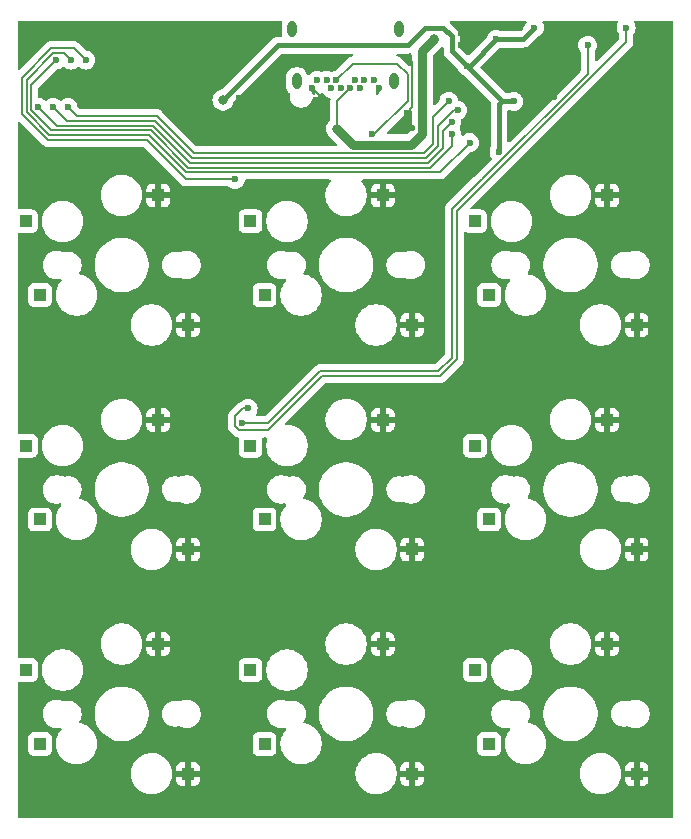
<source format=gbl>
%TF.GenerationSoftware,KiCad,Pcbnew,8.0.8*%
%TF.CreationDate,2025-02-13T21:53:56+01:00*%
%TF.ProjectId,macro33,6d616372-6f33-4332-9e6b-696361645f70,2*%
%TF.SameCoordinates,Original*%
%TF.FileFunction,Copper,L2,Bot*%
%TF.FilePolarity,Positive*%
%FSLAX46Y46*%
G04 Gerber Fmt 4.6, Leading zero omitted, Abs format (unit mm)*
G04 Created by KiCad (PCBNEW 8.0.8) date 2025-02-13 21:53:56*
%MOMM*%
%LPD*%
G01*
G04 APERTURE LIST*
%TA.AperFunction,ComponentPad*%
%ADD10O,0.800000X1.400000*%
%TD*%
%TA.AperFunction,ComponentPad*%
%ADD11C,0.600000*%
%TD*%
%TA.AperFunction,ComponentPad*%
%ADD12R,1.000000X1.000000*%
%TD*%
%TA.AperFunction,ViaPad*%
%ADD13C,0.600000*%
%TD*%
%TA.AperFunction,ViaPad*%
%ADD14C,0.800000*%
%TD*%
%TA.AperFunction,Conductor*%
%ADD15C,0.200000*%
%TD*%
%TA.AperFunction,Conductor*%
%ADD16C,0.400000*%
%TD*%
%TA.AperFunction,Conductor*%
%ADD17C,0.800000*%
%TD*%
G04 APERTURE END LIST*
D10*
%TO.P,USBC1,13,EP*%
%TO.N,unconnected-(USBC1-EP-Pad13)*%
X77620000Y-70298000D03*
%TO.P,USBC1,14,EP*%
%TO.N,unconnected-(USBC1-EP-Pad14)*%
X85880000Y-70298000D03*
%TO.P,USBC1,15,EP*%
%TO.N,unconnected-(USBC1-EP-Pad15)*%
X86240000Y-65908000D03*
%TO.P,USBC1,16,EP*%
%TO.N,unconnected-(USBC1-EP-Pad16)*%
X77260000Y-65908000D03*
D11*
%TO.P,USBC1,B1,GND*%
%TO.N,GND*%
X78950000Y-70898000D03*
%TO.P,USBC1,B2,SSTXP2*%
%TO.N,unconnected-(USBC1-SSTXP2-PadB2)*%
X79350000Y-70198000D03*
%TO.P,USBC1,B3,SSTXN2*%
%TO.N,unconnected-(USBC1-SSTXN2-PadB3)*%
X80150000Y-70198000D03*
%TO.P,USBC1,B4,VBUS*%
%TO.N,VBUS*%
X80550000Y-70898000D03*
%TO.P,USBC1,B5,CC2*%
%TO.N,Net-(USBC1-CC1)*%
X80950000Y-70198000D03*
%TO.P,USBC1,B6,DP2*%
%TO.N,/D+*%
X81350000Y-70898000D03*
%TO.P,USBC1,B7,DN2*%
%TO.N,/D-*%
X82150000Y-70898000D03*
%TO.P,USBC1,B8,SBU2*%
%TO.N,unconnected-(USBC1-SBU2-PadB8)*%
X82550000Y-70198000D03*
%TO.P,USBC1,B9,VBUS*%
%TO.N,VBUS*%
X82950000Y-70898000D03*
%TO.P,USBC1,B10,SSRXN1*%
%TO.N,unconnected-(USBC1-SSRXN1-PadB10)*%
X83350000Y-70198000D03*
%TO.P,USBC1,B11,SSRXP1*%
%TO.N,unconnected-(USBC1-SSRXP1-PadB11)*%
X84150000Y-70198000D03*
%TO.P,USBC1,B12,GND*%
%TO.N,GND*%
X84550000Y-70898000D03*
%TD*%
D12*
%TO.P,SW8,1,1*%
%TO.N,/GPIO_5*%
X73700000Y-120150000D03*
X74900000Y-126390000D03*
%TO.P,SW8,2,2*%
%TO.N,GND*%
X84900000Y-117960000D03*
X87400000Y-128930000D03*
%TD*%
%TO.P,SW1,1,1*%
%TO.N,/GPIO_0*%
X54700000Y-82150000D03*
X55900000Y-88390000D03*
%TO.P,SW1,2,2*%
%TO.N,GND*%
X65900000Y-79960000D03*
X68400000Y-90930000D03*
%TD*%
%TO.P,SW4,1,1*%
%TO.N,/GPIO_1*%
X54700000Y-101150000D03*
X55900000Y-107390000D03*
%TO.P,SW4,2,2*%
%TO.N,GND*%
X65900000Y-98960000D03*
X68400000Y-109930000D03*
%TD*%
%TO.P,SW3,1,1*%
%TO.N,/GPIO_6*%
X92700000Y-82150000D03*
X93900000Y-88390000D03*
%TO.P,SW3,2,2*%
%TO.N,GND*%
X103900000Y-79960000D03*
X106400000Y-90930000D03*
%TD*%
%TO.P,SW7,1,1*%
%TO.N,/GPIO_2*%
X54700000Y-120150000D03*
X55900000Y-126390000D03*
%TO.P,SW7,2,2*%
%TO.N,GND*%
X65900000Y-117960000D03*
X68400000Y-128930000D03*
%TD*%
%TO.P,SW5,1,1*%
%TO.N,/GPIO_4*%
X73700000Y-101150000D03*
X74900000Y-107390000D03*
%TO.P,SW5,2,2*%
%TO.N,GND*%
X84900000Y-98960000D03*
X87400000Y-109930000D03*
%TD*%
%TO.P,SW2,1,1*%
%TO.N,/GPIO_3*%
X73700000Y-82150000D03*
X74900000Y-88390000D03*
%TO.P,SW2,2,2*%
%TO.N,GND*%
X84900000Y-79960000D03*
X87400000Y-90930000D03*
%TD*%
%TO.P,SW6,1,1*%
%TO.N,/GPIO_7*%
X92700000Y-101150000D03*
X93900000Y-107390000D03*
%TO.P,SW6,2,2*%
%TO.N,GND*%
X103900000Y-98960000D03*
X106400000Y-109930000D03*
%TD*%
%TO.P,SW9,1,1*%
%TO.N,/GPIO_8*%
X92700000Y-120150000D03*
X93900000Y-126390000D03*
%TO.P,SW9,2,2*%
%TO.N,GND*%
X103900000Y-117960000D03*
X106400000Y-128930000D03*
%TD*%
D13*
%TO.N,GND*%
X103500000Y-73250000D03*
X61250000Y-72250000D03*
X64500000Y-66250000D03*
X103500000Y-66250000D03*
X63250000Y-68000000D03*
X72750000Y-71750000D03*
X73000000Y-92250000D03*
X98187500Y-70450000D03*
X108000000Y-75250000D03*
X77750000Y-68250000D03*
X71500000Y-74250000D03*
X99387500Y-69387500D03*
X97137500Y-69387500D03*
X93750000Y-76250000D03*
X91500000Y-67250000D03*
X104500000Y-66250000D03*
X108000000Y-68637500D03*
X96500000Y-65750000D03*
X97137500Y-71637500D03*
X87350000Y-74250000D03*
X90500000Y-70250000D03*
X102000000Y-75750000D03*
X64000000Y-72000000D03*
X99387500Y-71637500D03*
X105000000Y-71750000D03*
X54750000Y-67250000D03*
X86950735Y-72950735D03*
X78750000Y-75250000D03*
X108500000Y-65750000D03*
X91500000Y-66250000D03*
X106500000Y-66500000D03*
X90000000Y-71000000D03*
X91500000Y-65500000D03*
X101250000Y-65750000D03*
%TO.N,+3.3V*%
X92000000Y-69000000D03*
X94750000Y-76250000D03*
X97750000Y-65750000D03*
X94500000Y-66750000D03*
X96000000Y-72000000D03*
D14*
X71375000Y-71875000D03*
D13*
%TO.N,/SWD*%
X73000000Y-99250000D03*
X102250000Y-67250000D03*
%TO.N,/SWCLK*%
X73500000Y-98000000D03*
X105500000Y-65750000D03*
%TO.N,Net-(USBC1-CC1)*%
X84000000Y-74799000D03*
%TO.N,/QSPI_SS*%
X59750000Y-68500000D03*
X72424500Y-78599000D03*
D14*
%TO.N,/D-*%
X81000000Y-74299000D03*
X89270038Y-66722582D03*
D13*
%TO.N,/QSPI_SD0*%
X55750000Y-72500000D03*
X90750000Y-73750000D03*
%TO.N,/QSPI_SD3*%
X90500000Y-72000000D03*
X58250000Y-72500000D03*
%TO.N,/QSPI_SCLK*%
X91250000Y-72750000D03*
X57000000Y-72500000D03*
%TO.N,/QSPI_SD1*%
X92250000Y-75500000D03*
X58500000Y-68500000D03*
%TO.N,/QSPI_SD2*%
X57250000Y-68500000D03*
X90750000Y-74750000D03*
%TD*%
D15*
%TO.N,GND*%
X78950000Y-70898000D02*
X79500000Y-71448000D01*
X87400000Y-72501470D02*
X87400000Y-68650000D01*
X86950735Y-72950735D02*
X87400000Y-72501470D01*
X87400000Y-68650000D02*
X87000000Y-68250000D01*
X79500000Y-71448000D02*
X79500000Y-72000000D01*
D16*
%TO.N,+3.3V*%
X92250000Y-69000000D02*
X94500000Y-66750000D01*
X76000000Y-67250000D02*
X87000000Y-67250000D01*
X71375000Y-71875000D02*
X76000000Y-67250000D01*
X88500000Y-65750000D02*
X90000000Y-65750000D01*
D15*
X92000000Y-69000000D02*
X92250000Y-69000000D01*
D16*
X95000000Y-72000000D02*
X96000000Y-72000000D01*
X96750000Y-66750000D02*
X97750000Y-65750000D01*
X94750000Y-76250000D02*
X94750000Y-72250000D01*
X94500000Y-66750000D02*
X96750000Y-66750000D01*
X92000000Y-69000000D02*
X95000000Y-72000000D01*
X90748529Y-66498529D02*
X90748529Y-67748529D01*
X94750000Y-72250000D02*
X95000000Y-72000000D01*
X90000000Y-65750000D02*
X90748529Y-66498529D01*
X90748529Y-67748529D02*
X92000000Y-69000000D01*
X87000000Y-67250000D02*
X88500000Y-65750000D01*
D15*
%TO.N,/SWD*%
X102250000Y-69684314D02*
X93334314Y-78600000D01*
X102250000Y-67250000D02*
X102250000Y-69684314D01*
X90750000Y-93684314D02*
X89584314Y-94850000D01*
X93273529Y-78600000D02*
X93039215Y-78834315D01*
X93039215Y-78834315D02*
X90750000Y-81123529D01*
X89584314Y-94850000D02*
X79584314Y-94850000D01*
X93334314Y-78600000D02*
X93273529Y-78600000D01*
X90750000Y-81123529D02*
X90750000Y-93684314D01*
X79584314Y-94850000D02*
X75184314Y-99250000D01*
X75184314Y-99250000D02*
X73000000Y-99250000D01*
%TO.N,/SWCLK*%
X91150000Y-81289215D02*
X91150000Y-93850000D01*
X93439215Y-79000000D02*
X91150000Y-81289215D01*
X105500000Y-67000000D02*
X93500000Y-79000000D01*
X72400000Y-99498529D02*
X72400000Y-98675736D01*
X75150000Y-99850000D02*
X72751471Y-99850000D01*
X72751471Y-99850000D02*
X72400000Y-99498529D01*
X79750000Y-95250000D02*
X75150000Y-99850000D01*
X91150000Y-93850000D02*
X89750000Y-95250000D01*
X72400000Y-98675736D02*
X73075736Y-98000000D01*
X105500000Y-65750000D02*
X105500000Y-67000000D01*
X89750000Y-95250000D02*
X79750000Y-95250000D01*
X73075736Y-98000000D02*
X73500000Y-98000000D01*
X93500000Y-79000000D02*
X93439215Y-79000000D01*
%TO.N,Net-(USBC1-CC1)*%
X84000000Y-74799000D02*
X84201000Y-74799000D01*
X87000000Y-69713525D02*
X86085475Y-68799000D01*
X82349000Y-68799000D02*
X80950000Y-70198000D01*
X87000000Y-72000000D02*
X87000000Y-69713525D01*
X84201000Y-74799000D02*
X87000000Y-72000000D01*
X86085475Y-68799000D02*
X82349000Y-68799000D01*
%TO.N,/QSPI_SS*%
X56520099Y-75250000D02*
X54350000Y-73079901D01*
X56835785Y-67500000D02*
X58750000Y-67500000D01*
X64921570Y-75250000D02*
X56520099Y-75250000D01*
X54350000Y-69985785D02*
X56835785Y-67500000D01*
X68270570Y-78599000D02*
X64921570Y-75250000D01*
X72424500Y-78599000D02*
X68270570Y-78599000D01*
X58750000Y-67500000D02*
X59750000Y-68500000D01*
X54350000Y-73079901D02*
X54350000Y-69985785D01*
D17*
%TO.N,/D-*%
X88250000Y-67742620D02*
X88250000Y-74750000D01*
X82400000Y-75699000D02*
X81000000Y-74299000D01*
X87301000Y-75699000D02*
X82400000Y-75699000D01*
X88250000Y-74750000D02*
X87301000Y-75699000D01*
D15*
X81072182Y-74226818D02*
X81072182Y-71975818D01*
D17*
X89270038Y-66722582D02*
X88250000Y-67742620D01*
D15*
X81072182Y-71975818D02*
X82150000Y-70898000D01*
X81000000Y-74299000D02*
X81072182Y-74226818D01*
%TO.N,/QSPI_SD0*%
X68567628Y-77199000D02*
X65418628Y-74050000D01*
X88735314Y-77199000D02*
X68567628Y-77199000D01*
X90750000Y-73750000D02*
X90000000Y-74500000D01*
X65418628Y-74050000D02*
X57300000Y-74050000D01*
X90000000Y-74500000D02*
X90000000Y-75934314D01*
X57300000Y-74050000D02*
X55750000Y-72500000D01*
X90000000Y-75934314D02*
X88735314Y-77199000D01*
%TO.N,/QSPI_SD3*%
X89200000Y-75602942D02*
X88403942Y-76399000D01*
X59000000Y-73250000D02*
X58250000Y-72500000D01*
X89200000Y-73300000D02*
X89200000Y-75602942D01*
X68899000Y-76399000D02*
X65750000Y-73250000D01*
X90500000Y-72000000D02*
X89200000Y-73300000D01*
X88403942Y-76399000D02*
X68899000Y-76399000D01*
X65750000Y-73250000D02*
X59000000Y-73250000D01*
%TO.N,/QSPI_SCLK*%
X68733314Y-76799000D02*
X65584314Y-73650000D01*
X88569628Y-76799000D02*
X68733314Y-76799000D01*
X65584314Y-73650000D02*
X58150000Y-73650000D01*
X58150000Y-73650000D02*
X57000000Y-72500000D01*
X90901471Y-72750000D02*
X89600000Y-74051471D01*
X89600000Y-75768628D02*
X88569628Y-76799000D01*
X89600000Y-74051471D02*
X89600000Y-75768628D01*
X91250000Y-72750000D02*
X90901471Y-72750000D01*
%TO.N,/QSPI_SD1*%
X57001471Y-67900000D02*
X57900000Y-67900000D01*
X56685785Y-74850000D02*
X54750000Y-72914215D01*
X57900000Y-67900000D02*
X58500000Y-68500000D01*
X54750000Y-70151471D02*
X57001471Y-67900000D01*
X65087256Y-74850000D02*
X56685785Y-74850000D01*
X92250000Y-75500000D02*
X89751000Y-77999000D01*
X54750000Y-72914215D02*
X54750000Y-70151471D01*
X89751000Y-77999000D02*
X68236256Y-77999000D01*
X68236256Y-77999000D02*
X65087256Y-74850000D01*
%TO.N,/QSPI_SD2*%
X55150000Y-72748529D02*
X55150000Y-70600000D01*
X90750000Y-74750000D02*
X90750000Y-75750000D01*
X65252942Y-74450000D02*
X56851471Y-74450000D01*
X56851471Y-74450000D02*
X55150000Y-72748529D01*
X90750000Y-75750000D02*
X88901000Y-77599000D01*
X68401942Y-77599000D02*
X65252942Y-74450000D01*
X55150000Y-70600000D02*
X57250000Y-68500000D01*
X88901000Y-77599000D02*
X68401942Y-77599000D01*
%TD*%
%TA.AperFunction,Conductor*%
%TO.N,GND*%
G36*
X109432539Y-65178185D02*
G01*
X109478294Y-65230989D01*
X109489500Y-65282500D01*
X109489500Y-132533500D01*
X109469815Y-132600539D01*
X109417011Y-132646294D01*
X109365500Y-132657500D01*
X54114500Y-132657500D01*
X54047461Y-132637815D01*
X54001706Y-132585011D01*
X53990500Y-132533500D01*
X53990500Y-128815258D01*
X63589500Y-128815258D01*
X63589500Y-129044741D01*
X63613891Y-129230000D01*
X63619452Y-129272238D01*
X63619453Y-129272240D01*
X63678842Y-129493887D01*
X63766650Y-129705876D01*
X63766657Y-129705890D01*
X63881392Y-129904617D01*
X64021081Y-130086661D01*
X64021089Y-130086670D01*
X64183330Y-130248911D01*
X64183338Y-130248918D01*
X64365382Y-130388607D01*
X64365385Y-130388608D01*
X64365388Y-130388611D01*
X64564112Y-130503344D01*
X64564117Y-130503346D01*
X64564123Y-130503349D01*
X64655480Y-130541190D01*
X64776113Y-130591158D01*
X64997762Y-130650548D01*
X65225266Y-130680500D01*
X65225273Y-130680500D01*
X65454727Y-130680500D01*
X65454734Y-130680500D01*
X65682238Y-130650548D01*
X65903887Y-130591158D01*
X66115888Y-130503344D01*
X66314612Y-130388611D01*
X66496661Y-130248919D01*
X66496665Y-130248914D01*
X66496670Y-130248911D01*
X66658911Y-130086670D01*
X66658914Y-130086665D01*
X66658919Y-130086661D01*
X66798611Y-129904612D01*
X66913344Y-129705888D01*
X67001158Y-129493887D01*
X67005457Y-129477844D01*
X67400000Y-129477844D01*
X67406401Y-129537372D01*
X67406403Y-129537379D01*
X67456645Y-129672086D01*
X67456649Y-129672093D01*
X67542809Y-129787187D01*
X67542812Y-129787190D01*
X67657906Y-129873350D01*
X67657913Y-129873354D01*
X67792620Y-129923596D01*
X67792627Y-129923598D01*
X67852155Y-129929999D01*
X67852172Y-129930000D01*
X68150000Y-129930000D01*
X68650000Y-129930000D01*
X68947828Y-129930000D01*
X68947844Y-129929999D01*
X69007372Y-129923598D01*
X69007379Y-129923596D01*
X69142086Y-129873354D01*
X69142093Y-129873350D01*
X69257187Y-129787190D01*
X69257190Y-129787187D01*
X69343350Y-129672093D01*
X69343354Y-129672086D01*
X69393596Y-129537379D01*
X69393598Y-129537372D01*
X69399999Y-129477844D01*
X69400000Y-129477827D01*
X69400000Y-129180000D01*
X68650000Y-129180000D01*
X68650000Y-129930000D01*
X68150000Y-129930000D01*
X68150000Y-129180000D01*
X67400000Y-129180000D01*
X67400000Y-129477844D01*
X67005457Y-129477844D01*
X67060548Y-129272238D01*
X67090500Y-129044734D01*
X67090500Y-128890504D01*
X68100000Y-128890504D01*
X68100000Y-128969496D01*
X68120444Y-129045796D01*
X68159940Y-129114205D01*
X68215795Y-129170060D01*
X68284204Y-129209556D01*
X68360504Y-129230000D01*
X68439496Y-129230000D01*
X68515796Y-129209556D01*
X68584205Y-129170060D01*
X68640060Y-129114205D01*
X68679556Y-129045796D01*
X68700000Y-128969496D01*
X68700000Y-128890504D01*
X68679838Y-128815258D01*
X82589500Y-128815258D01*
X82589500Y-129044741D01*
X82613891Y-129230000D01*
X82619452Y-129272238D01*
X82619453Y-129272240D01*
X82678842Y-129493887D01*
X82766650Y-129705876D01*
X82766657Y-129705890D01*
X82881392Y-129904617D01*
X83021081Y-130086661D01*
X83021089Y-130086670D01*
X83183330Y-130248911D01*
X83183338Y-130248918D01*
X83365382Y-130388607D01*
X83365385Y-130388608D01*
X83365388Y-130388611D01*
X83564112Y-130503344D01*
X83564117Y-130503346D01*
X83564123Y-130503349D01*
X83655480Y-130541190D01*
X83776113Y-130591158D01*
X83997762Y-130650548D01*
X84225266Y-130680500D01*
X84225273Y-130680500D01*
X84454727Y-130680500D01*
X84454734Y-130680500D01*
X84682238Y-130650548D01*
X84903887Y-130591158D01*
X85115888Y-130503344D01*
X85314612Y-130388611D01*
X85496661Y-130248919D01*
X85496665Y-130248914D01*
X85496670Y-130248911D01*
X85658911Y-130086670D01*
X85658914Y-130086665D01*
X85658919Y-130086661D01*
X85798611Y-129904612D01*
X85913344Y-129705888D01*
X86001158Y-129493887D01*
X86005457Y-129477844D01*
X86400000Y-129477844D01*
X86406401Y-129537372D01*
X86406403Y-129537379D01*
X86456645Y-129672086D01*
X86456649Y-129672093D01*
X86542809Y-129787187D01*
X86542812Y-129787190D01*
X86657906Y-129873350D01*
X86657913Y-129873354D01*
X86792620Y-129923596D01*
X86792627Y-129923598D01*
X86852155Y-129929999D01*
X86852172Y-129930000D01*
X87150000Y-129930000D01*
X87650000Y-129930000D01*
X87947828Y-129930000D01*
X87947844Y-129929999D01*
X88007372Y-129923598D01*
X88007379Y-129923596D01*
X88142086Y-129873354D01*
X88142093Y-129873350D01*
X88257187Y-129787190D01*
X88257190Y-129787187D01*
X88343350Y-129672093D01*
X88343354Y-129672086D01*
X88393596Y-129537379D01*
X88393598Y-129537372D01*
X88399999Y-129477844D01*
X88400000Y-129477827D01*
X88400000Y-129180000D01*
X87650000Y-129180000D01*
X87650000Y-129930000D01*
X87150000Y-129930000D01*
X87150000Y-129180000D01*
X86400000Y-129180000D01*
X86400000Y-129477844D01*
X86005457Y-129477844D01*
X86060548Y-129272238D01*
X86090500Y-129044734D01*
X86090500Y-128890504D01*
X87100000Y-128890504D01*
X87100000Y-128969496D01*
X87120444Y-129045796D01*
X87159940Y-129114205D01*
X87215795Y-129170060D01*
X87284204Y-129209556D01*
X87360504Y-129230000D01*
X87439496Y-129230000D01*
X87515796Y-129209556D01*
X87584205Y-129170060D01*
X87640060Y-129114205D01*
X87679556Y-129045796D01*
X87700000Y-128969496D01*
X87700000Y-128890504D01*
X87679838Y-128815258D01*
X101589500Y-128815258D01*
X101589500Y-129044741D01*
X101613891Y-129230000D01*
X101619452Y-129272238D01*
X101619453Y-129272240D01*
X101678842Y-129493887D01*
X101766650Y-129705876D01*
X101766657Y-129705890D01*
X101881392Y-129904617D01*
X102021081Y-130086661D01*
X102021089Y-130086670D01*
X102183330Y-130248911D01*
X102183338Y-130248918D01*
X102365382Y-130388607D01*
X102365385Y-130388608D01*
X102365388Y-130388611D01*
X102564112Y-130503344D01*
X102564117Y-130503346D01*
X102564123Y-130503349D01*
X102655480Y-130541190D01*
X102776113Y-130591158D01*
X102997762Y-130650548D01*
X103225266Y-130680500D01*
X103225273Y-130680500D01*
X103454727Y-130680500D01*
X103454734Y-130680500D01*
X103682238Y-130650548D01*
X103903887Y-130591158D01*
X104115888Y-130503344D01*
X104314612Y-130388611D01*
X104496661Y-130248919D01*
X104496665Y-130248914D01*
X104496670Y-130248911D01*
X104658911Y-130086670D01*
X104658914Y-130086665D01*
X104658919Y-130086661D01*
X104798611Y-129904612D01*
X104913344Y-129705888D01*
X105001158Y-129493887D01*
X105005457Y-129477844D01*
X105400000Y-129477844D01*
X105406401Y-129537372D01*
X105406403Y-129537379D01*
X105456645Y-129672086D01*
X105456649Y-129672093D01*
X105542809Y-129787187D01*
X105542812Y-129787190D01*
X105657906Y-129873350D01*
X105657913Y-129873354D01*
X105792620Y-129923596D01*
X105792627Y-129923598D01*
X105852155Y-129929999D01*
X105852172Y-129930000D01*
X106150000Y-129930000D01*
X106650000Y-129930000D01*
X106947828Y-129930000D01*
X106947844Y-129929999D01*
X107007372Y-129923598D01*
X107007379Y-129923596D01*
X107142086Y-129873354D01*
X107142093Y-129873350D01*
X107257187Y-129787190D01*
X107257190Y-129787187D01*
X107343350Y-129672093D01*
X107343354Y-129672086D01*
X107393596Y-129537379D01*
X107393598Y-129537372D01*
X107399999Y-129477844D01*
X107400000Y-129477827D01*
X107400000Y-129180000D01*
X106650000Y-129180000D01*
X106650000Y-129930000D01*
X106150000Y-129930000D01*
X106150000Y-129180000D01*
X105400000Y-129180000D01*
X105400000Y-129477844D01*
X105005457Y-129477844D01*
X105060548Y-129272238D01*
X105090500Y-129044734D01*
X105090500Y-128890504D01*
X106100000Y-128890504D01*
X106100000Y-128969496D01*
X106120444Y-129045796D01*
X106159940Y-129114205D01*
X106215795Y-129170060D01*
X106284204Y-129209556D01*
X106360504Y-129230000D01*
X106439496Y-129230000D01*
X106515796Y-129209556D01*
X106584205Y-129170060D01*
X106640060Y-129114205D01*
X106679556Y-129045796D01*
X106700000Y-128969496D01*
X106700000Y-128890504D01*
X106679556Y-128814204D01*
X106640060Y-128745795D01*
X106584205Y-128689940D01*
X106566988Y-128680000D01*
X106650000Y-128680000D01*
X107400000Y-128680000D01*
X107400000Y-128382172D01*
X107399999Y-128382155D01*
X107393598Y-128322627D01*
X107393596Y-128322620D01*
X107343354Y-128187913D01*
X107343350Y-128187906D01*
X107257190Y-128072812D01*
X107257187Y-128072809D01*
X107142093Y-127986649D01*
X107142086Y-127986645D01*
X107007379Y-127936403D01*
X107007372Y-127936401D01*
X106947844Y-127930000D01*
X106650000Y-127930000D01*
X106650000Y-128680000D01*
X106566988Y-128680000D01*
X106515796Y-128650444D01*
X106439496Y-128630000D01*
X106360504Y-128630000D01*
X106284204Y-128650444D01*
X106215795Y-128689940D01*
X106159940Y-128745795D01*
X106120444Y-128814204D01*
X106100000Y-128890504D01*
X105090500Y-128890504D01*
X105090500Y-128815266D01*
X105060548Y-128587762D01*
X105005456Y-128382155D01*
X105400000Y-128382155D01*
X105400000Y-128680000D01*
X106150000Y-128680000D01*
X106150000Y-127930000D01*
X105852155Y-127930000D01*
X105792627Y-127936401D01*
X105792620Y-127936403D01*
X105657913Y-127986645D01*
X105657906Y-127986649D01*
X105542812Y-128072809D01*
X105542809Y-128072812D01*
X105456649Y-128187906D01*
X105456645Y-128187913D01*
X105406403Y-128322620D01*
X105406401Y-128322627D01*
X105400000Y-128382155D01*
X105005456Y-128382155D01*
X105001158Y-128366113D01*
X104913344Y-128154112D01*
X104798611Y-127955388D01*
X104798608Y-127955385D01*
X104798607Y-127955382D01*
X104658918Y-127773338D01*
X104658911Y-127773330D01*
X104496670Y-127611089D01*
X104496661Y-127611081D01*
X104314617Y-127471392D01*
X104115890Y-127356657D01*
X104115876Y-127356650D01*
X103903887Y-127268842D01*
X103682238Y-127209452D01*
X103644215Y-127204446D01*
X103454741Y-127179500D01*
X103454734Y-127179500D01*
X103225266Y-127179500D01*
X103225258Y-127179500D01*
X103008715Y-127208009D01*
X102997762Y-127209452D01*
X102904076Y-127234554D01*
X102776112Y-127268842D01*
X102564123Y-127356650D01*
X102564109Y-127356657D01*
X102365382Y-127471392D01*
X102183338Y-127611081D01*
X102021081Y-127773338D01*
X101881392Y-127955382D01*
X101766657Y-128154109D01*
X101766650Y-128154123D01*
X101678842Y-128366112D01*
X101619453Y-128587759D01*
X101619451Y-128587770D01*
X101589500Y-128815258D01*
X87679838Y-128815258D01*
X87679556Y-128814204D01*
X87640060Y-128745795D01*
X87584205Y-128689940D01*
X87566988Y-128680000D01*
X87650000Y-128680000D01*
X88400000Y-128680000D01*
X88400000Y-128382172D01*
X88399999Y-128382155D01*
X88393598Y-128322627D01*
X88393596Y-128322620D01*
X88343354Y-128187913D01*
X88343350Y-128187906D01*
X88257190Y-128072812D01*
X88257187Y-128072809D01*
X88142093Y-127986649D01*
X88142086Y-127986645D01*
X88007379Y-127936403D01*
X88007372Y-127936401D01*
X87947844Y-127930000D01*
X87650000Y-127930000D01*
X87650000Y-128680000D01*
X87566988Y-128680000D01*
X87515796Y-128650444D01*
X87439496Y-128630000D01*
X87360504Y-128630000D01*
X87284204Y-128650444D01*
X87215795Y-128689940D01*
X87159940Y-128745795D01*
X87120444Y-128814204D01*
X87100000Y-128890504D01*
X86090500Y-128890504D01*
X86090500Y-128815266D01*
X86060548Y-128587762D01*
X86005456Y-128382155D01*
X86400000Y-128382155D01*
X86400000Y-128680000D01*
X87150000Y-128680000D01*
X87150000Y-127930000D01*
X86852155Y-127930000D01*
X86792627Y-127936401D01*
X86792620Y-127936403D01*
X86657913Y-127986645D01*
X86657906Y-127986649D01*
X86542812Y-128072809D01*
X86542809Y-128072812D01*
X86456649Y-128187906D01*
X86456645Y-128187913D01*
X86406403Y-128322620D01*
X86406401Y-128322627D01*
X86400000Y-128382155D01*
X86005456Y-128382155D01*
X86001158Y-128366113D01*
X85913344Y-128154112D01*
X85798611Y-127955388D01*
X85798608Y-127955385D01*
X85798607Y-127955382D01*
X85658918Y-127773338D01*
X85658911Y-127773330D01*
X85496670Y-127611089D01*
X85496661Y-127611081D01*
X85314617Y-127471392D01*
X85115890Y-127356657D01*
X85115876Y-127356650D01*
X84903887Y-127268842D01*
X84682238Y-127209452D01*
X84644215Y-127204446D01*
X84454741Y-127179500D01*
X84454734Y-127179500D01*
X84225266Y-127179500D01*
X84225258Y-127179500D01*
X84008715Y-127208009D01*
X83997762Y-127209452D01*
X83904076Y-127234554D01*
X83776112Y-127268842D01*
X83564123Y-127356650D01*
X83564109Y-127356657D01*
X83365382Y-127471392D01*
X83183338Y-127611081D01*
X83021081Y-127773338D01*
X82881392Y-127955382D01*
X82766657Y-128154109D01*
X82766650Y-128154123D01*
X82678842Y-128366112D01*
X82619453Y-128587759D01*
X82619451Y-128587770D01*
X82589500Y-128815258D01*
X68679838Y-128815258D01*
X68679556Y-128814204D01*
X68640060Y-128745795D01*
X68584205Y-128689940D01*
X68566988Y-128680000D01*
X68650000Y-128680000D01*
X69400000Y-128680000D01*
X69400000Y-128382172D01*
X69399999Y-128382155D01*
X69393598Y-128322627D01*
X69393596Y-128322620D01*
X69343354Y-128187913D01*
X69343350Y-128187906D01*
X69257190Y-128072812D01*
X69257187Y-128072809D01*
X69142093Y-127986649D01*
X69142086Y-127986645D01*
X69007379Y-127936403D01*
X69007372Y-127936401D01*
X68947844Y-127930000D01*
X68650000Y-127930000D01*
X68650000Y-128680000D01*
X68566988Y-128680000D01*
X68515796Y-128650444D01*
X68439496Y-128630000D01*
X68360504Y-128630000D01*
X68284204Y-128650444D01*
X68215795Y-128689940D01*
X68159940Y-128745795D01*
X68120444Y-128814204D01*
X68100000Y-128890504D01*
X67090500Y-128890504D01*
X67090500Y-128815266D01*
X67060548Y-128587762D01*
X67005456Y-128382155D01*
X67400000Y-128382155D01*
X67400000Y-128680000D01*
X68150000Y-128680000D01*
X68150000Y-127930000D01*
X67852155Y-127930000D01*
X67792627Y-127936401D01*
X67792620Y-127936403D01*
X67657913Y-127986645D01*
X67657906Y-127986649D01*
X67542812Y-128072809D01*
X67542809Y-128072812D01*
X67456649Y-128187906D01*
X67456645Y-128187913D01*
X67406403Y-128322620D01*
X67406401Y-128322627D01*
X67400000Y-128382155D01*
X67005456Y-128382155D01*
X67001158Y-128366113D01*
X66913344Y-128154112D01*
X66798611Y-127955388D01*
X66798608Y-127955385D01*
X66798607Y-127955382D01*
X66658918Y-127773338D01*
X66658911Y-127773330D01*
X66496670Y-127611089D01*
X66496661Y-127611081D01*
X66314617Y-127471392D01*
X66115890Y-127356657D01*
X66115876Y-127356650D01*
X65903887Y-127268842D01*
X65682238Y-127209452D01*
X65644215Y-127204446D01*
X65454741Y-127179500D01*
X65454734Y-127179500D01*
X65225266Y-127179500D01*
X65225258Y-127179500D01*
X65008715Y-127208009D01*
X64997762Y-127209452D01*
X64904076Y-127234554D01*
X64776112Y-127268842D01*
X64564123Y-127356650D01*
X64564109Y-127356657D01*
X64365382Y-127471392D01*
X64183338Y-127611081D01*
X64021081Y-127773338D01*
X63881392Y-127955382D01*
X63766657Y-128154109D01*
X63766650Y-128154123D01*
X63678842Y-128366112D01*
X63619453Y-128587759D01*
X63619451Y-128587770D01*
X63589500Y-128815258D01*
X53990500Y-128815258D01*
X53990500Y-125842135D01*
X54899500Y-125842135D01*
X54899500Y-126937870D01*
X54899501Y-126937876D01*
X54905908Y-126997483D01*
X54956202Y-127132328D01*
X54956206Y-127132335D01*
X55042452Y-127247544D01*
X55042455Y-127247547D01*
X55157664Y-127333793D01*
X55157671Y-127333797D01*
X55292517Y-127384091D01*
X55292516Y-127384091D01*
X55299444Y-127384835D01*
X55352127Y-127390500D01*
X56447872Y-127390499D01*
X56507483Y-127384091D01*
X56642331Y-127333796D01*
X56757546Y-127247546D01*
X56843796Y-127132331D01*
X56894091Y-126997483D01*
X56900500Y-126937873D01*
X56900499Y-125842128D01*
X56894091Y-125782517D01*
X56888266Y-125766900D01*
X56843797Y-125647671D01*
X56843793Y-125647664D01*
X56757547Y-125532455D01*
X56757544Y-125532452D01*
X56642335Y-125446206D01*
X56642328Y-125446202D01*
X56507482Y-125395908D01*
X56507483Y-125395908D01*
X56447883Y-125389501D01*
X56447881Y-125389500D01*
X56447873Y-125389500D01*
X56447864Y-125389500D01*
X55352129Y-125389500D01*
X55352123Y-125389501D01*
X55292516Y-125395908D01*
X55157671Y-125446202D01*
X55157664Y-125446206D01*
X55042455Y-125532452D01*
X55042452Y-125532455D01*
X54956206Y-125647664D01*
X54956202Y-125647671D01*
X54905908Y-125782517D01*
X54899501Y-125842116D01*
X54899501Y-125842123D01*
X54899500Y-125842135D01*
X53990500Y-125842135D01*
X53990500Y-123755513D01*
X56099500Y-123755513D01*
X56099500Y-123944486D01*
X56129059Y-124131118D01*
X56187454Y-124310836D01*
X56246535Y-124426788D01*
X56273240Y-124479199D01*
X56384310Y-124632073D01*
X56517927Y-124765690D01*
X56670801Y-124876760D01*
X56741744Y-124912907D01*
X56839163Y-124962545D01*
X56839165Y-124962545D01*
X56839168Y-124962547D01*
X56935497Y-124993846D01*
X57018881Y-125020940D01*
X57205514Y-125050500D01*
X57205519Y-125050500D01*
X57394485Y-125050500D01*
X57462847Y-125039671D01*
X57563449Y-125023738D01*
X57632740Y-125032692D01*
X57686192Y-125077688D01*
X57706832Y-125144439D01*
X57688108Y-125211753D01*
X57673549Y-125230089D01*
X57673765Y-125230278D01*
X57671081Y-125233338D01*
X57531392Y-125415382D01*
X57416657Y-125614109D01*
X57416650Y-125614123D01*
X57328842Y-125826112D01*
X57324549Y-125842135D01*
X57273385Y-126033086D01*
X57269453Y-126047759D01*
X57269451Y-126047770D01*
X57239500Y-126275258D01*
X57239500Y-126504741D01*
X57264446Y-126694215D01*
X57269452Y-126732238D01*
X57269453Y-126732240D01*
X57328842Y-126953887D01*
X57416650Y-127165876D01*
X57416656Y-127165888D01*
X57513597Y-127333796D01*
X57531392Y-127364617D01*
X57671081Y-127546661D01*
X57671089Y-127546670D01*
X57833330Y-127708911D01*
X57833338Y-127708918D01*
X58015382Y-127848607D01*
X58015385Y-127848608D01*
X58015388Y-127848611D01*
X58214112Y-127963344D01*
X58214117Y-127963346D01*
X58214123Y-127963349D01*
X58270365Y-127986645D01*
X58426113Y-128051158D01*
X58647762Y-128110548D01*
X58875266Y-128140500D01*
X58875273Y-128140500D01*
X59104727Y-128140500D01*
X59104734Y-128140500D01*
X59332238Y-128110548D01*
X59553887Y-128051158D01*
X59765888Y-127963344D01*
X59964612Y-127848611D01*
X60146661Y-127708919D01*
X60146665Y-127708914D01*
X60146670Y-127708911D01*
X60308911Y-127546670D01*
X60308914Y-127546665D01*
X60308919Y-127546661D01*
X60448611Y-127364612D01*
X60563344Y-127165888D01*
X60651158Y-126953887D01*
X60710548Y-126732238D01*
X60740500Y-126504734D01*
X60740500Y-126275266D01*
X60710548Y-126047762D01*
X60651158Y-125826113D01*
X60563344Y-125614112D01*
X60448611Y-125415388D01*
X60448608Y-125415385D01*
X60448607Y-125415382D01*
X60308918Y-125233338D01*
X60308911Y-125233330D01*
X60146670Y-125071089D01*
X60146661Y-125071081D01*
X59964617Y-124931392D01*
X59946068Y-124920683D01*
X59765888Y-124816656D01*
X59765876Y-124816650D01*
X59553887Y-124728842D01*
X59332238Y-124669452D01*
X59332235Y-124669451D01*
X59332233Y-124669451D01*
X59294901Y-124664536D01*
X59231006Y-124636267D01*
X59192536Y-124577942D01*
X59191706Y-124508077D01*
X59210771Y-124468713D01*
X59241232Y-124426788D01*
X59319873Y-124272445D01*
X59373402Y-124107701D01*
X59400500Y-123936611D01*
X59400500Y-123763389D01*
X59390337Y-123699223D01*
X60499500Y-123699223D01*
X60499500Y-124000776D01*
X60499501Y-124000793D01*
X60538861Y-124299766D01*
X60616913Y-124591060D01*
X60732314Y-124869661D01*
X60732318Y-124869671D01*
X60883099Y-125130831D01*
X61066679Y-125370078D01*
X61066685Y-125370085D01*
X61279914Y-125583314D01*
X61279921Y-125583320D01*
X61519168Y-125766900D01*
X61780328Y-125917681D01*
X61780329Y-125917681D01*
X61780332Y-125917683D01*
X61966072Y-125994619D01*
X62058939Y-126033086D01*
X62058940Y-126033086D01*
X62058942Y-126033087D01*
X62350232Y-126111138D01*
X62649217Y-126150500D01*
X62649224Y-126150500D01*
X62950776Y-126150500D01*
X62950783Y-126150500D01*
X63249768Y-126111138D01*
X63541058Y-126033087D01*
X63819668Y-125917683D01*
X63950521Y-125842135D01*
X73899500Y-125842135D01*
X73899500Y-126937870D01*
X73899501Y-126937876D01*
X73905908Y-126997483D01*
X73956202Y-127132328D01*
X73956206Y-127132335D01*
X74042452Y-127247544D01*
X74042455Y-127247547D01*
X74157664Y-127333793D01*
X74157671Y-127333797D01*
X74292517Y-127384091D01*
X74292516Y-127384091D01*
X74299444Y-127384835D01*
X74352127Y-127390500D01*
X75447872Y-127390499D01*
X75507483Y-127384091D01*
X75642331Y-127333796D01*
X75757546Y-127247546D01*
X75843796Y-127132331D01*
X75894091Y-126997483D01*
X75900500Y-126937873D01*
X75900499Y-125842128D01*
X75894091Y-125782517D01*
X75888266Y-125766900D01*
X75843797Y-125647671D01*
X75843793Y-125647664D01*
X75757547Y-125532455D01*
X75757544Y-125532452D01*
X75642335Y-125446206D01*
X75642328Y-125446202D01*
X75507482Y-125395908D01*
X75507483Y-125395908D01*
X75447883Y-125389501D01*
X75447881Y-125389500D01*
X75447873Y-125389500D01*
X75447864Y-125389500D01*
X74352129Y-125389500D01*
X74352123Y-125389501D01*
X74292516Y-125395908D01*
X74157671Y-125446202D01*
X74157664Y-125446206D01*
X74042455Y-125532452D01*
X74042452Y-125532455D01*
X73956206Y-125647664D01*
X73956202Y-125647671D01*
X73905908Y-125782517D01*
X73899501Y-125842116D01*
X73899501Y-125842123D01*
X73899500Y-125842135D01*
X63950521Y-125842135D01*
X64080832Y-125766900D01*
X64320080Y-125583319D01*
X64533319Y-125370080D01*
X64716900Y-125130832D01*
X64867683Y-124869668D01*
X64983087Y-124591058D01*
X65061138Y-124299768D01*
X65100500Y-124000783D01*
X65100500Y-123763389D01*
X66199500Y-123763389D01*
X66199500Y-123936611D01*
X66226598Y-124107701D01*
X66280127Y-124272445D01*
X66358768Y-124426788D01*
X66460586Y-124566928D01*
X66583072Y-124689414D01*
X66723212Y-124791232D01*
X66877555Y-124869873D01*
X67042299Y-124923402D01*
X67213389Y-124950500D01*
X67213390Y-124950500D01*
X67386610Y-124950500D01*
X67386611Y-124950500D01*
X67557701Y-124923402D01*
X67557715Y-124923397D01*
X67561039Y-124922600D01*
X67618961Y-124922600D01*
X67622287Y-124923398D01*
X67622299Y-124923402D01*
X67793389Y-124950500D01*
X67793397Y-124950500D01*
X67794972Y-124950624D01*
X67795995Y-124950912D01*
X67798201Y-124951262D01*
X67798159Y-124951523D01*
X67834241Y-124961700D01*
X67834664Y-124960681D01*
X67839161Y-124962543D01*
X67839168Y-124962547D01*
X67960488Y-125001966D01*
X68018881Y-125020940D01*
X68205514Y-125050500D01*
X68205519Y-125050500D01*
X68394486Y-125050500D01*
X68581118Y-125020940D01*
X68760832Y-124962547D01*
X68929199Y-124876760D01*
X69082073Y-124765690D01*
X69215690Y-124632073D01*
X69326760Y-124479199D01*
X69412547Y-124310832D01*
X69470940Y-124131118D01*
X69474649Y-124107701D01*
X69500500Y-123944486D01*
X69500500Y-123755513D01*
X75099500Y-123755513D01*
X75099500Y-123944486D01*
X75129059Y-124131118D01*
X75187454Y-124310836D01*
X75246535Y-124426788D01*
X75273240Y-124479199D01*
X75384310Y-124632073D01*
X75517927Y-124765690D01*
X75670801Y-124876760D01*
X75741744Y-124912907D01*
X75839163Y-124962545D01*
X75839165Y-124962545D01*
X75839168Y-124962547D01*
X75935497Y-124993846D01*
X76018881Y-125020940D01*
X76205514Y-125050500D01*
X76205519Y-125050500D01*
X76394485Y-125050500D01*
X76462847Y-125039671D01*
X76563449Y-125023738D01*
X76632740Y-125032692D01*
X76686192Y-125077688D01*
X76706832Y-125144439D01*
X76688108Y-125211753D01*
X76673549Y-125230089D01*
X76673765Y-125230278D01*
X76671081Y-125233338D01*
X76531392Y-125415382D01*
X76416657Y-125614109D01*
X76416650Y-125614123D01*
X76328842Y-125826112D01*
X76324549Y-125842135D01*
X76273385Y-126033086D01*
X76269453Y-126047759D01*
X76269451Y-126047770D01*
X76239500Y-126275258D01*
X76239500Y-126504741D01*
X76264446Y-126694215D01*
X76269452Y-126732238D01*
X76269453Y-126732240D01*
X76328842Y-126953887D01*
X76416650Y-127165876D01*
X76416656Y-127165888D01*
X76513597Y-127333796D01*
X76531392Y-127364617D01*
X76671081Y-127546661D01*
X76671089Y-127546670D01*
X76833330Y-127708911D01*
X76833338Y-127708918D01*
X77015382Y-127848607D01*
X77015385Y-127848608D01*
X77015388Y-127848611D01*
X77214112Y-127963344D01*
X77214117Y-127963346D01*
X77214123Y-127963349D01*
X77270365Y-127986645D01*
X77426113Y-128051158D01*
X77647762Y-128110548D01*
X77875266Y-128140500D01*
X77875273Y-128140500D01*
X78104727Y-128140500D01*
X78104734Y-128140500D01*
X78332238Y-128110548D01*
X78553887Y-128051158D01*
X78765888Y-127963344D01*
X78964612Y-127848611D01*
X79146661Y-127708919D01*
X79146665Y-127708914D01*
X79146670Y-127708911D01*
X79308911Y-127546670D01*
X79308914Y-127546665D01*
X79308919Y-127546661D01*
X79448611Y-127364612D01*
X79563344Y-127165888D01*
X79651158Y-126953887D01*
X79710548Y-126732238D01*
X79740500Y-126504734D01*
X79740500Y-126275266D01*
X79710548Y-126047762D01*
X79651158Y-125826113D01*
X79563344Y-125614112D01*
X79448611Y-125415388D01*
X79448608Y-125415385D01*
X79448607Y-125415382D01*
X79308918Y-125233338D01*
X79308911Y-125233330D01*
X79146670Y-125071089D01*
X79146661Y-125071081D01*
X78964617Y-124931392D01*
X78946068Y-124920683D01*
X78765888Y-124816656D01*
X78765876Y-124816650D01*
X78553887Y-124728842D01*
X78332238Y-124669452D01*
X78332235Y-124669451D01*
X78332233Y-124669451D01*
X78294901Y-124664536D01*
X78231006Y-124636267D01*
X78192536Y-124577942D01*
X78191706Y-124508077D01*
X78210771Y-124468713D01*
X78241232Y-124426788D01*
X78319873Y-124272445D01*
X78373402Y-124107701D01*
X78400500Y-123936611D01*
X78400500Y-123763389D01*
X78390337Y-123699223D01*
X79499500Y-123699223D01*
X79499500Y-124000776D01*
X79499501Y-124000793D01*
X79538861Y-124299766D01*
X79616913Y-124591060D01*
X79732314Y-124869661D01*
X79732318Y-124869671D01*
X79883099Y-125130831D01*
X80066679Y-125370078D01*
X80066685Y-125370085D01*
X80279914Y-125583314D01*
X80279921Y-125583320D01*
X80519168Y-125766900D01*
X80780328Y-125917681D01*
X80780329Y-125917681D01*
X80780332Y-125917683D01*
X80966072Y-125994619D01*
X81058939Y-126033086D01*
X81058940Y-126033086D01*
X81058942Y-126033087D01*
X81350232Y-126111138D01*
X81649217Y-126150500D01*
X81649224Y-126150500D01*
X81950776Y-126150500D01*
X81950783Y-126150500D01*
X82249768Y-126111138D01*
X82541058Y-126033087D01*
X82819668Y-125917683D01*
X82950521Y-125842135D01*
X92899500Y-125842135D01*
X92899500Y-126937870D01*
X92899501Y-126937876D01*
X92905908Y-126997483D01*
X92956202Y-127132328D01*
X92956206Y-127132335D01*
X93042452Y-127247544D01*
X93042455Y-127247547D01*
X93157664Y-127333793D01*
X93157671Y-127333797D01*
X93292517Y-127384091D01*
X93292516Y-127384091D01*
X93299444Y-127384835D01*
X93352127Y-127390500D01*
X94447872Y-127390499D01*
X94507483Y-127384091D01*
X94642331Y-127333796D01*
X94757546Y-127247546D01*
X94843796Y-127132331D01*
X94894091Y-126997483D01*
X94900500Y-126937873D01*
X94900499Y-125842128D01*
X94894091Y-125782517D01*
X94888266Y-125766900D01*
X94843797Y-125647671D01*
X94843793Y-125647664D01*
X94757547Y-125532455D01*
X94757544Y-125532452D01*
X94642335Y-125446206D01*
X94642328Y-125446202D01*
X94507482Y-125395908D01*
X94507483Y-125395908D01*
X94447883Y-125389501D01*
X94447881Y-125389500D01*
X94447873Y-125389500D01*
X94447864Y-125389500D01*
X93352129Y-125389500D01*
X93352123Y-125389501D01*
X93292516Y-125395908D01*
X93157671Y-125446202D01*
X93157664Y-125446206D01*
X93042455Y-125532452D01*
X93042452Y-125532455D01*
X92956206Y-125647664D01*
X92956202Y-125647671D01*
X92905908Y-125782517D01*
X92899501Y-125842116D01*
X92899501Y-125842123D01*
X92899500Y-125842135D01*
X82950521Y-125842135D01*
X83080832Y-125766900D01*
X83320080Y-125583319D01*
X83533319Y-125370080D01*
X83716900Y-125130832D01*
X83867683Y-124869668D01*
X83983087Y-124591058D01*
X84061138Y-124299768D01*
X84100500Y-124000783D01*
X84100500Y-123763389D01*
X85199500Y-123763389D01*
X85199500Y-123936611D01*
X85226598Y-124107701D01*
X85280127Y-124272445D01*
X85358768Y-124426788D01*
X85460586Y-124566928D01*
X85583072Y-124689414D01*
X85723212Y-124791232D01*
X85877555Y-124869873D01*
X86042299Y-124923402D01*
X86213389Y-124950500D01*
X86213390Y-124950500D01*
X86386610Y-124950500D01*
X86386611Y-124950500D01*
X86557701Y-124923402D01*
X86557715Y-124923397D01*
X86561039Y-124922600D01*
X86618961Y-124922600D01*
X86622287Y-124923398D01*
X86622299Y-124923402D01*
X86793389Y-124950500D01*
X86793397Y-124950500D01*
X86794972Y-124950624D01*
X86795995Y-124950912D01*
X86798201Y-124951262D01*
X86798159Y-124951523D01*
X86834241Y-124961700D01*
X86834664Y-124960681D01*
X86839161Y-124962543D01*
X86839168Y-124962547D01*
X86960488Y-125001966D01*
X87018881Y-125020940D01*
X87205514Y-125050500D01*
X87205519Y-125050500D01*
X87394486Y-125050500D01*
X87581118Y-125020940D01*
X87760832Y-124962547D01*
X87929199Y-124876760D01*
X88082073Y-124765690D01*
X88215690Y-124632073D01*
X88326760Y-124479199D01*
X88412547Y-124310832D01*
X88470940Y-124131118D01*
X88474649Y-124107701D01*
X88500500Y-123944486D01*
X88500500Y-123755513D01*
X94099500Y-123755513D01*
X94099500Y-123944486D01*
X94129059Y-124131118D01*
X94187454Y-124310836D01*
X94246535Y-124426788D01*
X94273240Y-124479199D01*
X94384310Y-124632073D01*
X94517927Y-124765690D01*
X94670801Y-124876760D01*
X94741744Y-124912907D01*
X94839163Y-124962545D01*
X94839165Y-124962545D01*
X94839168Y-124962547D01*
X94935497Y-124993846D01*
X95018881Y-125020940D01*
X95205514Y-125050500D01*
X95205519Y-125050500D01*
X95394485Y-125050500D01*
X95462847Y-125039671D01*
X95563449Y-125023738D01*
X95632740Y-125032692D01*
X95686192Y-125077688D01*
X95706832Y-125144439D01*
X95688108Y-125211753D01*
X95673549Y-125230089D01*
X95673765Y-125230278D01*
X95671081Y-125233338D01*
X95531392Y-125415382D01*
X95416657Y-125614109D01*
X95416650Y-125614123D01*
X95328842Y-125826112D01*
X95324549Y-125842135D01*
X95273385Y-126033086D01*
X95269453Y-126047759D01*
X95269451Y-126047770D01*
X95239500Y-126275258D01*
X95239500Y-126504741D01*
X95264446Y-126694215D01*
X95269452Y-126732238D01*
X95269453Y-126732240D01*
X95328842Y-126953887D01*
X95416650Y-127165876D01*
X95416656Y-127165888D01*
X95513597Y-127333796D01*
X95531392Y-127364617D01*
X95671081Y-127546661D01*
X95671089Y-127546670D01*
X95833330Y-127708911D01*
X95833338Y-127708918D01*
X96015382Y-127848607D01*
X96015385Y-127848608D01*
X96015388Y-127848611D01*
X96214112Y-127963344D01*
X96214117Y-127963346D01*
X96214123Y-127963349D01*
X96270365Y-127986645D01*
X96426113Y-128051158D01*
X96647762Y-128110548D01*
X96875266Y-128140500D01*
X96875273Y-128140500D01*
X97104727Y-128140500D01*
X97104734Y-128140500D01*
X97332238Y-128110548D01*
X97553887Y-128051158D01*
X97765888Y-127963344D01*
X97964612Y-127848611D01*
X98146661Y-127708919D01*
X98146665Y-127708914D01*
X98146670Y-127708911D01*
X98308911Y-127546670D01*
X98308914Y-127546665D01*
X98308919Y-127546661D01*
X98448611Y-127364612D01*
X98563344Y-127165888D01*
X98651158Y-126953887D01*
X98710548Y-126732238D01*
X98740500Y-126504734D01*
X98740500Y-126275266D01*
X98710548Y-126047762D01*
X98651158Y-125826113D01*
X98563344Y-125614112D01*
X98448611Y-125415388D01*
X98448608Y-125415385D01*
X98448607Y-125415382D01*
X98308918Y-125233338D01*
X98308911Y-125233330D01*
X98146670Y-125071089D01*
X98146661Y-125071081D01*
X97964617Y-124931392D01*
X97946068Y-124920683D01*
X97765888Y-124816656D01*
X97765876Y-124816650D01*
X97553887Y-124728842D01*
X97332238Y-124669452D01*
X97332235Y-124669451D01*
X97332233Y-124669451D01*
X97294901Y-124664536D01*
X97231006Y-124636267D01*
X97192536Y-124577942D01*
X97191706Y-124508077D01*
X97210771Y-124468713D01*
X97241232Y-124426788D01*
X97319873Y-124272445D01*
X97373402Y-124107701D01*
X97400500Y-123936611D01*
X97400500Y-123763389D01*
X97390337Y-123699223D01*
X98499500Y-123699223D01*
X98499500Y-124000776D01*
X98499501Y-124000793D01*
X98538861Y-124299766D01*
X98616913Y-124591060D01*
X98732314Y-124869661D01*
X98732318Y-124869671D01*
X98883099Y-125130831D01*
X99066679Y-125370078D01*
X99066685Y-125370085D01*
X99279914Y-125583314D01*
X99279921Y-125583320D01*
X99519168Y-125766900D01*
X99780328Y-125917681D01*
X99780329Y-125917681D01*
X99780332Y-125917683D01*
X99966072Y-125994619D01*
X100058939Y-126033086D01*
X100058940Y-126033086D01*
X100058942Y-126033087D01*
X100350232Y-126111138D01*
X100649217Y-126150500D01*
X100649224Y-126150500D01*
X100950776Y-126150500D01*
X100950783Y-126150500D01*
X101249768Y-126111138D01*
X101541058Y-126033087D01*
X101819668Y-125917683D01*
X102080832Y-125766900D01*
X102320080Y-125583319D01*
X102533319Y-125370080D01*
X102716900Y-125130832D01*
X102867683Y-124869668D01*
X102983087Y-124591058D01*
X103061138Y-124299768D01*
X103100500Y-124000783D01*
X103100500Y-123763389D01*
X104199500Y-123763389D01*
X104199500Y-123936611D01*
X104226598Y-124107701D01*
X104280127Y-124272445D01*
X104358768Y-124426788D01*
X104460586Y-124566928D01*
X104583072Y-124689414D01*
X104723212Y-124791232D01*
X104877555Y-124869873D01*
X105042299Y-124923402D01*
X105213389Y-124950500D01*
X105213390Y-124950500D01*
X105386610Y-124950500D01*
X105386611Y-124950500D01*
X105557701Y-124923402D01*
X105557715Y-124923397D01*
X105561039Y-124922600D01*
X105618961Y-124922600D01*
X105622287Y-124923398D01*
X105622299Y-124923402D01*
X105793389Y-124950500D01*
X105793397Y-124950500D01*
X105794972Y-124950624D01*
X105795995Y-124950912D01*
X105798201Y-124951262D01*
X105798159Y-124951523D01*
X105834241Y-124961700D01*
X105834664Y-124960681D01*
X105839161Y-124962543D01*
X105839168Y-124962547D01*
X105960488Y-125001966D01*
X106018881Y-125020940D01*
X106205514Y-125050500D01*
X106205519Y-125050500D01*
X106394486Y-125050500D01*
X106581118Y-125020940D01*
X106760832Y-124962547D01*
X106929199Y-124876760D01*
X107082073Y-124765690D01*
X107215690Y-124632073D01*
X107326760Y-124479199D01*
X107412547Y-124310832D01*
X107470940Y-124131118D01*
X107474649Y-124107701D01*
X107500500Y-123944486D01*
X107500500Y-123755513D01*
X107470940Y-123568881D01*
X107412545Y-123389163D01*
X107367290Y-123300347D01*
X107326760Y-123220801D01*
X107215690Y-123067927D01*
X107082073Y-122934310D01*
X106929199Y-122823240D01*
X106760836Y-122737454D01*
X106581118Y-122679059D01*
X106394486Y-122649500D01*
X106394481Y-122649500D01*
X106205519Y-122649500D01*
X106205514Y-122649500D01*
X106018881Y-122679059D01*
X105839167Y-122737453D01*
X105834664Y-122739319D01*
X105834244Y-122738306D01*
X105798160Y-122748480D01*
X105798201Y-122748738D01*
X105796023Y-122749082D01*
X105794991Y-122749374D01*
X105793387Y-122749500D01*
X105622295Y-122776598D01*
X105618930Y-122777406D01*
X105561070Y-122777406D01*
X105557704Y-122776598D01*
X105429383Y-122756274D01*
X105386611Y-122749500D01*
X105213389Y-122749500D01*
X105173728Y-122755781D01*
X105042302Y-122776597D01*
X104877552Y-122830128D01*
X104723211Y-122908768D01*
X104643256Y-122966859D01*
X104583072Y-123010586D01*
X104583070Y-123010588D01*
X104583069Y-123010588D01*
X104460588Y-123133069D01*
X104460588Y-123133070D01*
X104460586Y-123133072D01*
X104416859Y-123193256D01*
X104358768Y-123273211D01*
X104280128Y-123427552D01*
X104226597Y-123592302D01*
X104209664Y-123699217D01*
X104199500Y-123763389D01*
X103100500Y-123763389D01*
X103100500Y-123699217D01*
X103061138Y-123400232D01*
X102983087Y-123108942D01*
X102867683Y-122830332D01*
X102867565Y-122830128D01*
X102716900Y-122569168D01*
X102533320Y-122329921D01*
X102533314Y-122329914D01*
X102320085Y-122116685D01*
X102320078Y-122116679D01*
X102080831Y-121933099D01*
X101819671Y-121782318D01*
X101819661Y-121782314D01*
X101541060Y-121666913D01*
X101249766Y-121588861D01*
X100950793Y-121549501D01*
X100950788Y-121549500D01*
X100950783Y-121549500D01*
X100649217Y-121549500D01*
X100649211Y-121549500D01*
X100649206Y-121549501D01*
X100350233Y-121588861D01*
X100058939Y-121666913D01*
X99780338Y-121782314D01*
X99780328Y-121782318D01*
X99519168Y-121933099D01*
X99279921Y-122116679D01*
X99279914Y-122116685D01*
X99066685Y-122329914D01*
X99066679Y-122329921D01*
X98883099Y-122569168D01*
X98732318Y-122830328D01*
X98732314Y-122830338D01*
X98616913Y-123108939D01*
X98538861Y-123400233D01*
X98499501Y-123699206D01*
X98499500Y-123699223D01*
X97390337Y-123699223D01*
X97373402Y-123592299D01*
X97319873Y-123427555D01*
X97241232Y-123273212D01*
X97139414Y-123133072D01*
X97016928Y-123010586D01*
X96876788Y-122908768D01*
X96722847Y-122830332D01*
X96722447Y-122830128D01*
X96722446Y-122830127D01*
X96722445Y-122830127D01*
X96557701Y-122776598D01*
X96557699Y-122776597D01*
X96557698Y-122776597D01*
X96426271Y-122755781D01*
X96386611Y-122749500D01*
X96213389Y-122749500D01*
X96179171Y-122754919D01*
X96042295Y-122776598D01*
X96038930Y-122777406D01*
X95981070Y-122777406D01*
X95977704Y-122776598D01*
X95806612Y-122749500D01*
X95805009Y-122749374D01*
X95803977Y-122749082D01*
X95801799Y-122748738D01*
X95801839Y-122748480D01*
X95765756Y-122738303D01*
X95765336Y-122739319D01*
X95760832Y-122737453D01*
X95581118Y-122679059D01*
X95394486Y-122649500D01*
X95394481Y-122649500D01*
X95205519Y-122649500D01*
X95205514Y-122649500D01*
X95018881Y-122679059D01*
X94839163Y-122737454D01*
X94670800Y-122823240D01*
X94661031Y-122830338D01*
X94517927Y-122934310D01*
X94517925Y-122934312D01*
X94517924Y-122934312D01*
X94384312Y-123067924D01*
X94384312Y-123067925D01*
X94384310Y-123067927D01*
X94354513Y-123108939D01*
X94273240Y-123220800D01*
X94187454Y-123389163D01*
X94129059Y-123568881D01*
X94099500Y-123755513D01*
X88500500Y-123755513D01*
X88470940Y-123568881D01*
X88412545Y-123389163D01*
X88367290Y-123300347D01*
X88326760Y-123220801D01*
X88215690Y-123067927D01*
X88082073Y-122934310D01*
X87929199Y-122823240D01*
X87760836Y-122737454D01*
X87581118Y-122679059D01*
X87394486Y-122649500D01*
X87394481Y-122649500D01*
X87205519Y-122649500D01*
X87205514Y-122649500D01*
X87018881Y-122679059D01*
X86839167Y-122737453D01*
X86834664Y-122739319D01*
X86834244Y-122738306D01*
X86798160Y-122748480D01*
X86798201Y-122748738D01*
X86796023Y-122749082D01*
X86794991Y-122749374D01*
X86793387Y-122749500D01*
X86622295Y-122776598D01*
X86618930Y-122777406D01*
X86561070Y-122777406D01*
X86557704Y-122776598D01*
X86429383Y-122756274D01*
X86386611Y-122749500D01*
X86213389Y-122749500D01*
X86173728Y-122755781D01*
X86042302Y-122776597D01*
X85877552Y-122830128D01*
X85723211Y-122908768D01*
X85643256Y-122966859D01*
X85583072Y-123010586D01*
X85583070Y-123010588D01*
X85583069Y-123010588D01*
X85460588Y-123133069D01*
X85460588Y-123133070D01*
X85460586Y-123133072D01*
X85416859Y-123193256D01*
X85358768Y-123273211D01*
X85280128Y-123427552D01*
X85226597Y-123592302D01*
X85209664Y-123699217D01*
X85199500Y-123763389D01*
X84100500Y-123763389D01*
X84100500Y-123699217D01*
X84061138Y-123400232D01*
X83983087Y-123108942D01*
X83867683Y-122830332D01*
X83867565Y-122830128D01*
X83716900Y-122569168D01*
X83533320Y-122329921D01*
X83533314Y-122329914D01*
X83320085Y-122116685D01*
X83320078Y-122116679D01*
X83080831Y-121933099D01*
X82819671Y-121782318D01*
X82819661Y-121782314D01*
X82541060Y-121666913D01*
X82249766Y-121588861D01*
X81950793Y-121549501D01*
X81950788Y-121549500D01*
X81950783Y-121549500D01*
X81649217Y-121549500D01*
X81649211Y-121549500D01*
X81649206Y-121549501D01*
X81350233Y-121588861D01*
X81058939Y-121666913D01*
X80780338Y-121782314D01*
X80780328Y-121782318D01*
X80519168Y-121933099D01*
X80279921Y-122116679D01*
X80279914Y-122116685D01*
X80066685Y-122329914D01*
X80066679Y-122329921D01*
X79883099Y-122569168D01*
X79732318Y-122830328D01*
X79732314Y-122830338D01*
X79616913Y-123108939D01*
X79538861Y-123400233D01*
X79499501Y-123699206D01*
X79499500Y-123699223D01*
X78390337Y-123699223D01*
X78373402Y-123592299D01*
X78319873Y-123427555D01*
X78241232Y-123273212D01*
X78139414Y-123133072D01*
X78016928Y-123010586D01*
X77876788Y-122908768D01*
X77722847Y-122830332D01*
X77722447Y-122830128D01*
X77722446Y-122830127D01*
X77722445Y-122830127D01*
X77557701Y-122776598D01*
X77557699Y-122776597D01*
X77557698Y-122776597D01*
X77426271Y-122755781D01*
X77386611Y-122749500D01*
X77213389Y-122749500D01*
X77179171Y-122754919D01*
X77042295Y-122776598D01*
X77038930Y-122777406D01*
X76981070Y-122777406D01*
X76977704Y-122776598D01*
X76806612Y-122749500D01*
X76805009Y-122749374D01*
X76803977Y-122749082D01*
X76801799Y-122748738D01*
X76801839Y-122748480D01*
X76765756Y-122738303D01*
X76765336Y-122739319D01*
X76760832Y-122737453D01*
X76581118Y-122679059D01*
X76394486Y-122649500D01*
X76394481Y-122649500D01*
X76205519Y-122649500D01*
X76205514Y-122649500D01*
X76018881Y-122679059D01*
X75839163Y-122737454D01*
X75670800Y-122823240D01*
X75661031Y-122830338D01*
X75517927Y-122934310D01*
X75517925Y-122934312D01*
X75517924Y-122934312D01*
X75384312Y-123067924D01*
X75384312Y-123067925D01*
X75384310Y-123067927D01*
X75354513Y-123108939D01*
X75273240Y-123220800D01*
X75187454Y-123389163D01*
X75129059Y-123568881D01*
X75099500Y-123755513D01*
X69500500Y-123755513D01*
X69470940Y-123568881D01*
X69412545Y-123389163D01*
X69367290Y-123300347D01*
X69326760Y-123220801D01*
X69215690Y-123067927D01*
X69082073Y-122934310D01*
X68929199Y-122823240D01*
X68760836Y-122737454D01*
X68581118Y-122679059D01*
X68394486Y-122649500D01*
X68394481Y-122649500D01*
X68205519Y-122649500D01*
X68205514Y-122649500D01*
X68018881Y-122679059D01*
X67839167Y-122737453D01*
X67834664Y-122739319D01*
X67834244Y-122738306D01*
X67798160Y-122748480D01*
X67798201Y-122748738D01*
X67796023Y-122749082D01*
X67794991Y-122749374D01*
X67793387Y-122749500D01*
X67622295Y-122776598D01*
X67618930Y-122777406D01*
X67561070Y-122777406D01*
X67557704Y-122776598D01*
X67429383Y-122756274D01*
X67386611Y-122749500D01*
X67213389Y-122749500D01*
X67173728Y-122755781D01*
X67042302Y-122776597D01*
X66877552Y-122830128D01*
X66723211Y-122908768D01*
X66643256Y-122966859D01*
X66583072Y-123010586D01*
X66583070Y-123010588D01*
X66583069Y-123010588D01*
X66460588Y-123133069D01*
X66460588Y-123133070D01*
X66460586Y-123133072D01*
X66416859Y-123193256D01*
X66358768Y-123273211D01*
X66280128Y-123427552D01*
X66226597Y-123592302D01*
X66209664Y-123699217D01*
X66199500Y-123763389D01*
X65100500Y-123763389D01*
X65100500Y-123699217D01*
X65061138Y-123400232D01*
X64983087Y-123108942D01*
X64867683Y-122830332D01*
X64867565Y-122830128D01*
X64716900Y-122569168D01*
X64533320Y-122329921D01*
X64533314Y-122329914D01*
X64320085Y-122116685D01*
X64320078Y-122116679D01*
X64080831Y-121933099D01*
X63819671Y-121782318D01*
X63819661Y-121782314D01*
X63541060Y-121666913D01*
X63249766Y-121588861D01*
X62950793Y-121549501D01*
X62950788Y-121549500D01*
X62950783Y-121549500D01*
X62649217Y-121549500D01*
X62649211Y-121549500D01*
X62649206Y-121549501D01*
X62350233Y-121588861D01*
X62058939Y-121666913D01*
X61780338Y-121782314D01*
X61780328Y-121782318D01*
X61519168Y-121933099D01*
X61279921Y-122116679D01*
X61279914Y-122116685D01*
X61066685Y-122329914D01*
X61066679Y-122329921D01*
X60883099Y-122569168D01*
X60732318Y-122830328D01*
X60732314Y-122830338D01*
X60616913Y-123108939D01*
X60538861Y-123400233D01*
X60499501Y-123699206D01*
X60499500Y-123699223D01*
X59390337Y-123699223D01*
X59373402Y-123592299D01*
X59319873Y-123427555D01*
X59241232Y-123273212D01*
X59139414Y-123133072D01*
X59016928Y-123010586D01*
X58876788Y-122908768D01*
X58722847Y-122830332D01*
X58722447Y-122830128D01*
X58722446Y-122830127D01*
X58722445Y-122830127D01*
X58557701Y-122776598D01*
X58557699Y-122776597D01*
X58557698Y-122776597D01*
X58426271Y-122755781D01*
X58386611Y-122749500D01*
X58213389Y-122749500D01*
X58179171Y-122754919D01*
X58042295Y-122776598D01*
X58038930Y-122777406D01*
X57981070Y-122777406D01*
X57977704Y-122776598D01*
X57806612Y-122749500D01*
X57805009Y-122749374D01*
X57803977Y-122749082D01*
X57801799Y-122748738D01*
X57801839Y-122748480D01*
X57765756Y-122738303D01*
X57765336Y-122739319D01*
X57760832Y-122737453D01*
X57581118Y-122679059D01*
X57394486Y-122649500D01*
X57394481Y-122649500D01*
X57205519Y-122649500D01*
X57205514Y-122649500D01*
X57018881Y-122679059D01*
X56839163Y-122737454D01*
X56670800Y-122823240D01*
X56661031Y-122830338D01*
X56517927Y-122934310D01*
X56517925Y-122934312D01*
X56517924Y-122934312D01*
X56384312Y-123067924D01*
X56384312Y-123067925D01*
X56384310Y-123067927D01*
X56354513Y-123108939D01*
X56273240Y-123220800D01*
X56187454Y-123389163D01*
X56129059Y-123568881D01*
X56099500Y-123755513D01*
X53990500Y-123755513D01*
X53990500Y-121271168D01*
X54010185Y-121204129D01*
X54062989Y-121158374D01*
X54127755Y-121147879D01*
X54152127Y-121150500D01*
X55247872Y-121150499D01*
X55307483Y-121144091D01*
X55442331Y-121093796D01*
X55557546Y-121007546D01*
X55643796Y-120892331D01*
X55694091Y-120757483D01*
X55700500Y-120697873D01*
X55700499Y-120035258D01*
X56049500Y-120035258D01*
X56049500Y-120264741D01*
X56074446Y-120454215D01*
X56079452Y-120492238D01*
X56079453Y-120492240D01*
X56138842Y-120713887D01*
X56226650Y-120925876D01*
X56226656Y-120925888D01*
X56323597Y-121093796D01*
X56341392Y-121124617D01*
X56481081Y-121306661D01*
X56481089Y-121306670D01*
X56643330Y-121468911D01*
X56643338Y-121468918D01*
X56825382Y-121608607D01*
X56825385Y-121608608D01*
X56825388Y-121608611D01*
X57024112Y-121723344D01*
X57024117Y-121723346D01*
X57024123Y-121723349D01*
X57115480Y-121761190D01*
X57236113Y-121811158D01*
X57457762Y-121870548D01*
X57685266Y-121900500D01*
X57685273Y-121900500D01*
X57914727Y-121900500D01*
X57914734Y-121900500D01*
X58142238Y-121870548D01*
X58363887Y-121811158D01*
X58575888Y-121723344D01*
X58774612Y-121608611D01*
X58956661Y-121468919D01*
X58956665Y-121468914D01*
X58956670Y-121468911D01*
X59118911Y-121306670D01*
X59118914Y-121306665D01*
X59118919Y-121306661D01*
X59258611Y-121124612D01*
X59373344Y-120925888D01*
X59461158Y-120713887D01*
X59520548Y-120492238D01*
X59550500Y-120264734D01*
X59550500Y-120035266D01*
X59520548Y-119807762D01*
X59461158Y-119586113D01*
X59387634Y-119408611D01*
X59373349Y-119374123D01*
X59373346Y-119374117D01*
X59373344Y-119374112D01*
X59258611Y-119175388D01*
X59258608Y-119175385D01*
X59258607Y-119175382D01*
X59118918Y-118993338D01*
X59118911Y-118993330D01*
X58956670Y-118831089D01*
X58956661Y-118831081D01*
X58774617Y-118691392D01*
X58575890Y-118576657D01*
X58575876Y-118576650D01*
X58363887Y-118488842D01*
X58142238Y-118429452D01*
X58104215Y-118424446D01*
X57914741Y-118399500D01*
X57914734Y-118399500D01*
X57685266Y-118399500D01*
X57685258Y-118399500D01*
X57468715Y-118428009D01*
X57457762Y-118429452D01*
X57364076Y-118454554D01*
X57236112Y-118488842D01*
X57024123Y-118576650D01*
X57024109Y-118576657D01*
X56825382Y-118691392D01*
X56643338Y-118831081D01*
X56481081Y-118993338D01*
X56341392Y-119175382D01*
X56226657Y-119374109D01*
X56226650Y-119374123D01*
X56138842Y-119586112D01*
X56079453Y-119807759D01*
X56079451Y-119807770D01*
X56049500Y-120035258D01*
X55700499Y-120035258D01*
X55700499Y-119602128D01*
X55694091Y-119542517D01*
X55686939Y-119523342D01*
X55643797Y-119407671D01*
X55643793Y-119407664D01*
X55557547Y-119292455D01*
X55557544Y-119292452D01*
X55442335Y-119206206D01*
X55442328Y-119206202D01*
X55307482Y-119155908D01*
X55307483Y-119155908D01*
X55247883Y-119149501D01*
X55247881Y-119149500D01*
X55247873Y-119149500D01*
X55247864Y-119149500D01*
X54152129Y-119149500D01*
X54152123Y-119149501D01*
X54127753Y-119152121D01*
X54058994Y-119139714D01*
X54007857Y-119092103D01*
X53990500Y-119028831D01*
X53990500Y-117835258D01*
X61049500Y-117835258D01*
X61049500Y-118064741D01*
X61067316Y-118200060D01*
X61079452Y-118292238D01*
X61116218Y-118429451D01*
X61138842Y-118513887D01*
X61226650Y-118725876D01*
X61226656Y-118725888D01*
X61329113Y-118903350D01*
X61341392Y-118924617D01*
X61481081Y-119106661D01*
X61481089Y-119106670D01*
X61643330Y-119268911D01*
X61643338Y-119268918D01*
X61825382Y-119408607D01*
X61825385Y-119408608D01*
X61825388Y-119408611D01*
X62024112Y-119523344D01*
X62024117Y-119523346D01*
X62024123Y-119523349D01*
X62115480Y-119561190D01*
X62236113Y-119611158D01*
X62457762Y-119670548D01*
X62685266Y-119700500D01*
X62685273Y-119700500D01*
X62914727Y-119700500D01*
X62914734Y-119700500D01*
X63142238Y-119670548D01*
X63363887Y-119611158D01*
X63385670Y-119602135D01*
X72699500Y-119602135D01*
X72699500Y-120697870D01*
X72699501Y-120697876D01*
X72705908Y-120757483D01*
X72756202Y-120892328D01*
X72756206Y-120892335D01*
X72842452Y-121007544D01*
X72842455Y-121007547D01*
X72957664Y-121093793D01*
X72957671Y-121093797D01*
X73092517Y-121144091D01*
X73092516Y-121144091D01*
X73099444Y-121144835D01*
X73152127Y-121150500D01*
X74247872Y-121150499D01*
X74307483Y-121144091D01*
X74442331Y-121093796D01*
X74557546Y-121007546D01*
X74643796Y-120892331D01*
X74694091Y-120757483D01*
X74700500Y-120697873D01*
X74700499Y-120035258D01*
X75049500Y-120035258D01*
X75049500Y-120264741D01*
X75074446Y-120454215D01*
X75079452Y-120492238D01*
X75079453Y-120492240D01*
X75138842Y-120713887D01*
X75226650Y-120925876D01*
X75226656Y-120925888D01*
X75323597Y-121093796D01*
X75341392Y-121124617D01*
X75481081Y-121306661D01*
X75481089Y-121306670D01*
X75643330Y-121468911D01*
X75643338Y-121468918D01*
X75825382Y-121608607D01*
X75825385Y-121608608D01*
X75825388Y-121608611D01*
X76024112Y-121723344D01*
X76024117Y-121723346D01*
X76024123Y-121723349D01*
X76115480Y-121761190D01*
X76236113Y-121811158D01*
X76457762Y-121870548D01*
X76685266Y-121900500D01*
X76685273Y-121900500D01*
X76914727Y-121900500D01*
X76914734Y-121900500D01*
X77142238Y-121870548D01*
X77363887Y-121811158D01*
X77575888Y-121723344D01*
X77774612Y-121608611D01*
X77956661Y-121468919D01*
X77956665Y-121468914D01*
X77956670Y-121468911D01*
X78118911Y-121306670D01*
X78118914Y-121306665D01*
X78118919Y-121306661D01*
X78258611Y-121124612D01*
X78373344Y-120925888D01*
X78461158Y-120713887D01*
X78520548Y-120492238D01*
X78550500Y-120264734D01*
X78550500Y-120035266D01*
X78520548Y-119807762D01*
X78461158Y-119586113D01*
X78387634Y-119408611D01*
X78373349Y-119374123D01*
X78373346Y-119374117D01*
X78373344Y-119374112D01*
X78258611Y-119175388D01*
X78258608Y-119175385D01*
X78258607Y-119175382D01*
X78118918Y-118993338D01*
X78118911Y-118993330D01*
X77956670Y-118831089D01*
X77956661Y-118831081D01*
X77774617Y-118691392D01*
X77575890Y-118576657D01*
X77575876Y-118576650D01*
X77363887Y-118488842D01*
X77142238Y-118429452D01*
X77104215Y-118424446D01*
X76914741Y-118399500D01*
X76914734Y-118399500D01*
X76685266Y-118399500D01*
X76685258Y-118399500D01*
X76468715Y-118428009D01*
X76457762Y-118429452D01*
X76364076Y-118454554D01*
X76236112Y-118488842D01*
X76024123Y-118576650D01*
X76024109Y-118576657D01*
X75825382Y-118691392D01*
X75643338Y-118831081D01*
X75481081Y-118993338D01*
X75341392Y-119175382D01*
X75226657Y-119374109D01*
X75226650Y-119374123D01*
X75138842Y-119586112D01*
X75079453Y-119807759D01*
X75079451Y-119807770D01*
X75049500Y-120035258D01*
X74700499Y-120035258D01*
X74700499Y-119602128D01*
X74694091Y-119542517D01*
X74686939Y-119523342D01*
X74643797Y-119407671D01*
X74643793Y-119407664D01*
X74557547Y-119292455D01*
X74557544Y-119292452D01*
X74442335Y-119206206D01*
X74442328Y-119206202D01*
X74307482Y-119155908D01*
X74307483Y-119155908D01*
X74247883Y-119149501D01*
X74247881Y-119149500D01*
X74247873Y-119149500D01*
X74247864Y-119149500D01*
X73152129Y-119149500D01*
X73152123Y-119149501D01*
X73092516Y-119155908D01*
X72957671Y-119206202D01*
X72957664Y-119206206D01*
X72842455Y-119292452D01*
X72842452Y-119292455D01*
X72756206Y-119407664D01*
X72756202Y-119407671D01*
X72705908Y-119542517D01*
X72699501Y-119602116D01*
X72699501Y-119602123D01*
X72699500Y-119602135D01*
X63385670Y-119602135D01*
X63575888Y-119523344D01*
X63774612Y-119408611D01*
X63956661Y-119268919D01*
X63956665Y-119268914D01*
X63956670Y-119268911D01*
X64118911Y-119106670D01*
X64118914Y-119106665D01*
X64118919Y-119106661D01*
X64258611Y-118924612D01*
X64373344Y-118725888D01*
X64461158Y-118513887D01*
X64462777Y-118507844D01*
X64900000Y-118507844D01*
X64906401Y-118567372D01*
X64906403Y-118567379D01*
X64956645Y-118702086D01*
X64956649Y-118702093D01*
X65042809Y-118817187D01*
X65042812Y-118817190D01*
X65157906Y-118903350D01*
X65157913Y-118903354D01*
X65292620Y-118953596D01*
X65292627Y-118953598D01*
X65352155Y-118959999D01*
X65352172Y-118960000D01*
X65650000Y-118960000D01*
X66150000Y-118960000D01*
X66447828Y-118960000D01*
X66447844Y-118959999D01*
X66507372Y-118953598D01*
X66507379Y-118953596D01*
X66642086Y-118903354D01*
X66642093Y-118903350D01*
X66757187Y-118817190D01*
X66757190Y-118817187D01*
X66843350Y-118702093D01*
X66843354Y-118702086D01*
X66893596Y-118567379D01*
X66893598Y-118567372D01*
X66899999Y-118507844D01*
X66900000Y-118507827D01*
X66900000Y-118210000D01*
X66150000Y-118210000D01*
X66150000Y-118960000D01*
X65650000Y-118960000D01*
X65650000Y-118210000D01*
X64900000Y-118210000D01*
X64900000Y-118507844D01*
X64462777Y-118507844D01*
X64520548Y-118292238D01*
X64550500Y-118064734D01*
X64550500Y-117920504D01*
X65600000Y-117920504D01*
X65600000Y-117999496D01*
X65620444Y-118075796D01*
X65659940Y-118144205D01*
X65715795Y-118200060D01*
X65784204Y-118239556D01*
X65860504Y-118260000D01*
X65939496Y-118260000D01*
X66015796Y-118239556D01*
X66084205Y-118200060D01*
X66140060Y-118144205D01*
X66179556Y-118075796D01*
X66200000Y-117999496D01*
X66200000Y-117920504D01*
X66179556Y-117844204D01*
X66174391Y-117835258D01*
X80049500Y-117835258D01*
X80049500Y-118064741D01*
X80067316Y-118200060D01*
X80079452Y-118292238D01*
X80116218Y-118429451D01*
X80138842Y-118513887D01*
X80226650Y-118725876D01*
X80226656Y-118725888D01*
X80329113Y-118903350D01*
X80341392Y-118924617D01*
X80481081Y-119106661D01*
X80481089Y-119106670D01*
X80643330Y-119268911D01*
X80643338Y-119268918D01*
X80825382Y-119408607D01*
X80825385Y-119408608D01*
X80825388Y-119408611D01*
X81024112Y-119523344D01*
X81024117Y-119523346D01*
X81024123Y-119523349D01*
X81115480Y-119561190D01*
X81236113Y-119611158D01*
X81457762Y-119670548D01*
X81685266Y-119700500D01*
X81685273Y-119700500D01*
X81914727Y-119700500D01*
X81914734Y-119700500D01*
X82142238Y-119670548D01*
X82363887Y-119611158D01*
X82385670Y-119602135D01*
X91699500Y-119602135D01*
X91699500Y-120697870D01*
X91699501Y-120697876D01*
X91705908Y-120757483D01*
X91756202Y-120892328D01*
X91756206Y-120892335D01*
X91842452Y-121007544D01*
X91842455Y-121007547D01*
X91957664Y-121093793D01*
X91957671Y-121093797D01*
X92092517Y-121144091D01*
X92092516Y-121144091D01*
X92099444Y-121144835D01*
X92152127Y-121150500D01*
X93247872Y-121150499D01*
X93307483Y-121144091D01*
X93442331Y-121093796D01*
X93557546Y-121007546D01*
X93643796Y-120892331D01*
X93694091Y-120757483D01*
X93700500Y-120697873D01*
X93700499Y-120035258D01*
X94049500Y-120035258D01*
X94049500Y-120264741D01*
X94074446Y-120454215D01*
X94079452Y-120492238D01*
X94079453Y-120492240D01*
X94138842Y-120713887D01*
X94226650Y-120925876D01*
X94226656Y-120925888D01*
X94323597Y-121093796D01*
X94341392Y-121124617D01*
X94481081Y-121306661D01*
X94481089Y-121306670D01*
X94643330Y-121468911D01*
X94643338Y-121468918D01*
X94825382Y-121608607D01*
X94825385Y-121608608D01*
X94825388Y-121608611D01*
X95024112Y-121723344D01*
X95024117Y-121723346D01*
X95024123Y-121723349D01*
X95115480Y-121761190D01*
X95236113Y-121811158D01*
X95457762Y-121870548D01*
X95685266Y-121900500D01*
X95685273Y-121900500D01*
X95914727Y-121900500D01*
X95914734Y-121900500D01*
X96142238Y-121870548D01*
X96363887Y-121811158D01*
X96575888Y-121723344D01*
X96774612Y-121608611D01*
X96956661Y-121468919D01*
X96956665Y-121468914D01*
X96956670Y-121468911D01*
X97118911Y-121306670D01*
X97118914Y-121306665D01*
X97118919Y-121306661D01*
X97258611Y-121124612D01*
X97373344Y-120925888D01*
X97461158Y-120713887D01*
X97520548Y-120492238D01*
X97550500Y-120264734D01*
X97550500Y-120035266D01*
X97520548Y-119807762D01*
X97461158Y-119586113D01*
X97387634Y-119408611D01*
X97373349Y-119374123D01*
X97373346Y-119374117D01*
X97373344Y-119374112D01*
X97258611Y-119175388D01*
X97258608Y-119175385D01*
X97258607Y-119175382D01*
X97118918Y-118993338D01*
X97118911Y-118993330D01*
X96956670Y-118831089D01*
X96956661Y-118831081D01*
X96774617Y-118691392D01*
X96575890Y-118576657D01*
X96575876Y-118576650D01*
X96363887Y-118488842D01*
X96142238Y-118429452D01*
X96104215Y-118424446D01*
X95914741Y-118399500D01*
X95914734Y-118399500D01*
X95685266Y-118399500D01*
X95685258Y-118399500D01*
X95468715Y-118428009D01*
X95457762Y-118429452D01*
X95364076Y-118454554D01*
X95236112Y-118488842D01*
X95024123Y-118576650D01*
X95024109Y-118576657D01*
X94825382Y-118691392D01*
X94643338Y-118831081D01*
X94481081Y-118993338D01*
X94341392Y-119175382D01*
X94226657Y-119374109D01*
X94226650Y-119374123D01*
X94138842Y-119586112D01*
X94079453Y-119807759D01*
X94079451Y-119807770D01*
X94049500Y-120035258D01*
X93700499Y-120035258D01*
X93700499Y-119602128D01*
X93694091Y-119542517D01*
X93686939Y-119523342D01*
X93643797Y-119407671D01*
X93643793Y-119407664D01*
X93557547Y-119292455D01*
X93557544Y-119292452D01*
X93442335Y-119206206D01*
X93442328Y-119206202D01*
X93307482Y-119155908D01*
X93307483Y-119155908D01*
X93247883Y-119149501D01*
X93247881Y-119149500D01*
X93247873Y-119149500D01*
X93247864Y-119149500D01*
X92152129Y-119149500D01*
X92152123Y-119149501D01*
X92092516Y-119155908D01*
X91957671Y-119206202D01*
X91957664Y-119206206D01*
X91842455Y-119292452D01*
X91842452Y-119292455D01*
X91756206Y-119407664D01*
X91756202Y-119407671D01*
X91705908Y-119542517D01*
X91699501Y-119602116D01*
X91699501Y-119602123D01*
X91699500Y-119602135D01*
X82385670Y-119602135D01*
X82575888Y-119523344D01*
X82774612Y-119408611D01*
X82956661Y-119268919D01*
X82956665Y-119268914D01*
X82956670Y-119268911D01*
X83118911Y-119106670D01*
X83118914Y-119106665D01*
X83118919Y-119106661D01*
X83258611Y-118924612D01*
X83373344Y-118725888D01*
X83461158Y-118513887D01*
X83462777Y-118507844D01*
X83900000Y-118507844D01*
X83906401Y-118567372D01*
X83906403Y-118567379D01*
X83956645Y-118702086D01*
X83956649Y-118702093D01*
X84042809Y-118817187D01*
X84042812Y-118817190D01*
X84157906Y-118903350D01*
X84157913Y-118903354D01*
X84292620Y-118953596D01*
X84292627Y-118953598D01*
X84352155Y-118959999D01*
X84352172Y-118960000D01*
X84650000Y-118960000D01*
X85150000Y-118960000D01*
X85447828Y-118960000D01*
X85447844Y-118959999D01*
X85507372Y-118953598D01*
X85507379Y-118953596D01*
X85642086Y-118903354D01*
X85642093Y-118903350D01*
X85757187Y-118817190D01*
X85757190Y-118817187D01*
X85843350Y-118702093D01*
X85843354Y-118702086D01*
X85893596Y-118567379D01*
X85893598Y-118567372D01*
X85899999Y-118507844D01*
X85900000Y-118507827D01*
X85900000Y-118210000D01*
X85150000Y-118210000D01*
X85150000Y-118960000D01*
X84650000Y-118960000D01*
X84650000Y-118210000D01*
X83900000Y-118210000D01*
X83900000Y-118507844D01*
X83462777Y-118507844D01*
X83520548Y-118292238D01*
X83550500Y-118064734D01*
X83550500Y-117920504D01*
X84600000Y-117920504D01*
X84600000Y-117999496D01*
X84620444Y-118075796D01*
X84659940Y-118144205D01*
X84715795Y-118200060D01*
X84784204Y-118239556D01*
X84860504Y-118260000D01*
X84939496Y-118260000D01*
X85015796Y-118239556D01*
X85084205Y-118200060D01*
X85140060Y-118144205D01*
X85179556Y-118075796D01*
X85200000Y-117999496D01*
X85200000Y-117920504D01*
X85179556Y-117844204D01*
X85174391Y-117835258D01*
X99049500Y-117835258D01*
X99049500Y-118064741D01*
X99067316Y-118200060D01*
X99079452Y-118292238D01*
X99116218Y-118429451D01*
X99138842Y-118513887D01*
X99226650Y-118725876D01*
X99226656Y-118725888D01*
X99329113Y-118903350D01*
X99341392Y-118924617D01*
X99481081Y-119106661D01*
X99481089Y-119106670D01*
X99643330Y-119268911D01*
X99643338Y-119268918D01*
X99825382Y-119408607D01*
X99825385Y-119408608D01*
X99825388Y-119408611D01*
X100024112Y-119523344D01*
X100024117Y-119523346D01*
X100024123Y-119523349D01*
X100115480Y-119561190D01*
X100236113Y-119611158D01*
X100457762Y-119670548D01*
X100685266Y-119700500D01*
X100685273Y-119700500D01*
X100914727Y-119700500D01*
X100914734Y-119700500D01*
X101142238Y-119670548D01*
X101363887Y-119611158D01*
X101575888Y-119523344D01*
X101774612Y-119408611D01*
X101956661Y-119268919D01*
X101956665Y-119268914D01*
X101956670Y-119268911D01*
X102118911Y-119106670D01*
X102118914Y-119106665D01*
X102118919Y-119106661D01*
X102258611Y-118924612D01*
X102373344Y-118725888D01*
X102461158Y-118513887D01*
X102462777Y-118507844D01*
X102900000Y-118507844D01*
X102906401Y-118567372D01*
X102906403Y-118567379D01*
X102956645Y-118702086D01*
X102956649Y-118702093D01*
X103042809Y-118817187D01*
X103042812Y-118817190D01*
X103157906Y-118903350D01*
X103157913Y-118903354D01*
X103292620Y-118953596D01*
X103292627Y-118953598D01*
X103352155Y-118959999D01*
X103352172Y-118960000D01*
X103650000Y-118960000D01*
X104150000Y-118960000D01*
X104447828Y-118960000D01*
X104447844Y-118959999D01*
X104507372Y-118953598D01*
X104507379Y-118953596D01*
X104642086Y-118903354D01*
X104642093Y-118903350D01*
X104757187Y-118817190D01*
X104757190Y-118817187D01*
X104843350Y-118702093D01*
X104843354Y-118702086D01*
X104893596Y-118567379D01*
X104893598Y-118567372D01*
X104899999Y-118507844D01*
X104900000Y-118507827D01*
X104900000Y-118210000D01*
X104150000Y-118210000D01*
X104150000Y-118960000D01*
X103650000Y-118960000D01*
X103650000Y-118210000D01*
X102900000Y-118210000D01*
X102900000Y-118507844D01*
X102462777Y-118507844D01*
X102520548Y-118292238D01*
X102550500Y-118064734D01*
X102550500Y-117920504D01*
X103600000Y-117920504D01*
X103600000Y-117999496D01*
X103620444Y-118075796D01*
X103659940Y-118144205D01*
X103715795Y-118200060D01*
X103784204Y-118239556D01*
X103860504Y-118260000D01*
X103939496Y-118260000D01*
X104015796Y-118239556D01*
X104084205Y-118200060D01*
X104140060Y-118144205D01*
X104179556Y-118075796D01*
X104200000Y-117999496D01*
X104200000Y-117920504D01*
X104179556Y-117844204D01*
X104140060Y-117775795D01*
X104084205Y-117719940D01*
X104066988Y-117710000D01*
X104150000Y-117710000D01*
X104900000Y-117710000D01*
X104900000Y-117412172D01*
X104899999Y-117412155D01*
X104893598Y-117352627D01*
X104893596Y-117352620D01*
X104843354Y-117217913D01*
X104843350Y-117217906D01*
X104757190Y-117102812D01*
X104757187Y-117102809D01*
X104642093Y-117016649D01*
X104642086Y-117016645D01*
X104507379Y-116966403D01*
X104507372Y-116966401D01*
X104447844Y-116960000D01*
X104150000Y-116960000D01*
X104150000Y-117710000D01*
X104066988Y-117710000D01*
X104015796Y-117680444D01*
X103939496Y-117660000D01*
X103860504Y-117660000D01*
X103784204Y-117680444D01*
X103715795Y-117719940D01*
X103659940Y-117775795D01*
X103620444Y-117844204D01*
X103600000Y-117920504D01*
X102550500Y-117920504D01*
X102550500Y-117835266D01*
X102520548Y-117607762D01*
X102468136Y-117412155D01*
X102900000Y-117412155D01*
X102900000Y-117710000D01*
X103650000Y-117710000D01*
X103650000Y-116960000D01*
X103352155Y-116960000D01*
X103292627Y-116966401D01*
X103292620Y-116966403D01*
X103157913Y-117016645D01*
X103157906Y-117016649D01*
X103042812Y-117102809D01*
X103042809Y-117102812D01*
X102956649Y-117217906D01*
X102956645Y-117217913D01*
X102906403Y-117352620D01*
X102906401Y-117352627D01*
X102900000Y-117412155D01*
X102468136Y-117412155D01*
X102461158Y-117386113D01*
X102373344Y-117174112D01*
X102258611Y-116975388D01*
X102258608Y-116975385D01*
X102258607Y-116975382D01*
X102118918Y-116793338D01*
X102118911Y-116793330D01*
X101956670Y-116631089D01*
X101956661Y-116631081D01*
X101774617Y-116491392D01*
X101575890Y-116376657D01*
X101575876Y-116376650D01*
X101363887Y-116288842D01*
X101142238Y-116229452D01*
X101104215Y-116224446D01*
X100914741Y-116199500D01*
X100914734Y-116199500D01*
X100685266Y-116199500D01*
X100685258Y-116199500D01*
X100468715Y-116228009D01*
X100457762Y-116229452D01*
X100364076Y-116254554D01*
X100236112Y-116288842D01*
X100024123Y-116376650D01*
X100024109Y-116376657D01*
X99825382Y-116491392D01*
X99643338Y-116631081D01*
X99481081Y-116793338D01*
X99341392Y-116975382D01*
X99226657Y-117174109D01*
X99226650Y-117174123D01*
X99138842Y-117386112D01*
X99079453Y-117607759D01*
X99079451Y-117607770D01*
X99049500Y-117835258D01*
X85174391Y-117835258D01*
X85140060Y-117775795D01*
X85084205Y-117719940D01*
X85066988Y-117710000D01*
X85150000Y-117710000D01*
X85900000Y-117710000D01*
X85900000Y-117412172D01*
X85899999Y-117412155D01*
X85893598Y-117352627D01*
X85893596Y-117352620D01*
X85843354Y-117217913D01*
X85843350Y-117217906D01*
X85757190Y-117102812D01*
X85757187Y-117102809D01*
X85642093Y-117016649D01*
X85642086Y-117016645D01*
X85507379Y-116966403D01*
X85507372Y-116966401D01*
X85447844Y-116960000D01*
X85150000Y-116960000D01*
X85150000Y-117710000D01*
X85066988Y-117710000D01*
X85015796Y-117680444D01*
X84939496Y-117660000D01*
X84860504Y-117660000D01*
X84784204Y-117680444D01*
X84715795Y-117719940D01*
X84659940Y-117775795D01*
X84620444Y-117844204D01*
X84600000Y-117920504D01*
X83550500Y-117920504D01*
X83550500Y-117835266D01*
X83520548Y-117607762D01*
X83468136Y-117412155D01*
X83900000Y-117412155D01*
X83900000Y-117710000D01*
X84650000Y-117710000D01*
X84650000Y-116960000D01*
X84352155Y-116960000D01*
X84292627Y-116966401D01*
X84292620Y-116966403D01*
X84157913Y-117016645D01*
X84157906Y-117016649D01*
X84042812Y-117102809D01*
X84042809Y-117102812D01*
X83956649Y-117217906D01*
X83956645Y-117217913D01*
X83906403Y-117352620D01*
X83906401Y-117352627D01*
X83900000Y-117412155D01*
X83468136Y-117412155D01*
X83461158Y-117386113D01*
X83373344Y-117174112D01*
X83258611Y-116975388D01*
X83258608Y-116975385D01*
X83258607Y-116975382D01*
X83118918Y-116793338D01*
X83118911Y-116793330D01*
X82956670Y-116631089D01*
X82956661Y-116631081D01*
X82774617Y-116491392D01*
X82575890Y-116376657D01*
X82575876Y-116376650D01*
X82363887Y-116288842D01*
X82142238Y-116229452D01*
X82104215Y-116224446D01*
X81914741Y-116199500D01*
X81914734Y-116199500D01*
X81685266Y-116199500D01*
X81685258Y-116199500D01*
X81468715Y-116228009D01*
X81457762Y-116229452D01*
X81364076Y-116254554D01*
X81236112Y-116288842D01*
X81024123Y-116376650D01*
X81024109Y-116376657D01*
X80825382Y-116491392D01*
X80643338Y-116631081D01*
X80481081Y-116793338D01*
X80341392Y-116975382D01*
X80226657Y-117174109D01*
X80226650Y-117174123D01*
X80138842Y-117386112D01*
X80079453Y-117607759D01*
X80079451Y-117607770D01*
X80049500Y-117835258D01*
X66174391Y-117835258D01*
X66140060Y-117775795D01*
X66084205Y-117719940D01*
X66066988Y-117710000D01*
X66150000Y-117710000D01*
X66900000Y-117710000D01*
X66900000Y-117412172D01*
X66899999Y-117412155D01*
X66893598Y-117352627D01*
X66893596Y-117352620D01*
X66843354Y-117217913D01*
X66843350Y-117217906D01*
X66757190Y-117102812D01*
X66757187Y-117102809D01*
X66642093Y-117016649D01*
X66642086Y-117016645D01*
X66507379Y-116966403D01*
X66507372Y-116966401D01*
X66447844Y-116960000D01*
X66150000Y-116960000D01*
X66150000Y-117710000D01*
X66066988Y-117710000D01*
X66015796Y-117680444D01*
X65939496Y-117660000D01*
X65860504Y-117660000D01*
X65784204Y-117680444D01*
X65715795Y-117719940D01*
X65659940Y-117775795D01*
X65620444Y-117844204D01*
X65600000Y-117920504D01*
X64550500Y-117920504D01*
X64550500Y-117835266D01*
X64520548Y-117607762D01*
X64468136Y-117412155D01*
X64900000Y-117412155D01*
X64900000Y-117710000D01*
X65650000Y-117710000D01*
X65650000Y-116960000D01*
X65352155Y-116960000D01*
X65292627Y-116966401D01*
X65292620Y-116966403D01*
X65157913Y-117016645D01*
X65157906Y-117016649D01*
X65042812Y-117102809D01*
X65042809Y-117102812D01*
X64956649Y-117217906D01*
X64956645Y-117217913D01*
X64906403Y-117352620D01*
X64906401Y-117352627D01*
X64900000Y-117412155D01*
X64468136Y-117412155D01*
X64461158Y-117386113D01*
X64373344Y-117174112D01*
X64258611Y-116975388D01*
X64258608Y-116975385D01*
X64258607Y-116975382D01*
X64118918Y-116793338D01*
X64118911Y-116793330D01*
X63956670Y-116631089D01*
X63956661Y-116631081D01*
X63774617Y-116491392D01*
X63575890Y-116376657D01*
X63575876Y-116376650D01*
X63363887Y-116288842D01*
X63142238Y-116229452D01*
X63104215Y-116224446D01*
X62914741Y-116199500D01*
X62914734Y-116199500D01*
X62685266Y-116199500D01*
X62685258Y-116199500D01*
X62468715Y-116228009D01*
X62457762Y-116229452D01*
X62364076Y-116254554D01*
X62236112Y-116288842D01*
X62024123Y-116376650D01*
X62024109Y-116376657D01*
X61825382Y-116491392D01*
X61643338Y-116631081D01*
X61481081Y-116793338D01*
X61341392Y-116975382D01*
X61226657Y-117174109D01*
X61226650Y-117174123D01*
X61138842Y-117386112D01*
X61079453Y-117607759D01*
X61079451Y-117607770D01*
X61049500Y-117835258D01*
X53990500Y-117835258D01*
X53990500Y-109815258D01*
X63589500Y-109815258D01*
X63589500Y-110044741D01*
X63613891Y-110230000D01*
X63619452Y-110272238D01*
X63619453Y-110272240D01*
X63678842Y-110493887D01*
X63766650Y-110705876D01*
X63766657Y-110705890D01*
X63881392Y-110904617D01*
X64021081Y-111086661D01*
X64021089Y-111086670D01*
X64183330Y-111248911D01*
X64183338Y-111248918D01*
X64365382Y-111388607D01*
X64365385Y-111388608D01*
X64365388Y-111388611D01*
X64564112Y-111503344D01*
X64564117Y-111503346D01*
X64564123Y-111503349D01*
X64655480Y-111541190D01*
X64776113Y-111591158D01*
X64997762Y-111650548D01*
X65225266Y-111680500D01*
X65225273Y-111680500D01*
X65454727Y-111680500D01*
X65454734Y-111680500D01*
X65682238Y-111650548D01*
X65903887Y-111591158D01*
X66115888Y-111503344D01*
X66314612Y-111388611D01*
X66496661Y-111248919D01*
X66496665Y-111248914D01*
X66496670Y-111248911D01*
X66658911Y-111086670D01*
X66658914Y-111086665D01*
X66658919Y-111086661D01*
X66798611Y-110904612D01*
X66913344Y-110705888D01*
X67001158Y-110493887D01*
X67005457Y-110477844D01*
X67400000Y-110477844D01*
X67406401Y-110537372D01*
X67406403Y-110537379D01*
X67456645Y-110672086D01*
X67456649Y-110672093D01*
X67542809Y-110787187D01*
X67542812Y-110787190D01*
X67657906Y-110873350D01*
X67657913Y-110873354D01*
X67792620Y-110923596D01*
X67792627Y-110923598D01*
X67852155Y-110929999D01*
X67852172Y-110930000D01*
X68150000Y-110930000D01*
X68650000Y-110930000D01*
X68947828Y-110930000D01*
X68947844Y-110929999D01*
X69007372Y-110923598D01*
X69007379Y-110923596D01*
X69142086Y-110873354D01*
X69142093Y-110873350D01*
X69257187Y-110787190D01*
X69257190Y-110787187D01*
X69343350Y-110672093D01*
X69343354Y-110672086D01*
X69393596Y-110537379D01*
X69393598Y-110537372D01*
X69399999Y-110477844D01*
X69400000Y-110477827D01*
X69400000Y-110180000D01*
X68650000Y-110180000D01*
X68650000Y-110930000D01*
X68150000Y-110930000D01*
X68150000Y-110180000D01*
X67400000Y-110180000D01*
X67400000Y-110477844D01*
X67005457Y-110477844D01*
X67060548Y-110272238D01*
X67090500Y-110044734D01*
X67090500Y-109890504D01*
X68100000Y-109890504D01*
X68100000Y-109969496D01*
X68120444Y-110045796D01*
X68159940Y-110114205D01*
X68215795Y-110170060D01*
X68284204Y-110209556D01*
X68360504Y-110230000D01*
X68439496Y-110230000D01*
X68515796Y-110209556D01*
X68584205Y-110170060D01*
X68640060Y-110114205D01*
X68679556Y-110045796D01*
X68700000Y-109969496D01*
X68700000Y-109890504D01*
X68679838Y-109815258D01*
X82589500Y-109815258D01*
X82589500Y-110044741D01*
X82613891Y-110230000D01*
X82619452Y-110272238D01*
X82619453Y-110272240D01*
X82678842Y-110493887D01*
X82766650Y-110705876D01*
X82766657Y-110705890D01*
X82881392Y-110904617D01*
X83021081Y-111086661D01*
X83021089Y-111086670D01*
X83183330Y-111248911D01*
X83183338Y-111248918D01*
X83365382Y-111388607D01*
X83365385Y-111388608D01*
X83365388Y-111388611D01*
X83564112Y-111503344D01*
X83564117Y-111503346D01*
X83564123Y-111503349D01*
X83655480Y-111541190D01*
X83776113Y-111591158D01*
X83997762Y-111650548D01*
X84225266Y-111680500D01*
X84225273Y-111680500D01*
X84454727Y-111680500D01*
X84454734Y-111680500D01*
X84682238Y-111650548D01*
X84903887Y-111591158D01*
X85115888Y-111503344D01*
X85314612Y-111388611D01*
X85496661Y-111248919D01*
X85496665Y-111248914D01*
X85496670Y-111248911D01*
X85658911Y-111086670D01*
X85658914Y-111086665D01*
X85658919Y-111086661D01*
X85798611Y-110904612D01*
X85913344Y-110705888D01*
X86001158Y-110493887D01*
X86005457Y-110477844D01*
X86400000Y-110477844D01*
X86406401Y-110537372D01*
X86406403Y-110537379D01*
X86456645Y-110672086D01*
X86456649Y-110672093D01*
X86542809Y-110787187D01*
X86542812Y-110787190D01*
X86657906Y-110873350D01*
X86657913Y-110873354D01*
X86792620Y-110923596D01*
X86792627Y-110923598D01*
X86852155Y-110929999D01*
X86852172Y-110930000D01*
X87150000Y-110930000D01*
X87650000Y-110930000D01*
X87947828Y-110930000D01*
X87947844Y-110929999D01*
X88007372Y-110923598D01*
X88007379Y-110923596D01*
X88142086Y-110873354D01*
X88142093Y-110873350D01*
X88257187Y-110787190D01*
X88257190Y-110787187D01*
X88343350Y-110672093D01*
X88343354Y-110672086D01*
X88393596Y-110537379D01*
X88393598Y-110537372D01*
X88399999Y-110477844D01*
X88400000Y-110477827D01*
X88400000Y-110180000D01*
X87650000Y-110180000D01*
X87650000Y-110930000D01*
X87150000Y-110930000D01*
X87150000Y-110180000D01*
X86400000Y-110180000D01*
X86400000Y-110477844D01*
X86005457Y-110477844D01*
X86060548Y-110272238D01*
X86090500Y-110044734D01*
X86090500Y-109890504D01*
X87100000Y-109890504D01*
X87100000Y-109969496D01*
X87120444Y-110045796D01*
X87159940Y-110114205D01*
X87215795Y-110170060D01*
X87284204Y-110209556D01*
X87360504Y-110230000D01*
X87439496Y-110230000D01*
X87515796Y-110209556D01*
X87584205Y-110170060D01*
X87640060Y-110114205D01*
X87679556Y-110045796D01*
X87700000Y-109969496D01*
X87700000Y-109890504D01*
X87679838Y-109815258D01*
X101589500Y-109815258D01*
X101589500Y-110044741D01*
X101613891Y-110230000D01*
X101619452Y-110272238D01*
X101619453Y-110272240D01*
X101678842Y-110493887D01*
X101766650Y-110705876D01*
X101766657Y-110705890D01*
X101881392Y-110904617D01*
X102021081Y-111086661D01*
X102021089Y-111086670D01*
X102183330Y-111248911D01*
X102183338Y-111248918D01*
X102365382Y-111388607D01*
X102365385Y-111388608D01*
X102365388Y-111388611D01*
X102564112Y-111503344D01*
X102564117Y-111503346D01*
X102564123Y-111503349D01*
X102655480Y-111541190D01*
X102776113Y-111591158D01*
X102997762Y-111650548D01*
X103225266Y-111680500D01*
X103225273Y-111680500D01*
X103454727Y-111680500D01*
X103454734Y-111680500D01*
X103682238Y-111650548D01*
X103903887Y-111591158D01*
X104115888Y-111503344D01*
X104314612Y-111388611D01*
X104496661Y-111248919D01*
X104496665Y-111248914D01*
X104496670Y-111248911D01*
X104658911Y-111086670D01*
X104658914Y-111086665D01*
X104658919Y-111086661D01*
X104798611Y-110904612D01*
X104913344Y-110705888D01*
X105001158Y-110493887D01*
X105005457Y-110477844D01*
X105400000Y-110477844D01*
X105406401Y-110537372D01*
X105406403Y-110537379D01*
X105456645Y-110672086D01*
X105456649Y-110672093D01*
X105542809Y-110787187D01*
X105542812Y-110787190D01*
X105657906Y-110873350D01*
X105657913Y-110873354D01*
X105792620Y-110923596D01*
X105792627Y-110923598D01*
X105852155Y-110929999D01*
X105852172Y-110930000D01*
X106150000Y-110930000D01*
X106650000Y-110930000D01*
X106947828Y-110930000D01*
X106947844Y-110929999D01*
X107007372Y-110923598D01*
X107007379Y-110923596D01*
X107142086Y-110873354D01*
X107142093Y-110873350D01*
X107257187Y-110787190D01*
X107257190Y-110787187D01*
X107343350Y-110672093D01*
X107343354Y-110672086D01*
X107393596Y-110537379D01*
X107393598Y-110537372D01*
X107399999Y-110477844D01*
X107400000Y-110477827D01*
X107400000Y-110180000D01*
X106650000Y-110180000D01*
X106650000Y-110930000D01*
X106150000Y-110930000D01*
X106150000Y-110180000D01*
X105400000Y-110180000D01*
X105400000Y-110477844D01*
X105005457Y-110477844D01*
X105060548Y-110272238D01*
X105090500Y-110044734D01*
X105090500Y-109890504D01*
X106100000Y-109890504D01*
X106100000Y-109969496D01*
X106120444Y-110045796D01*
X106159940Y-110114205D01*
X106215795Y-110170060D01*
X106284204Y-110209556D01*
X106360504Y-110230000D01*
X106439496Y-110230000D01*
X106515796Y-110209556D01*
X106584205Y-110170060D01*
X106640060Y-110114205D01*
X106679556Y-110045796D01*
X106700000Y-109969496D01*
X106700000Y-109890504D01*
X106679556Y-109814204D01*
X106640060Y-109745795D01*
X106584205Y-109689940D01*
X106566988Y-109680000D01*
X106650000Y-109680000D01*
X107400000Y-109680000D01*
X107400000Y-109382172D01*
X107399999Y-109382155D01*
X107393598Y-109322627D01*
X107393596Y-109322620D01*
X107343354Y-109187913D01*
X107343350Y-109187906D01*
X107257190Y-109072812D01*
X107257187Y-109072809D01*
X107142093Y-108986649D01*
X107142086Y-108986645D01*
X107007379Y-108936403D01*
X107007372Y-108936401D01*
X106947844Y-108930000D01*
X106650000Y-108930000D01*
X106650000Y-109680000D01*
X106566988Y-109680000D01*
X106515796Y-109650444D01*
X106439496Y-109630000D01*
X106360504Y-109630000D01*
X106284204Y-109650444D01*
X106215795Y-109689940D01*
X106159940Y-109745795D01*
X106120444Y-109814204D01*
X106100000Y-109890504D01*
X105090500Y-109890504D01*
X105090500Y-109815266D01*
X105060548Y-109587762D01*
X105005456Y-109382155D01*
X105400000Y-109382155D01*
X105400000Y-109680000D01*
X106150000Y-109680000D01*
X106150000Y-108930000D01*
X105852155Y-108930000D01*
X105792627Y-108936401D01*
X105792620Y-108936403D01*
X105657913Y-108986645D01*
X105657906Y-108986649D01*
X105542812Y-109072809D01*
X105542809Y-109072812D01*
X105456649Y-109187906D01*
X105456645Y-109187913D01*
X105406403Y-109322620D01*
X105406401Y-109322627D01*
X105400000Y-109382155D01*
X105005456Y-109382155D01*
X105001158Y-109366113D01*
X104913344Y-109154112D01*
X104798611Y-108955388D01*
X104798608Y-108955385D01*
X104798607Y-108955382D01*
X104658918Y-108773338D01*
X104658911Y-108773330D01*
X104496670Y-108611089D01*
X104496661Y-108611081D01*
X104314617Y-108471392D01*
X104115890Y-108356657D01*
X104115876Y-108356650D01*
X103903887Y-108268842D01*
X103682238Y-108209452D01*
X103644215Y-108204446D01*
X103454741Y-108179500D01*
X103454734Y-108179500D01*
X103225266Y-108179500D01*
X103225258Y-108179500D01*
X103008715Y-108208009D01*
X102997762Y-108209452D01*
X102904076Y-108234554D01*
X102776112Y-108268842D01*
X102564123Y-108356650D01*
X102564109Y-108356657D01*
X102365382Y-108471392D01*
X102183338Y-108611081D01*
X102021081Y-108773338D01*
X101881392Y-108955382D01*
X101766657Y-109154109D01*
X101766650Y-109154123D01*
X101678842Y-109366112D01*
X101619453Y-109587759D01*
X101619451Y-109587770D01*
X101589500Y-109815258D01*
X87679838Y-109815258D01*
X87679556Y-109814204D01*
X87640060Y-109745795D01*
X87584205Y-109689940D01*
X87566988Y-109680000D01*
X87650000Y-109680000D01*
X88400000Y-109680000D01*
X88400000Y-109382172D01*
X88399999Y-109382155D01*
X88393598Y-109322627D01*
X88393596Y-109322620D01*
X88343354Y-109187913D01*
X88343350Y-109187906D01*
X88257190Y-109072812D01*
X88257187Y-109072809D01*
X88142093Y-108986649D01*
X88142086Y-108986645D01*
X88007379Y-108936403D01*
X88007372Y-108936401D01*
X87947844Y-108930000D01*
X87650000Y-108930000D01*
X87650000Y-109680000D01*
X87566988Y-109680000D01*
X87515796Y-109650444D01*
X87439496Y-109630000D01*
X87360504Y-109630000D01*
X87284204Y-109650444D01*
X87215795Y-109689940D01*
X87159940Y-109745795D01*
X87120444Y-109814204D01*
X87100000Y-109890504D01*
X86090500Y-109890504D01*
X86090500Y-109815266D01*
X86060548Y-109587762D01*
X86005456Y-109382155D01*
X86400000Y-109382155D01*
X86400000Y-109680000D01*
X87150000Y-109680000D01*
X87150000Y-108930000D01*
X86852155Y-108930000D01*
X86792627Y-108936401D01*
X86792620Y-108936403D01*
X86657913Y-108986645D01*
X86657906Y-108986649D01*
X86542812Y-109072809D01*
X86542809Y-109072812D01*
X86456649Y-109187906D01*
X86456645Y-109187913D01*
X86406403Y-109322620D01*
X86406401Y-109322627D01*
X86400000Y-109382155D01*
X86005456Y-109382155D01*
X86001158Y-109366113D01*
X85913344Y-109154112D01*
X85798611Y-108955388D01*
X85798608Y-108955385D01*
X85798607Y-108955382D01*
X85658918Y-108773338D01*
X85658911Y-108773330D01*
X85496670Y-108611089D01*
X85496661Y-108611081D01*
X85314617Y-108471392D01*
X85115890Y-108356657D01*
X85115876Y-108356650D01*
X84903887Y-108268842D01*
X84682238Y-108209452D01*
X84644215Y-108204446D01*
X84454741Y-108179500D01*
X84454734Y-108179500D01*
X84225266Y-108179500D01*
X84225258Y-108179500D01*
X84008715Y-108208009D01*
X83997762Y-108209452D01*
X83904076Y-108234554D01*
X83776112Y-108268842D01*
X83564123Y-108356650D01*
X83564109Y-108356657D01*
X83365382Y-108471392D01*
X83183338Y-108611081D01*
X83021081Y-108773338D01*
X82881392Y-108955382D01*
X82766657Y-109154109D01*
X82766650Y-109154123D01*
X82678842Y-109366112D01*
X82619453Y-109587759D01*
X82619451Y-109587770D01*
X82589500Y-109815258D01*
X68679838Y-109815258D01*
X68679556Y-109814204D01*
X68640060Y-109745795D01*
X68584205Y-109689940D01*
X68566988Y-109680000D01*
X68650000Y-109680000D01*
X69400000Y-109680000D01*
X69400000Y-109382172D01*
X69399999Y-109382155D01*
X69393598Y-109322627D01*
X69393596Y-109322620D01*
X69343354Y-109187913D01*
X69343350Y-109187906D01*
X69257190Y-109072812D01*
X69257187Y-109072809D01*
X69142093Y-108986649D01*
X69142086Y-108986645D01*
X69007379Y-108936403D01*
X69007372Y-108936401D01*
X68947844Y-108930000D01*
X68650000Y-108930000D01*
X68650000Y-109680000D01*
X68566988Y-109680000D01*
X68515796Y-109650444D01*
X68439496Y-109630000D01*
X68360504Y-109630000D01*
X68284204Y-109650444D01*
X68215795Y-109689940D01*
X68159940Y-109745795D01*
X68120444Y-109814204D01*
X68100000Y-109890504D01*
X67090500Y-109890504D01*
X67090500Y-109815266D01*
X67060548Y-109587762D01*
X67005456Y-109382155D01*
X67400000Y-109382155D01*
X67400000Y-109680000D01*
X68150000Y-109680000D01*
X68150000Y-108930000D01*
X67852155Y-108930000D01*
X67792627Y-108936401D01*
X67792620Y-108936403D01*
X67657913Y-108986645D01*
X67657906Y-108986649D01*
X67542812Y-109072809D01*
X67542809Y-109072812D01*
X67456649Y-109187906D01*
X67456645Y-109187913D01*
X67406403Y-109322620D01*
X67406401Y-109322627D01*
X67400000Y-109382155D01*
X67005456Y-109382155D01*
X67001158Y-109366113D01*
X66913344Y-109154112D01*
X66798611Y-108955388D01*
X66798608Y-108955385D01*
X66798607Y-108955382D01*
X66658918Y-108773338D01*
X66658911Y-108773330D01*
X66496670Y-108611089D01*
X66496661Y-108611081D01*
X66314617Y-108471392D01*
X66115890Y-108356657D01*
X66115876Y-108356650D01*
X65903887Y-108268842D01*
X65682238Y-108209452D01*
X65644215Y-108204446D01*
X65454741Y-108179500D01*
X65454734Y-108179500D01*
X65225266Y-108179500D01*
X65225258Y-108179500D01*
X65008715Y-108208009D01*
X64997762Y-108209452D01*
X64904076Y-108234554D01*
X64776112Y-108268842D01*
X64564123Y-108356650D01*
X64564109Y-108356657D01*
X64365382Y-108471392D01*
X64183338Y-108611081D01*
X64021081Y-108773338D01*
X63881392Y-108955382D01*
X63766657Y-109154109D01*
X63766650Y-109154123D01*
X63678842Y-109366112D01*
X63619453Y-109587759D01*
X63619451Y-109587770D01*
X63589500Y-109815258D01*
X53990500Y-109815258D01*
X53990500Y-106842135D01*
X54899500Y-106842135D01*
X54899500Y-107937870D01*
X54899501Y-107937876D01*
X54905908Y-107997483D01*
X54956202Y-108132328D01*
X54956206Y-108132335D01*
X55042452Y-108247544D01*
X55042455Y-108247547D01*
X55157664Y-108333793D01*
X55157671Y-108333797D01*
X55292517Y-108384091D01*
X55292516Y-108384091D01*
X55299444Y-108384835D01*
X55352127Y-108390500D01*
X56447872Y-108390499D01*
X56507483Y-108384091D01*
X56642331Y-108333796D01*
X56757546Y-108247546D01*
X56843796Y-108132331D01*
X56894091Y-107997483D01*
X56900500Y-107937873D01*
X56900499Y-106842128D01*
X56894091Y-106782517D01*
X56888266Y-106766900D01*
X56843797Y-106647671D01*
X56843793Y-106647664D01*
X56757547Y-106532455D01*
X56757544Y-106532452D01*
X56642335Y-106446206D01*
X56642328Y-106446202D01*
X56507482Y-106395908D01*
X56507483Y-106395908D01*
X56447883Y-106389501D01*
X56447881Y-106389500D01*
X56447873Y-106389500D01*
X56447864Y-106389500D01*
X55352129Y-106389500D01*
X55352123Y-106389501D01*
X55292516Y-106395908D01*
X55157671Y-106446202D01*
X55157664Y-106446206D01*
X55042455Y-106532452D01*
X55042452Y-106532455D01*
X54956206Y-106647664D01*
X54956202Y-106647671D01*
X54905908Y-106782517D01*
X54899501Y-106842116D01*
X54899501Y-106842123D01*
X54899500Y-106842135D01*
X53990500Y-106842135D01*
X53990500Y-104755513D01*
X56099500Y-104755513D01*
X56099500Y-104944486D01*
X56129059Y-105131118D01*
X56187454Y-105310836D01*
X56246535Y-105426788D01*
X56273240Y-105479199D01*
X56384310Y-105632073D01*
X56517927Y-105765690D01*
X56670801Y-105876760D01*
X56741744Y-105912907D01*
X56839163Y-105962545D01*
X56839165Y-105962545D01*
X56839168Y-105962547D01*
X56935497Y-105993846D01*
X57018881Y-106020940D01*
X57205514Y-106050500D01*
X57205519Y-106050500D01*
X57394485Y-106050500D01*
X57462847Y-106039671D01*
X57563449Y-106023738D01*
X57632740Y-106032692D01*
X57686192Y-106077688D01*
X57706832Y-106144439D01*
X57688108Y-106211753D01*
X57673549Y-106230089D01*
X57673765Y-106230278D01*
X57671081Y-106233338D01*
X57531392Y-106415382D01*
X57416657Y-106614109D01*
X57416650Y-106614123D01*
X57328842Y-106826112D01*
X57324549Y-106842135D01*
X57273385Y-107033086D01*
X57269453Y-107047759D01*
X57269451Y-107047770D01*
X57239500Y-107275258D01*
X57239500Y-107504741D01*
X57264446Y-107694215D01*
X57269452Y-107732238D01*
X57269453Y-107732240D01*
X57328842Y-107953887D01*
X57416650Y-108165876D01*
X57416656Y-108165888D01*
X57513597Y-108333796D01*
X57531392Y-108364617D01*
X57671081Y-108546661D01*
X57671089Y-108546670D01*
X57833330Y-108708911D01*
X57833338Y-108708918D01*
X58015382Y-108848607D01*
X58015385Y-108848608D01*
X58015388Y-108848611D01*
X58214112Y-108963344D01*
X58214117Y-108963346D01*
X58214123Y-108963349D01*
X58270365Y-108986645D01*
X58426113Y-109051158D01*
X58647762Y-109110548D01*
X58875266Y-109140500D01*
X58875273Y-109140500D01*
X59104727Y-109140500D01*
X59104734Y-109140500D01*
X59332238Y-109110548D01*
X59553887Y-109051158D01*
X59765888Y-108963344D01*
X59964612Y-108848611D01*
X60146661Y-108708919D01*
X60146665Y-108708914D01*
X60146670Y-108708911D01*
X60308911Y-108546670D01*
X60308914Y-108546665D01*
X60308919Y-108546661D01*
X60448611Y-108364612D01*
X60563344Y-108165888D01*
X60651158Y-107953887D01*
X60710548Y-107732238D01*
X60740500Y-107504734D01*
X60740500Y-107275266D01*
X60710548Y-107047762D01*
X60651158Y-106826113D01*
X60563344Y-106614112D01*
X60448611Y-106415388D01*
X60448608Y-106415385D01*
X60448607Y-106415382D01*
X60308918Y-106233338D01*
X60308911Y-106233330D01*
X60146670Y-106071089D01*
X60146661Y-106071081D01*
X59964617Y-105931392D01*
X59946068Y-105920683D01*
X59765888Y-105816656D01*
X59765876Y-105816650D01*
X59553887Y-105728842D01*
X59332238Y-105669452D01*
X59332235Y-105669451D01*
X59332233Y-105669451D01*
X59294901Y-105664536D01*
X59231006Y-105636267D01*
X59192536Y-105577942D01*
X59191706Y-105508077D01*
X59210771Y-105468713D01*
X59241232Y-105426788D01*
X59319873Y-105272445D01*
X59373402Y-105107701D01*
X59400500Y-104936611D01*
X59400500Y-104763389D01*
X59390337Y-104699223D01*
X60499500Y-104699223D01*
X60499500Y-105000776D01*
X60499501Y-105000793D01*
X60538861Y-105299766D01*
X60616913Y-105591060D01*
X60732314Y-105869661D01*
X60732318Y-105869671D01*
X60883099Y-106130831D01*
X61066679Y-106370078D01*
X61066685Y-106370085D01*
X61279914Y-106583314D01*
X61279921Y-106583320D01*
X61519168Y-106766900D01*
X61780328Y-106917681D01*
X61780329Y-106917681D01*
X61780332Y-106917683D01*
X61966072Y-106994619D01*
X62058939Y-107033086D01*
X62058940Y-107033086D01*
X62058942Y-107033087D01*
X62350232Y-107111138D01*
X62649217Y-107150500D01*
X62649224Y-107150500D01*
X62950776Y-107150500D01*
X62950783Y-107150500D01*
X63249768Y-107111138D01*
X63541058Y-107033087D01*
X63819668Y-106917683D01*
X63950521Y-106842135D01*
X73899500Y-106842135D01*
X73899500Y-107937870D01*
X73899501Y-107937876D01*
X73905908Y-107997483D01*
X73956202Y-108132328D01*
X73956206Y-108132335D01*
X74042452Y-108247544D01*
X74042455Y-108247547D01*
X74157664Y-108333793D01*
X74157671Y-108333797D01*
X74292517Y-108384091D01*
X74292516Y-108384091D01*
X74299444Y-108384835D01*
X74352127Y-108390500D01*
X75447872Y-108390499D01*
X75507483Y-108384091D01*
X75642331Y-108333796D01*
X75757546Y-108247546D01*
X75843796Y-108132331D01*
X75894091Y-107997483D01*
X75900500Y-107937873D01*
X75900499Y-106842128D01*
X75894091Y-106782517D01*
X75888266Y-106766900D01*
X75843797Y-106647671D01*
X75843793Y-106647664D01*
X75757547Y-106532455D01*
X75757544Y-106532452D01*
X75642335Y-106446206D01*
X75642328Y-106446202D01*
X75507482Y-106395908D01*
X75507483Y-106395908D01*
X75447883Y-106389501D01*
X75447881Y-106389500D01*
X75447873Y-106389500D01*
X75447864Y-106389500D01*
X74352129Y-106389500D01*
X74352123Y-106389501D01*
X74292516Y-106395908D01*
X74157671Y-106446202D01*
X74157664Y-106446206D01*
X74042455Y-106532452D01*
X74042452Y-106532455D01*
X73956206Y-106647664D01*
X73956202Y-106647671D01*
X73905908Y-106782517D01*
X73899501Y-106842116D01*
X73899501Y-106842123D01*
X73899500Y-106842135D01*
X63950521Y-106842135D01*
X64080832Y-106766900D01*
X64320080Y-106583319D01*
X64533319Y-106370080D01*
X64716900Y-106130832D01*
X64867683Y-105869668D01*
X64983087Y-105591058D01*
X65061138Y-105299768D01*
X65100500Y-105000783D01*
X65100500Y-104763389D01*
X66199500Y-104763389D01*
X66199500Y-104936611D01*
X66226598Y-105107701D01*
X66280127Y-105272445D01*
X66358768Y-105426788D01*
X66460586Y-105566928D01*
X66583072Y-105689414D01*
X66723212Y-105791232D01*
X66877555Y-105869873D01*
X67042299Y-105923402D01*
X67213389Y-105950500D01*
X67213390Y-105950500D01*
X67386610Y-105950500D01*
X67386611Y-105950500D01*
X67557701Y-105923402D01*
X67557715Y-105923397D01*
X67561039Y-105922600D01*
X67618961Y-105922600D01*
X67622287Y-105923398D01*
X67622299Y-105923402D01*
X67793389Y-105950500D01*
X67793397Y-105950500D01*
X67794972Y-105950624D01*
X67795995Y-105950912D01*
X67798201Y-105951262D01*
X67798159Y-105951523D01*
X67834241Y-105961700D01*
X67834664Y-105960681D01*
X67839161Y-105962543D01*
X67839168Y-105962547D01*
X67960488Y-106001966D01*
X68018881Y-106020940D01*
X68205514Y-106050500D01*
X68205519Y-106050500D01*
X68394486Y-106050500D01*
X68581118Y-106020940D01*
X68760832Y-105962547D01*
X68929199Y-105876760D01*
X69082073Y-105765690D01*
X69215690Y-105632073D01*
X69326760Y-105479199D01*
X69412547Y-105310832D01*
X69470940Y-105131118D01*
X69474649Y-105107701D01*
X69500500Y-104944486D01*
X69500500Y-104755513D01*
X75099500Y-104755513D01*
X75099500Y-104944486D01*
X75129059Y-105131118D01*
X75187454Y-105310836D01*
X75246535Y-105426788D01*
X75273240Y-105479199D01*
X75384310Y-105632073D01*
X75517927Y-105765690D01*
X75670801Y-105876760D01*
X75741744Y-105912907D01*
X75839163Y-105962545D01*
X75839165Y-105962545D01*
X75839168Y-105962547D01*
X75935497Y-105993846D01*
X76018881Y-106020940D01*
X76205514Y-106050500D01*
X76205519Y-106050500D01*
X76394485Y-106050500D01*
X76462847Y-106039671D01*
X76563449Y-106023738D01*
X76632740Y-106032692D01*
X76686192Y-106077688D01*
X76706832Y-106144439D01*
X76688108Y-106211753D01*
X76673549Y-106230089D01*
X76673765Y-106230278D01*
X76671081Y-106233338D01*
X76531392Y-106415382D01*
X76416657Y-106614109D01*
X76416650Y-106614123D01*
X76328842Y-106826112D01*
X76324549Y-106842135D01*
X76273385Y-107033086D01*
X76269453Y-107047759D01*
X76269451Y-107047770D01*
X76239500Y-107275258D01*
X76239500Y-107504741D01*
X76264446Y-107694215D01*
X76269452Y-107732238D01*
X76269453Y-107732240D01*
X76328842Y-107953887D01*
X76416650Y-108165876D01*
X76416656Y-108165888D01*
X76513597Y-108333796D01*
X76531392Y-108364617D01*
X76671081Y-108546661D01*
X76671089Y-108546670D01*
X76833330Y-108708911D01*
X76833338Y-108708918D01*
X77015382Y-108848607D01*
X77015385Y-108848608D01*
X77015388Y-108848611D01*
X77214112Y-108963344D01*
X77214117Y-108963346D01*
X77214123Y-108963349D01*
X77270365Y-108986645D01*
X77426113Y-109051158D01*
X77647762Y-109110548D01*
X77875266Y-109140500D01*
X77875273Y-109140500D01*
X78104727Y-109140500D01*
X78104734Y-109140500D01*
X78332238Y-109110548D01*
X78553887Y-109051158D01*
X78765888Y-108963344D01*
X78964612Y-108848611D01*
X79146661Y-108708919D01*
X79146665Y-108708914D01*
X79146670Y-108708911D01*
X79308911Y-108546670D01*
X79308914Y-108546665D01*
X79308919Y-108546661D01*
X79448611Y-108364612D01*
X79563344Y-108165888D01*
X79651158Y-107953887D01*
X79710548Y-107732238D01*
X79740500Y-107504734D01*
X79740500Y-107275266D01*
X79710548Y-107047762D01*
X79651158Y-106826113D01*
X79563344Y-106614112D01*
X79448611Y-106415388D01*
X79448608Y-106415385D01*
X79448607Y-106415382D01*
X79308918Y-106233338D01*
X79308911Y-106233330D01*
X79146670Y-106071089D01*
X79146661Y-106071081D01*
X78964617Y-105931392D01*
X78946068Y-105920683D01*
X78765888Y-105816656D01*
X78765876Y-105816650D01*
X78553887Y-105728842D01*
X78332238Y-105669452D01*
X78332235Y-105669451D01*
X78332233Y-105669451D01*
X78294901Y-105664536D01*
X78231006Y-105636267D01*
X78192536Y-105577942D01*
X78191706Y-105508077D01*
X78210771Y-105468713D01*
X78241232Y-105426788D01*
X78319873Y-105272445D01*
X78373402Y-105107701D01*
X78400500Y-104936611D01*
X78400500Y-104763389D01*
X78390337Y-104699223D01*
X79499500Y-104699223D01*
X79499500Y-105000776D01*
X79499501Y-105000793D01*
X79538861Y-105299766D01*
X79616913Y-105591060D01*
X79732314Y-105869661D01*
X79732318Y-105869671D01*
X79883099Y-106130831D01*
X80066679Y-106370078D01*
X80066685Y-106370085D01*
X80279914Y-106583314D01*
X80279921Y-106583320D01*
X80519168Y-106766900D01*
X80780328Y-106917681D01*
X80780329Y-106917681D01*
X80780332Y-106917683D01*
X80966072Y-106994619D01*
X81058939Y-107033086D01*
X81058940Y-107033086D01*
X81058942Y-107033087D01*
X81350232Y-107111138D01*
X81649217Y-107150500D01*
X81649224Y-107150500D01*
X81950776Y-107150500D01*
X81950783Y-107150500D01*
X82249768Y-107111138D01*
X82541058Y-107033087D01*
X82819668Y-106917683D01*
X82950521Y-106842135D01*
X92899500Y-106842135D01*
X92899500Y-107937870D01*
X92899501Y-107937876D01*
X92905908Y-107997483D01*
X92956202Y-108132328D01*
X92956206Y-108132335D01*
X93042452Y-108247544D01*
X93042455Y-108247547D01*
X93157664Y-108333793D01*
X93157671Y-108333797D01*
X93292517Y-108384091D01*
X93292516Y-108384091D01*
X93299444Y-108384835D01*
X93352127Y-108390500D01*
X94447872Y-108390499D01*
X94507483Y-108384091D01*
X94642331Y-108333796D01*
X94757546Y-108247546D01*
X94843796Y-108132331D01*
X94894091Y-107997483D01*
X94900500Y-107937873D01*
X94900499Y-106842128D01*
X94894091Y-106782517D01*
X94888266Y-106766900D01*
X94843797Y-106647671D01*
X94843793Y-106647664D01*
X94757547Y-106532455D01*
X94757544Y-106532452D01*
X94642335Y-106446206D01*
X94642328Y-106446202D01*
X94507482Y-106395908D01*
X94507483Y-106395908D01*
X94447883Y-106389501D01*
X94447881Y-106389500D01*
X94447873Y-106389500D01*
X94447864Y-106389500D01*
X93352129Y-106389500D01*
X93352123Y-106389501D01*
X93292516Y-106395908D01*
X93157671Y-106446202D01*
X93157664Y-106446206D01*
X93042455Y-106532452D01*
X93042452Y-106532455D01*
X92956206Y-106647664D01*
X92956202Y-106647671D01*
X92905908Y-106782517D01*
X92899501Y-106842116D01*
X92899501Y-106842123D01*
X92899500Y-106842135D01*
X82950521Y-106842135D01*
X83080832Y-106766900D01*
X83320080Y-106583319D01*
X83533319Y-106370080D01*
X83716900Y-106130832D01*
X83867683Y-105869668D01*
X83983087Y-105591058D01*
X84061138Y-105299768D01*
X84100500Y-105000783D01*
X84100500Y-104763389D01*
X85199500Y-104763389D01*
X85199500Y-104936611D01*
X85226598Y-105107701D01*
X85280127Y-105272445D01*
X85358768Y-105426788D01*
X85460586Y-105566928D01*
X85583072Y-105689414D01*
X85723212Y-105791232D01*
X85877555Y-105869873D01*
X86042299Y-105923402D01*
X86213389Y-105950500D01*
X86213390Y-105950500D01*
X86386610Y-105950500D01*
X86386611Y-105950500D01*
X86557701Y-105923402D01*
X86557715Y-105923397D01*
X86561039Y-105922600D01*
X86618961Y-105922600D01*
X86622287Y-105923398D01*
X86622299Y-105923402D01*
X86793389Y-105950500D01*
X86793397Y-105950500D01*
X86794972Y-105950624D01*
X86795995Y-105950912D01*
X86798201Y-105951262D01*
X86798159Y-105951523D01*
X86834241Y-105961700D01*
X86834664Y-105960681D01*
X86839161Y-105962543D01*
X86839168Y-105962547D01*
X86960488Y-106001966D01*
X87018881Y-106020940D01*
X87205514Y-106050500D01*
X87205519Y-106050500D01*
X87394486Y-106050500D01*
X87581118Y-106020940D01*
X87760832Y-105962547D01*
X87929199Y-105876760D01*
X88082073Y-105765690D01*
X88215690Y-105632073D01*
X88326760Y-105479199D01*
X88412547Y-105310832D01*
X88470940Y-105131118D01*
X88474649Y-105107701D01*
X88500500Y-104944486D01*
X88500500Y-104755513D01*
X94099500Y-104755513D01*
X94099500Y-104944486D01*
X94129059Y-105131118D01*
X94187454Y-105310836D01*
X94246535Y-105426788D01*
X94273240Y-105479199D01*
X94384310Y-105632073D01*
X94517927Y-105765690D01*
X94670801Y-105876760D01*
X94741744Y-105912907D01*
X94839163Y-105962545D01*
X94839165Y-105962545D01*
X94839168Y-105962547D01*
X94935497Y-105993846D01*
X95018881Y-106020940D01*
X95205514Y-106050500D01*
X95205519Y-106050500D01*
X95394485Y-106050500D01*
X95462847Y-106039671D01*
X95563449Y-106023738D01*
X95632740Y-106032692D01*
X95686192Y-106077688D01*
X95706832Y-106144439D01*
X95688108Y-106211753D01*
X95673549Y-106230089D01*
X95673765Y-106230278D01*
X95671081Y-106233338D01*
X95531392Y-106415382D01*
X95416657Y-106614109D01*
X95416650Y-106614123D01*
X95328842Y-106826112D01*
X95324549Y-106842135D01*
X95273385Y-107033086D01*
X95269453Y-107047759D01*
X95269451Y-107047770D01*
X95239500Y-107275258D01*
X95239500Y-107504741D01*
X95264446Y-107694215D01*
X95269452Y-107732238D01*
X95269453Y-107732240D01*
X95328842Y-107953887D01*
X95416650Y-108165876D01*
X95416656Y-108165888D01*
X95513597Y-108333796D01*
X95531392Y-108364617D01*
X95671081Y-108546661D01*
X95671089Y-108546670D01*
X95833330Y-108708911D01*
X95833338Y-108708918D01*
X96015382Y-108848607D01*
X96015385Y-108848608D01*
X96015388Y-108848611D01*
X96214112Y-108963344D01*
X96214117Y-108963346D01*
X96214123Y-108963349D01*
X96270365Y-108986645D01*
X96426113Y-109051158D01*
X96647762Y-109110548D01*
X96875266Y-109140500D01*
X96875273Y-109140500D01*
X97104727Y-109140500D01*
X97104734Y-109140500D01*
X97332238Y-109110548D01*
X97553887Y-109051158D01*
X97765888Y-108963344D01*
X97964612Y-108848611D01*
X98146661Y-108708919D01*
X98146665Y-108708914D01*
X98146670Y-108708911D01*
X98308911Y-108546670D01*
X98308914Y-108546665D01*
X98308919Y-108546661D01*
X98448611Y-108364612D01*
X98563344Y-108165888D01*
X98651158Y-107953887D01*
X98710548Y-107732238D01*
X98740500Y-107504734D01*
X98740500Y-107275266D01*
X98710548Y-107047762D01*
X98651158Y-106826113D01*
X98563344Y-106614112D01*
X98448611Y-106415388D01*
X98448608Y-106415385D01*
X98448607Y-106415382D01*
X98308918Y-106233338D01*
X98308911Y-106233330D01*
X98146670Y-106071089D01*
X98146661Y-106071081D01*
X97964617Y-105931392D01*
X97946068Y-105920683D01*
X97765888Y-105816656D01*
X97765876Y-105816650D01*
X97553887Y-105728842D01*
X97332238Y-105669452D01*
X97332235Y-105669451D01*
X97332233Y-105669451D01*
X97294901Y-105664536D01*
X97231006Y-105636267D01*
X97192536Y-105577942D01*
X97191706Y-105508077D01*
X97210771Y-105468713D01*
X97241232Y-105426788D01*
X97319873Y-105272445D01*
X97373402Y-105107701D01*
X97400500Y-104936611D01*
X97400500Y-104763389D01*
X97390337Y-104699223D01*
X98499500Y-104699223D01*
X98499500Y-105000776D01*
X98499501Y-105000793D01*
X98538861Y-105299766D01*
X98616913Y-105591060D01*
X98732314Y-105869661D01*
X98732318Y-105869671D01*
X98883099Y-106130831D01*
X99066679Y-106370078D01*
X99066685Y-106370085D01*
X99279914Y-106583314D01*
X99279921Y-106583320D01*
X99519168Y-106766900D01*
X99780328Y-106917681D01*
X99780329Y-106917681D01*
X99780332Y-106917683D01*
X99966072Y-106994619D01*
X100058939Y-107033086D01*
X100058940Y-107033086D01*
X100058942Y-107033087D01*
X100350232Y-107111138D01*
X100649217Y-107150500D01*
X100649224Y-107150500D01*
X100950776Y-107150500D01*
X100950783Y-107150500D01*
X101249768Y-107111138D01*
X101541058Y-107033087D01*
X101819668Y-106917683D01*
X102080832Y-106766900D01*
X102320080Y-106583319D01*
X102533319Y-106370080D01*
X102716900Y-106130832D01*
X102867683Y-105869668D01*
X102983087Y-105591058D01*
X103061138Y-105299768D01*
X103100500Y-105000783D01*
X103100500Y-104763389D01*
X104199500Y-104763389D01*
X104199500Y-104936611D01*
X104226598Y-105107701D01*
X104280127Y-105272445D01*
X104358768Y-105426788D01*
X104460586Y-105566928D01*
X104583072Y-105689414D01*
X104723212Y-105791232D01*
X104877555Y-105869873D01*
X105042299Y-105923402D01*
X105213389Y-105950500D01*
X105213390Y-105950500D01*
X105386610Y-105950500D01*
X105386611Y-105950500D01*
X105557701Y-105923402D01*
X105557715Y-105923397D01*
X105561039Y-105922600D01*
X105618961Y-105922600D01*
X105622287Y-105923398D01*
X105622299Y-105923402D01*
X105793389Y-105950500D01*
X105793397Y-105950500D01*
X105794972Y-105950624D01*
X105795995Y-105950912D01*
X105798201Y-105951262D01*
X105798159Y-105951523D01*
X105834241Y-105961700D01*
X105834664Y-105960681D01*
X105839161Y-105962543D01*
X105839168Y-105962547D01*
X105960488Y-106001966D01*
X106018881Y-106020940D01*
X106205514Y-106050500D01*
X106205519Y-106050500D01*
X106394486Y-106050500D01*
X106581118Y-106020940D01*
X106760832Y-105962547D01*
X106929199Y-105876760D01*
X107082073Y-105765690D01*
X107215690Y-105632073D01*
X107326760Y-105479199D01*
X107412547Y-105310832D01*
X107470940Y-105131118D01*
X107474649Y-105107701D01*
X107500500Y-104944486D01*
X107500500Y-104755513D01*
X107470940Y-104568881D01*
X107412545Y-104389163D01*
X107367290Y-104300347D01*
X107326760Y-104220801D01*
X107215690Y-104067927D01*
X107082073Y-103934310D01*
X106929199Y-103823240D01*
X106760836Y-103737454D01*
X106581118Y-103679059D01*
X106394486Y-103649500D01*
X106394481Y-103649500D01*
X106205519Y-103649500D01*
X106205514Y-103649500D01*
X106018881Y-103679059D01*
X105839167Y-103737453D01*
X105834664Y-103739319D01*
X105834244Y-103738306D01*
X105798160Y-103748480D01*
X105798201Y-103748738D01*
X105796023Y-103749082D01*
X105794991Y-103749374D01*
X105793387Y-103749500D01*
X105622295Y-103776598D01*
X105618930Y-103777406D01*
X105561070Y-103777406D01*
X105557704Y-103776598D01*
X105429383Y-103756274D01*
X105386611Y-103749500D01*
X105213389Y-103749500D01*
X105173728Y-103755781D01*
X105042302Y-103776597D01*
X104877552Y-103830128D01*
X104723211Y-103908768D01*
X104643256Y-103966859D01*
X104583072Y-104010586D01*
X104583070Y-104010588D01*
X104583069Y-104010588D01*
X104460588Y-104133069D01*
X104460588Y-104133070D01*
X104460586Y-104133072D01*
X104416859Y-104193256D01*
X104358768Y-104273211D01*
X104280128Y-104427552D01*
X104226597Y-104592302D01*
X104209664Y-104699217D01*
X104199500Y-104763389D01*
X103100500Y-104763389D01*
X103100500Y-104699217D01*
X103061138Y-104400232D01*
X102983087Y-104108942D01*
X102867683Y-103830332D01*
X102867565Y-103830128D01*
X102716900Y-103569168D01*
X102533320Y-103329921D01*
X102533314Y-103329914D01*
X102320085Y-103116685D01*
X102320078Y-103116679D01*
X102080831Y-102933099D01*
X101819671Y-102782318D01*
X101819661Y-102782314D01*
X101541060Y-102666913D01*
X101249766Y-102588861D01*
X100950793Y-102549501D01*
X100950788Y-102549500D01*
X100950783Y-102549500D01*
X100649217Y-102549500D01*
X100649211Y-102549500D01*
X100649206Y-102549501D01*
X100350233Y-102588861D01*
X100058939Y-102666913D01*
X99780338Y-102782314D01*
X99780328Y-102782318D01*
X99519168Y-102933099D01*
X99279921Y-103116679D01*
X99279914Y-103116685D01*
X99066685Y-103329914D01*
X99066679Y-103329921D01*
X98883099Y-103569168D01*
X98732318Y-103830328D01*
X98732314Y-103830338D01*
X98616913Y-104108939D01*
X98538861Y-104400233D01*
X98499501Y-104699206D01*
X98499500Y-104699223D01*
X97390337Y-104699223D01*
X97373402Y-104592299D01*
X97319873Y-104427555D01*
X97241232Y-104273212D01*
X97139414Y-104133072D01*
X97016928Y-104010586D01*
X96876788Y-103908768D01*
X96722847Y-103830332D01*
X96722447Y-103830128D01*
X96722446Y-103830127D01*
X96722445Y-103830127D01*
X96557701Y-103776598D01*
X96557699Y-103776597D01*
X96557698Y-103776597D01*
X96426271Y-103755781D01*
X96386611Y-103749500D01*
X96213389Y-103749500D01*
X96179171Y-103754919D01*
X96042295Y-103776598D01*
X96038930Y-103777406D01*
X95981070Y-103777406D01*
X95977704Y-103776598D01*
X95806612Y-103749500D01*
X95805009Y-103749374D01*
X95803977Y-103749082D01*
X95801799Y-103748738D01*
X95801839Y-103748480D01*
X95765756Y-103738303D01*
X95765336Y-103739319D01*
X95760832Y-103737453D01*
X95581118Y-103679059D01*
X95394486Y-103649500D01*
X95394481Y-103649500D01*
X95205519Y-103649500D01*
X95205514Y-103649500D01*
X95018881Y-103679059D01*
X94839163Y-103737454D01*
X94670800Y-103823240D01*
X94661031Y-103830338D01*
X94517927Y-103934310D01*
X94517925Y-103934312D01*
X94517924Y-103934312D01*
X94384312Y-104067924D01*
X94384312Y-104067925D01*
X94384310Y-104067927D01*
X94354513Y-104108939D01*
X94273240Y-104220800D01*
X94187454Y-104389163D01*
X94129059Y-104568881D01*
X94099500Y-104755513D01*
X88500500Y-104755513D01*
X88470940Y-104568881D01*
X88412545Y-104389163D01*
X88367290Y-104300347D01*
X88326760Y-104220801D01*
X88215690Y-104067927D01*
X88082073Y-103934310D01*
X87929199Y-103823240D01*
X87760836Y-103737454D01*
X87581118Y-103679059D01*
X87394486Y-103649500D01*
X87394481Y-103649500D01*
X87205519Y-103649500D01*
X87205514Y-103649500D01*
X87018881Y-103679059D01*
X86839167Y-103737453D01*
X86834664Y-103739319D01*
X86834244Y-103738306D01*
X86798160Y-103748480D01*
X86798201Y-103748738D01*
X86796023Y-103749082D01*
X86794991Y-103749374D01*
X86793387Y-103749500D01*
X86622295Y-103776598D01*
X86618930Y-103777406D01*
X86561070Y-103777406D01*
X86557704Y-103776598D01*
X86429383Y-103756274D01*
X86386611Y-103749500D01*
X86213389Y-103749500D01*
X86173728Y-103755781D01*
X86042302Y-103776597D01*
X85877552Y-103830128D01*
X85723211Y-103908768D01*
X85643256Y-103966859D01*
X85583072Y-104010586D01*
X85583070Y-104010588D01*
X85583069Y-104010588D01*
X85460588Y-104133069D01*
X85460588Y-104133070D01*
X85460586Y-104133072D01*
X85416859Y-104193256D01*
X85358768Y-104273211D01*
X85280128Y-104427552D01*
X85226597Y-104592302D01*
X85209664Y-104699217D01*
X85199500Y-104763389D01*
X84100500Y-104763389D01*
X84100500Y-104699217D01*
X84061138Y-104400232D01*
X83983087Y-104108942D01*
X83867683Y-103830332D01*
X83867565Y-103830128D01*
X83716900Y-103569168D01*
X83533320Y-103329921D01*
X83533314Y-103329914D01*
X83320085Y-103116685D01*
X83320078Y-103116679D01*
X83080831Y-102933099D01*
X82819671Y-102782318D01*
X82819661Y-102782314D01*
X82541060Y-102666913D01*
X82249766Y-102588861D01*
X81950793Y-102549501D01*
X81950788Y-102549500D01*
X81950783Y-102549500D01*
X81649217Y-102549500D01*
X81649211Y-102549500D01*
X81649206Y-102549501D01*
X81350233Y-102588861D01*
X81058939Y-102666913D01*
X80780338Y-102782314D01*
X80780328Y-102782318D01*
X80519168Y-102933099D01*
X80279921Y-103116679D01*
X80279914Y-103116685D01*
X80066685Y-103329914D01*
X80066679Y-103329921D01*
X79883099Y-103569168D01*
X79732318Y-103830328D01*
X79732314Y-103830338D01*
X79616913Y-104108939D01*
X79538861Y-104400233D01*
X79499501Y-104699206D01*
X79499500Y-104699223D01*
X78390337Y-104699223D01*
X78373402Y-104592299D01*
X78319873Y-104427555D01*
X78241232Y-104273212D01*
X78139414Y-104133072D01*
X78016928Y-104010586D01*
X77876788Y-103908768D01*
X77722847Y-103830332D01*
X77722447Y-103830128D01*
X77722446Y-103830127D01*
X77722445Y-103830127D01*
X77557701Y-103776598D01*
X77557699Y-103776597D01*
X77557698Y-103776597D01*
X77426271Y-103755781D01*
X77386611Y-103749500D01*
X77213389Y-103749500D01*
X77179171Y-103754919D01*
X77042295Y-103776598D01*
X77038930Y-103777406D01*
X76981070Y-103777406D01*
X76977704Y-103776598D01*
X76806612Y-103749500D01*
X76805009Y-103749374D01*
X76803977Y-103749082D01*
X76801799Y-103748738D01*
X76801839Y-103748480D01*
X76765756Y-103738303D01*
X76765336Y-103739319D01*
X76760832Y-103737453D01*
X76581118Y-103679059D01*
X76394486Y-103649500D01*
X76394481Y-103649500D01*
X76205519Y-103649500D01*
X76205514Y-103649500D01*
X76018881Y-103679059D01*
X75839163Y-103737454D01*
X75670800Y-103823240D01*
X75661031Y-103830338D01*
X75517927Y-103934310D01*
X75517925Y-103934312D01*
X75517924Y-103934312D01*
X75384312Y-104067924D01*
X75384312Y-104067925D01*
X75384310Y-104067927D01*
X75354513Y-104108939D01*
X75273240Y-104220800D01*
X75187454Y-104389163D01*
X75129059Y-104568881D01*
X75099500Y-104755513D01*
X69500500Y-104755513D01*
X69470940Y-104568881D01*
X69412545Y-104389163D01*
X69367290Y-104300347D01*
X69326760Y-104220801D01*
X69215690Y-104067927D01*
X69082073Y-103934310D01*
X68929199Y-103823240D01*
X68760836Y-103737454D01*
X68581118Y-103679059D01*
X68394486Y-103649500D01*
X68394481Y-103649500D01*
X68205519Y-103649500D01*
X68205514Y-103649500D01*
X68018881Y-103679059D01*
X67839167Y-103737453D01*
X67834664Y-103739319D01*
X67834244Y-103738306D01*
X67798160Y-103748480D01*
X67798201Y-103748738D01*
X67796023Y-103749082D01*
X67794991Y-103749374D01*
X67793387Y-103749500D01*
X67622295Y-103776598D01*
X67618930Y-103777406D01*
X67561070Y-103777406D01*
X67557704Y-103776598D01*
X67429383Y-103756274D01*
X67386611Y-103749500D01*
X67213389Y-103749500D01*
X67173728Y-103755781D01*
X67042302Y-103776597D01*
X66877552Y-103830128D01*
X66723211Y-103908768D01*
X66643256Y-103966859D01*
X66583072Y-104010586D01*
X66583070Y-104010588D01*
X66583069Y-104010588D01*
X66460588Y-104133069D01*
X66460588Y-104133070D01*
X66460586Y-104133072D01*
X66416859Y-104193256D01*
X66358768Y-104273211D01*
X66280128Y-104427552D01*
X66226597Y-104592302D01*
X66209664Y-104699217D01*
X66199500Y-104763389D01*
X65100500Y-104763389D01*
X65100500Y-104699217D01*
X65061138Y-104400232D01*
X64983087Y-104108942D01*
X64867683Y-103830332D01*
X64867565Y-103830128D01*
X64716900Y-103569168D01*
X64533320Y-103329921D01*
X64533314Y-103329914D01*
X64320085Y-103116685D01*
X64320078Y-103116679D01*
X64080831Y-102933099D01*
X63819671Y-102782318D01*
X63819661Y-102782314D01*
X63541060Y-102666913D01*
X63249766Y-102588861D01*
X62950793Y-102549501D01*
X62950788Y-102549500D01*
X62950783Y-102549500D01*
X62649217Y-102549500D01*
X62649211Y-102549500D01*
X62649206Y-102549501D01*
X62350233Y-102588861D01*
X62058939Y-102666913D01*
X61780338Y-102782314D01*
X61780328Y-102782318D01*
X61519168Y-102933099D01*
X61279921Y-103116679D01*
X61279914Y-103116685D01*
X61066685Y-103329914D01*
X61066679Y-103329921D01*
X60883099Y-103569168D01*
X60732318Y-103830328D01*
X60732314Y-103830338D01*
X60616913Y-104108939D01*
X60538861Y-104400233D01*
X60499501Y-104699206D01*
X60499500Y-104699223D01*
X59390337Y-104699223D01*
X59373402Y-104592299D01*
X59319873Y-104427555D01*
X59241232Y-104273212D01*
X59139414Y-104133072D01*
X59016928Y-104010586D01*
X58876788Y-103908768D01*
X58722847Y-103830332D01*
X58722447Y-103830128D01*
X58722446Y-103830127D01*
X58722445Y-103830127D01*
X58557701Y-103776598D01*
X58557699Y-103776597D01*
X58557698Y-103776597D01*
X58426271Y-103755781D01*
X58386611Y-103749500D01*
X58213389Y-103749500D01*
X58179171Y-103754919D01*
X58042295Y-103776598D01*
X58038930Y-103777406D01*
X57981070Y-103777406D01*
X57977704Y-103776598D01*
X57806612Y-103749500D01*
X57805009Y-103749374D01*
X57803977Y-103749082D01*
X57801799Y-103748738D01*
X57801839Y-103748480D01*
X57765756Y-103738303D01*
X57765336Y-103739319D01*
X57760832Y-103737453D01*
X57581118Y-103679059D01*
X57394486Y-103649500D01*
X57394481Y-103649500D01*
X57205519Y-103649500D01*
X57205514Y-103649500D01*
X57018881Y-103679059D01*
X56839163Y-103737454D01*
X56670800Y-103823240D01*
X56661031Y-103830338D01*
X56517927Y-103934310D01*
X56517925Y-103934312D01*
X56517924Y-103934312D01*
X56384312Y-104067924D01*
X56384312Y-104067925D01*
X56384310Y-104067927D01*
X56354513Y-104108939D01*
X56273240Y-104220800D01*
X56187454Y-104389163D01*
X56129059Y-104568881D01*
X56099500Y-104755513D01*
X53990500Y-104755513D01*
X53990500Y-102271168D01*
X54010185Y-102204129D01*
X54062989Y-102158374D01*
X54127755Y-102147879D01*
X54152127Y-102150500D01*
X55247872Y-102150499D01*
X55307483Y-102144091D01*
X55442331Y-102093796D01*
X55557546Y-102007546D01*
X55643796Y-101892331D01*
X55694091Y-101757483D01*
X55700500Y-101697873D01*
X55700499Y-101035258D01*
X56049500Y-101035258D01*
X56049500Y-101264741D01*
X56074446Y-101454215D01*
X56079452Y-101492238D01*
X56079453Y-101492240D01*
X56138842Y-101713887D01*
X56226650Y-101925876D01*
X56226656Y-101925888D01*
X56323597Y-102093796D01*
X56341392Y-102124617D01*
X56481081Y-102306661D01*
X56481089Y-102306670D01*
X56643330Y-102468911D01*
X56643338Y-102468918D01*
X56825382Y-102608607D01*
X56825385Y-102608608D01*
X56825388Y-102608611D01*
X57024112Y-102723344D01*
X57024117Y-102723346D01*
X57024123Y-102723349D01*
X57115480Y-102761190D01*
X57236113Y-102811158D01*
X57457762Y-102870548D01*
X57685266Y-102900500D01*
X57685273Y-102900500D01*
X57914727Y-102900500D01*
X57914734Y-102900500D01*
X58142238Y-102870548D01*
X58363887Y-102811158D01*
X58575888Y-102723344D01*
X58774612Y-102608611D01*
X58956661Y-102468919D01*
X58956665Y-102468914D01*
X58956670Y-102468911D01*
X59118911Y-102306670D01*
X59118914Y-102306665D01*
X59118919Y-102306661D01*
X59258611Y-102124612D01*
X59373344Y-101925888D01*
X59461158Y-101713887D01*
X59520548Y-101492238D01*
X59550500Y-101264734D01*
X59550500Y-101035266D01*
X59520548Y-100807762D01*
X59461158Y-100586113D01*
X59411190Y-100465480D01*
X59373349Y-100374123D01*
X59373346Y-100374117D01*
X59373344Y-100374112D01*
X59258611Y-100175388D01*
X59258608Y-100175385D01*
X59258607Y-100175382D01*
X59118918Y-99993338D01*
X59118911Y-99993330D01*
X58956670Y-99831089D01*
X58956661Y-99831081D01*
X58774617Y-99691392D01*
X58575890Y-99576657D01*
X58575876Y-99576650D01*
X58363887Y-99488842D01*
X58142238Y-99429452D01*
X58104215Y-99424446D01*
X57914741Y-99399500D01*
X57914734Y-99399500D01*
X57685266Y-99399500D01*
X57685258Y-99399500D01*
X57468715Y-99428009D01*
X57457762Y-99429452D01*
X57364076Y-99454554D01*
X57236112Y-99488842D01*
X57024123Y-99576650D01*
X57024109Y-99576657D01*
X56825382Y-99691392D01*
X56643338Y-99831081D01*
X56481081Y-99993338D01*
X56341392Y-100175382D01*
X56226657Y-100374109D01*
X56226650Y-100374123D01*
X56138842Y-100586112D01*
X56079453Y-100807759D01*
X56079451Y-100807770D01*
X56049500Y-101035258D01*
X55700499Y-101035258D01*
X55700499Y-100602128D01*
X55694091Y-100542517D01*
X55686939Y-100523342D01*
X55643797Y-100407671D01*
X55643793Y-100407664D01*
X55557547Y-100292455D01*
X55557544Y-100292452D01*
X55442335Y-100206206D01*
X55442328Y-100206202D01*
X55307482Y-100155908D01*
X55307483Y-100155908D01*
X55247883Y-100149501D01*
X55247881Y-100149500D01*
X55247873Y-100149500D01*
X55247864Y-100149500D01*
X54152129Y-100149500D01*
X54152123Y-100149501D01*
X54127753Y-100152121D01*
X54058994Y-100139714D01*
X54007857Y-100092103D01*
X53990500Y-100028831D01*
X53990500Y-98835258D01*
X61049500Y-98835258D01*
X61049500Y-99064741D01*
X61067316Y-99200060D01*
X61079452Y-99292238D01*
X61111504Y-99411859D01*
X61138842Y-99513887D01*
X61226650Y-99725876D01*
X61226656Y-99725888D01*
X61329113Y-99903350D01*
X61341392Y-99924617D01*
X61481081Y-100106661D01*
X61481089Y-100106670D01*
X61643330Y-100268911D01*
X61643338Y-100268918D01*
X61825382Y-100408607D01*
X61825385Y-100408608D01*
X61825388Y-100408611D01*
X62024112Y-100523344D01*
X62024117Y-100523346D01*
X62024123Y-100523349D01*
X62115480Y-100561190D01*
X62236113Y-100611158D01*
X62457762Y-100670548D01*
X62685266Y-100700500D01*
X62685273Y-100700500D01*
X62914727Y-100700500D01*
X62914734Y-100700500D01*
X63142238Y-100670548D01*
X63363887Y-100611158D01*
X63575888Y-100523344D01*
X63774612Y-100408611D01*
X63956661Y-100268919D01*
X63956665Y-100268914D01*
X63956670Y-100268911D01*
X64118911Y-100106670D01*
X64118914Y-100106665D01*
X64118919Y-100106661D01*
X64258611Y-99924612D01*
X64373344Y-99725888D01*
X64461158Y-99513887D01*
X64462777Y-99507844D01*
X64900000Y-99507844D01*
X64906401Y-99567372D01*
X64906403Y-99567379D01*
X64956645Y-99702086D01*
X64956649Y-99702093D01*
X65042809Y-99817187D01*
X65042812Y-99817190D01*
X65157906Y-99903350D01*
X65157913Y-99903354D01*
X65292620Y-99953596D01*
X65292627Y-99953598D01*
X65352155Y-99959999D01*
X65352172Y-99960000D01*
X65650000Y-99960000D01*
X66150000Y-99960000D01*
X66447828Y-99960000D01*
X66447844Y-99959999D01*
X66507372Y-99953598D01*
X66507379Y-99953596D01*
X66642086Y-99903354D01*
X66642093Y-99903350D01*
X66757187Y-99817190D01*
X66757190Y-99817187D01*
X66843350Y-99702093D01*
X66843354Y-99702086D01*
X66893596Y-99567379D01*
X66893598Y-99567372D01*
X66899999Y-99507844D01*
X66900000Y-99507827D01*
X66900000Y-99210000D01*
X66150000Y-99210000D01*
X66150000Y-99960000D01*
X65650000Y-99960000D01*
X65650000Y-99210000D01*
X64900000Y-99210000D01*
X64900000Y-99507844D01*
X64462777Y-99507844D01*
X64520548Y-99292238D01*
X64550500Y-99064734D01*
X64550500Y-98920504D01*
X65600000Y-98920504D01*
X65600000Y-98999496D01*
X65620444Y-99075796D01*
X65659940Y-99144205D01*
X65715795Y-99200060D01*
X65784204Y-99239556D01*
X65860504Y-99260000D01*
X65939496Y-99260000D01*
X66015796Y-99239556D01*
X66084205Y-99200060D01*
X66140060Y-99144205D01*
X66179556Y-99075796D01*
X66200000Y-98999496D01*
X66200000Y-98920504D01*
X66179556Y-98844204D01*
X66140060Y-98775795D01*
X66084205Y-98719940D01*
X66066988Y-98710000D01*
X66150000Y-98710000D01*
X66900000Y-98710000D01*
X66900000Y-98412172D01*
X66899999Y-98412155D01*
X66893598Y-98352627D01*
X66893596Y-98352620D01*
X66843354Y-98217913D01*
X66843350Y-98217906D01*
X66757190Y-98102812D01*
X66757187Y-98102809D01*
X66642093Y-98016649D01*
X66642086Y-98016645D01*
X66507379Y-97966403D01*
X66507372Y-97966401D01*
X66447844Y-97960000D01*
X66150000Y-97960000D01*
X66150000Y-98710000D01*
X66066988Y-98710000D01*
X66015796Y-98680444D01*
X65939496Y-98660000D01*
X65860504Y-98660000D01*
X65784204Y-98680444D01*
X65715795Y-98719940D01*
X65659940Y-98775795D01*
X65620444Y-98844204D01*
X65600000Y-98920504D01*
X64550500Y-98920504D01*
X64550500Y-98835266D01*
X64520548Y-98607762D01*
X64468136Y-98412155D01*
X64900000Y-98412155D01*
X64900000Y-98710000D01*
X65650000Y-98710000D01*
X65650000Y-97960000D01*
X65352155Y-97960000D01*
X65292627Y-97966401D01*
X65292620Y-97966403D01*
X65157913Y-98016645D01*
X65157906Y-98016649D01*
X65042812Y-98102809D01*
X65042809Y-98102812D01*
X64956649Y-98217906D01*
X64956645Y-98217913D01*
X64906403Y-98352620D01*
X64906401Y-98352627D01*
X64900000Y-98412155D01*
X64468136Y-98412155D01*
X64461158Y-98386113D01*
X64382085Y-98195214D01*
X64373349Y-98174123D01*
X64373346Y-98174117D01*
X64373344Y-98174112D01*
X64258611Y-97975388D01*
X64258608Y-97975385D01*
X64258607Y-97975382D01*
X64118918Y-97793338D01*
X64118911Y-97793330D01*
X63956670Y-97631089D01*
X63956661Y-97631081D01*
X63774617Y-97491392D01*
X63575890Y-97376657D01*
X63575876Y-97376650D01*
X63363887Y-97288842D01*
X63142238Y-97229452D01*
X63104215Y-97224446D01*
X62914741Y-97199500D01*
X62914734Y-97199500D01*
X62685266Y-97199500D01*
X62685258Y-97199500D01*
X62468715Y-97228009D01*
X62457762Y-97229452D01*
X62364076Y-97254554D01*
X62236112Y-97288842D01*
X62024123Y-97376650D01*
X62024109Y-97376657D01*
X61825382Y-97491392D01*
X61643338Y-97631081D01*
X61481081Y-97793338D01*
X61341392Y-97975382D01*
X61226657Y-98174109D01*
X61226650Y-98174123D01*
X61138842Y-98386112D01*
X61079453Y-98607759D01*
X61079451Y-98607770D01*
X61049500Y-98835258D01*
X53990500Y-98835258D01*
X53990500Y-90815258D01*
X63589500Y-90815258D01*
X63589500Y-91044741D01*
X63613891Y-91230000D01*
X63619452Y-91272238D01*
X63619453Y-91272240D01*
X63678842Y-91493887D01*
X63766650Y-91705876D01*
X63766657Y-91705890D01*
X63881392Y-91904617D01*
X64021081Y-92086661D01*
X64021089Y-92086670D01*
X64183330Y-92248911D01*
X64183338Y-92248918D01*
X64365382Y-92388607D01*
X64365385Y-92388608D01*
X64365388Y-92388611D01*
X64564112Y-92503344D01*
X64564117Y-92503346D01*
X64564123Y-92503349D01*
X64655480Y-92541190D01*
X64776113Y-92591158D01*
X64997762Y-92650548D01*
X65225266Y-92680500D01*
X65225273Y-92680500D01*
X65454727Y-92680500D01*
X65454734Y-92680500D01*
X65682238Y-92650548D01*
X65903887Y-92591158D01*
X66115888Y-92503344D01*
X66314612Y-92388611D01*
X66496661Y-92248919D01*
X66496665Y-92248914D01*
X66496670Y-92248911D01*
X66658911Y-92086670D01*
X66658914Y-92086665D01*
X66658919Y-92086661D01*
X66798611Y-91904612D01*
X66913344Y-91705888D01*
X67001158Y-91493887D01*
X67005457Y-91477844D01*
X67400000Y-91477844D01*
X67406401Y-91537372D01*
X67406403Y-91537379D01*
X67456645Y-91672086D01*
X67456649Y-91672093D01*
X67542809Y-91787187D01*
X67542812Y-91787190D01*
X67657906Y-91873350D01*
X67657913Y-91873354D01*
X67792620Y-91923596D01*
X67792627Y-91923598D01*
X67852155Y-91929999D01*
X67852172Y-91930000D01*
X68150000Y-91930000D01*
X68650000Y-91930000D01*
X68947828Y-91930000D01*
X68947844Y-91929999D01*
X69007372Y-91923598D01*
X69007379Y-91923596D01*
X69142086Y-91873354D01*
X69142093Y-91873350D01*
X69257187Y-91787190D01*
X69257190Y-91787187D01*
X69343350Y-91672093D01*
X69343354Y-91672086D01*
X69393596Y-91537379D01*
X69393598Y-91537372D01*
X69399999Y-91477844D01*
X69400000Y-91477827D01*
X69400000Y-91180000D01*
X68650000Y-91180000D01*
X68650000Y-91930000D01*
X68150000Y-91930000D01*
X68150000Y-91180000D01*
X67400000Y-91180000D01*
X67400000Y-91477844D01*
X67005457Y-91477844D01*
X67060548Y-91272238D01*
X67090500Y-91044734D01*
X67090500Y-90890504D01*
X68100000Y-90890504D01*
X68100000Y-90969496D01*
X68120444Y-91045796D01*
X68159940Y-91114205D01*
X68215795Y-91170060D01*
X68284204Y-91209556D01*
X68360504Y-91230000D01*
X68439496Y-91230000D01*
X68515796Y-91209556D01*
X68584205Y-91170060D01*
X68640060Y-91114205D01*
X68679556Y-91045796D01*
X68700000Y-90969496D01*
X68700000Y-90890504D01*
X68679838Y-90815258D01*
X82589500Y-90815258D01*
X82589500Y-91044741D01*
X82613891Y-91230000D01*
X82619452Y-91272238D01*
X82619453Y-91272240D01*
X82678842Y-91493887D01*
X82766650Y-91705876D01*
X82766657Y-91705890D01*
X82881392Y-91904617D01*
X83021081Y-92086661D01*
X83021089Y-92086670D01*
X83183330Y-92248911D01*
X83183338Y-92248918D01*
X83365382Y-92388607D01*
X83365385Y-92388608D01*
X83365388Y-92388611D01*
X83564112Y-92503344D01*
X83564117Y-92503346D01*
X83564123Y-92503349D01*
X83655480Y-92541190D01*
X83776113Y-92591158D01*
X83997762Y-92650548D01*
X84225266Y-92680500D01*
X84225273Y-92680500D01*
X84454727Y-92680500D01*
X84454734Y-92680500D01*
X84682238Y-92650548D01*
X84903887Y-92591158D01*
X85115888Y-92503344D01*
X85314612Y-92388611D01*
X85496661Y-92248919D01*
X85496665Y-92248914D01*
X85496670Y-92248911D01*
X85658911Y-92086670D01*
X85658914Y-92086665D01*
X85658919Y-92086661D01*
X85798611Y-91904612D01*
X85913344Y-91705888D01*
X86001158Y-91493887D01*
X86005457Y-91477844D01*
X86400000Y-91477844D01*
X86406401Y-91537372D01*
X86406403Y-91537379D01*
X86456645Y-91672086D01*
X86456649Y-91672093D01*
X86542809Y-91787187D01*
X86542812Y-91787190D01*
X86657906Y-91873350D01*
X86657913Y-91873354D01*
X86792620Y-91923596D01*
X86792627Y-91923598D01*
X86852155Y-91929999D01*
X86852172Y-91930000D01*
X87150000Y-91930000D01*
X87650000Y-91930000D01*
X87947828Y-91930000D01*
X87947844Y-91929999D01*
X88007372Y-91923598D01*
X88007379Y-91923596D01*
X88142086Y-91873354D01*
X88142093Y-91873350D01*
X88257187Y-91787190D01*
X88257190Y-91787187D01*
X88343350Y-91672093D01*
X88343354Y-91672086D01*
X88393596Y-91537379D01*
X88393598Y-91537372D01*
X88399999Y-91477844D01*
X88400000Y-91477827D01*
X88400000Y-91180000D01*
X87650000Y-91180000D01*
X87650000Y-91930000D01*
X87150000Y-91930000D01*
X87150000Y-91180000D01*
X86400000Y-91180000D01*
X86400000Y-91477844D01*
X86005457Y-91477844D01*
X86060548Y-91272238D01*
X86090500Y-91044734D01*
X86090500Y-90890504D01*
X87100000Y-90890504D01*
X87100000Y-90969496D01*
X87120444Y-91045796D01*
X87159940Y-91114205D01*
X87215795Y-91170060D01*
X87284204Y-91209556D01*
X87360504Y-91230000D01*
X87439496Y-91230000D01*
X87515796Y-91209556D01*
X87584205Y-91170060D01*
X87640060Y-91114205D01*
X87679556Y-91045796D01*
X87700000Y-90969496D01*
X87700000Y-90890504D01*
X87679556Y-90814204D01*
X87640060Y-90745795D01*
X87584205Y-90689940D01*
X87566988Y-90680000D01*
X87650000Y-90680000D01*
X88400000Y-90680000D01*
X88400000Y-90382172D01*
X88399999Y-90382155D01*
X88393598Y-90322627D01*
X88393596Y-90322620D01*
X88343354Y-90187913D01*
X88343350Y-90187906D01*
X88257190Y-90072812D01*
X88257187Y-90072809D01*
X88142093Y-89986649D01*
X88142086Y-89986645D01*
X88007379Y-89936403D01*
X88007372Y-89936401D01*
X87947844Y-89930000D01*
X87650000Y-89930000D01*
X87650000Y-90680000D01*
X87566988Y-90680000D01*
X87515796Y-90650444D01*
X87439496Y-90630000D01*
X87360504Y-90630000D01*
X87284204Y-90650444D01*
X87215795Y-90689940D01*
X87159940Y-90745795D01*
X87120444Y-90814204D01*
X87100000Y-90890504D01*
X86090500Y-90890504D01*
X86090500Y-90815266D01*
X86060548Y-90587762D01*
X86005456Y-90382155D01*
X86400000Y-90382155D01*
X86400000Y-90680000D01*
X87150000Y-90680000D01*
X87150000Y-89930000D01*
X86852155Y-89930000D01*
X86792627Y-89936401D01*
X86792620Y-89936403D01*
X86657913Y-89986645D01*
X86657906Y-89986649D01*
X86542812Y-90072809D01*
X86542809Y-90072812D01*
X86456649Y-90187906D01*
X86456645Y-90187913D01*
X86406403Y-90322620D01*
X86406401Y-90322627D01*
X86400000Y-90382155D01*
X86005456Y-90382155D01*
X86001158Y-90366113D01*
X85913344Y-90154112D01*
X85798611Y-89955388D01*
X85798608Y-89955385D01*
X85798607Y-89955382D01*
X85658918Y-89773338D01*
X85658911Y-89773330D01*
X85496670Y-89611089D01*
X85496661Y-89611081D01*
X85314617Y-89471392D01*
X85115890Y-89356657D01*
X85115876Y-89356650D01*
X84903887Y-89268842D01*
X84682238Y-89209452D01*
X84644215Y-89204446D01*
X84454741Y-89179500D01*
X84454734Y-89179500D01*
X84225266Y-89179500D01*
X84225258Y-89179500D01*
X84008715Y-89208009D01*
X83997762Y-89209452D01*
X83904076Y-89234554D01*
X83776112Y-89268842D01*
X83564123Y-89356650D01*
X83564109Y-89356657D01*
X83365382Y-89471392D01*
X83183338Y-89611081D01*
X83021081Y-89773338D01*
X82881392Y-89955382D01*
X82766657Y-90154109D01*
X82766650Y-90154123D01*
X82678842Y-90366112D01*
X82619453Y-90587759D01*
X82619451Y-90587770D01*
X82589500Y-90815258D01*
X68679838Y-90815258D01*
X68679556Y-90814204D01*
X68640060Y-90745795D01*
X68584205Y-90689940D01*
X68566988Y-90680000D01*
X68650000Y-90680000D01*
X69400000Y-90680000D01*
X69400000Y-90382172D01*
X69399999Y-90382155D01*
X69393598Y-90322627D01*
X69393596Y-90322620D01*
X69343354Y-90187913D01*
X69343350Y-90187906D01*
X69257190Y-90072812D01*
X69257187Y-90072809D01*
X69142093Y-89986649D01*
X69142086Y-89986645D01*
X69007379Y-89936403D01*
X69007372Y-89936401D01*
X68947844Y-89930000D01*
X68650000Y-89930000D01*
X68650000Y-90680000D01*
X68566988Y-90680000D01*
X68515796Y-90650444D01*
X68439496Y-90630000D01*
X68360504Y-90630000D01*
X68284204Y-90650444D01*
X68215795Y-90689940D01*
X68159940Y-90745795D01*
X68120444Y-90814204D01*
X68100000Y-90890504D01*
X67090500Y-90890504D01*
X67090500Y-90815266D01*
X67060548Y-90587762D01*
X67005456Y-90382155D01*
X67400000Y-90382155D01*
X67400000Y-90680000D01*
X68150000Y-90680000D01*
X68150000Y-89930000D01*
X67852155Y-89930000D01*
X67792627Y-89936401D01*
X67792620Y-89936403D01*
X67657913Y-89986645D01*
X67657906Y-89986649D01*
X67542812Y-90072809D01*
X67542809Y-90072812D01*
X67456649Y-90187906D01*
X67456645Y-90187913D01*
X67406403Y-90322620D01*
X67406401Y-90322627D01*
X67400000Y-90382155D01*
X67005456Y-90382155D01*
X67001158Y-90366113D01*
X66913344Y-90154112D01*
X66798611Y-89955388D01*
X66798608Y-89955385D01*
X66798607Y-89955382D01*
X66658918Y-89773338D01*
X66658911Y-89773330D01*
X66496670Y-89611089D01*
X66496661Y-89611081D01*
X66314617Y-89471392D01*
X66115890Y-89356657D01*
X66115876Y-89356650D01*
X65903887Y-89268842D01*
X65682238Y-89209452D01*
X65644215Y-89204446D01*
X65454741Y-89179500D01*
X65454734Y-89179500D01*
X65225266Y-89179500D01*
X65225258Y-89179500D01*
X65008715Y-89208009D01*
X64997762Y-89209452D01*
X64904076Y-89234554D01*
X64776112Y-89268842D01*
X64564123Y-89356650D01*
X64564109Y-89356657D01*
X64365382Y-89471392D01*
X64183338Y-89611081D01*
X64021081Y-89773338D01*
X63881392Y-89955382D01*
X63766657Y-90154109D01*
X63766650Y-90154123D01*
X63678842Y-90366112D01*
X63619453Y-90587759D01*
X63619451Y-90587770D01*
X63589500Y-90815258D01*
X53990500Y-90815258D01*
X53990500Y-87842135D01*
X54899500Y-87842135D01*
X54899500Y-88937870D01*
X54899501Y-88937876D01*
X54905908Y-88997483D01*
X54956202Y-89132328D01*
X54956206Y-89132335D01*
X55042452Y-89247544D01*
X55042455Y-89247547D01*
X55157664Y-89333793D01*
X55157671Y-89333797D01*
X55292517Y-89384091D01*
X55292516Y-89384091D01*
X55299444Y-89384835D01*
X55352127Y-89390500D01*
X56447872Y-89390499D01*
X56507483Y-89384091D01*
X56642331Y-89333796D01*
X56757546Y-89247546D01*
X56843796Y-89132331D01*
X56894091Y-88997483D01*
X56900500Y-88937873D01*
X56900499Y-87842128D01*
X56894091Y-87782517D01*
X56888266Y-87766900D01*
X56843797Y-87647671D01*
X56843793Y-87647664D01*
X56757547Y-87532455D01*
X56757544Y-87532452D01*
X56642335Y-87446206D01*
X56642328Y-87446202D01*
X56507482Y-87395908D01*
X56507483Y-87395908D01*
X56447883Y-87389501D01*
X56447881Y-87389500D01*
X56447873Y-87389500D01*
X56447864Y-87389500D01*
X55352129Y-87389500D01*
X55352123Y-87389501D01*
X55292516Y-87395908D01*
X55157671Y-87446202D01*
X55157664Y-87446206D01*
X55042455Y-87532452D01*
X55042452Y-87532455D01*
X54956206Y-87647664D01*
X54956202Y-87647671D01*
X54905908Y-87782517D01*
X54899501Y-87842116D01*
X54899501Y-87842123D01*
X54899500Y-87842135D01*
X53990500Y-87842135D01*
X53990500Y-85755513D01*
X56099500Y-85755513D01*
X56099500Y-85944486D01*
X56129059Y-86131118D01*
X56187454Y-86310836D01*
X56246535Y-86426788D01*
X56273240Y-86479199D01*
X56384310Y-86632073D01*
X56517927Y-86765690D01*
X56670801Y-86876760D01*
X56741744Y-86912907D01*
X56839163Y-86962545D01*
X56839165Y-86962545D01*
X56839168Y-86962547D01*
X56935497Y-86993846D01*
X57018881Y-87020940D01*
X57205514Y-87050500D01*
X57205519Y-87050500D01*
X57394485Y-87050500D01*
X57462847Y-87039671D01*
X57563449Y-87023738D01*
X57632740Y-87032692D01*
X57686192Y-87077688D01*
X57706832Y-87144439D01*
X57688108Y-87211753D01*
X57673549Y-87230089D01*
X57673765Y-87230278D01*
X57671081Y-87233338D01*
X57531392Y-87415382D01*
X57416657Y-87614109D01*
X57416650Y-87614123D01*
X57328842Y-87826112D01*
X57324549Y-87842135D01*
X57273385Y-88033086D01*
X57269453Y-88047759D01*
X57269451Y-88047770D01*
X57239500Y-88275258D01*
X57239500Y-88504741D01*
X57264446Y-88694215D01*
X57269452Y-88732238D01*
X57269453Y-88732240D01*
X57328842Y-88953887D01*
X57416650Y-89165876D01*
X57416656Y-89165888D01*
X57513597Y-89333796D01*
X57531392Y-89364617D01*
X57671081Y-89546661D01*
X57671089Y-89546670D01*
X57833330Y-89708911D01*
X57833338Y-89708918D01*
X58015382Y-89848607D01*
X58015385Y-89848608D01*
X58015388Y-89848611D01*
X58214112Y-89963344D01*
X58214117Y-89963346D01*
X58214123Y-89963349D01*
X58270365Y-89986645D01*
X58426113Y-90051158D01*
X58647762Y-90110548D01*
X58875266Y-90140500D01*
X58875273Y-90140500D01*
X59104727Y-90140500D01*
X59104734Y-90140500D01*
X59332238Y-90110548D01*
X59553887Y-90051158D01*
X59765888Y-89963344D01*
X59964612Y-89848611D01*
X60146661Y-89708919D01*
X60146665Y-89708914D01*
X60146670Y-89708911D01*
X60308911Y-89546670D01*
X60308914Y-89546665D01*
X60308919Y-89546661D01*
X60448611Y-89364612D01*
X60563344Y-89165888D01*
X60651158Y-88953887D01*
X60710548Y-88732238D01*
X60740500Y-88504734D01*
X60740500Y-88275266D01*
X60710548Y-88047762D01*
X60651158Y-87826113D01*
X60563344Y-87614112D01*
X60448611Y-87415388D01*
X60448608Y-87415385D01*
X60448607Y-87415382D01*
X60308918Y-87233338D01*
X60308911Y-87233330D01*
X60146670Y-87071089D01*
X60146661Y-87071081D01*
X59964617Y-86931392D01*
X59946068Y-86920683D01*
X59765888Y-86816656D01*
X59765876Y-86816650D01*
X59553887Y-86728842D01*
X59332238Y-86669452D01*
X59332235Y-86669451D01*
X59332233Y-86669451D01*
X59294901Y-86664536D01*
X59231006Y-86636267D01*
X59192536Y-86577942D01*
X59191706Y-86508077D01*
X59210771Y-86468713D01*
X59241232Y-86426788D01*
X59319873Y-86272445D01*
X59373402Y-86107701D01*
X59400500Y-85936611D01*
X59400500Y-85763389D01*
X59390337Y-85699223D01*
X60499500Y-85699223D01*
X60499500Y-86000776D01*
X60499501Y-86000793D01*
X60538861Y-86299766D01*
X60616913Y-86591060D01*
X60732314Y-86869661D01*
X60732318Y-86869671D01*
X60883099Y-87130831D01*
X61066679Y-87370078D01*
X61066685Y-87370085D01*
X61279914Y-87583314D01*
X61279921Y-87583320D01*
X61519168Y-87766900D01*
X61780328Y-87917681D01*
X61780329Y-87917681D01*
X61780332Y-87917683D01*
X61966072Y-87994619D01*
X62058939Y-88033086D01*
X62058940Y-88033086D01*
X62058942Y-88033087D01*
X62350232Y-88111138D01*
X62649217Y-88150500D01*
X62649224Y-88150500D01*
X62950776Y-88150500D01*
X62950783Y-88150500D01*
X63249768Y-88111138D01*
X63541058Y-88033087D01*
X63819668Y-87917683D01*
X63950521Y-87842135D01*
X73899500Y-87842135D01*
X73899500Y-88937870D01*
X73899501Y-88937876D01*
X73905908Y-88997483D01*
X73956202Y-89132328D01*
X73956206Y-89132335D01*
X74042452Y-89247544D01*
X74042455Y-89247547D01*
X74157664Y-89333793D01*
X74157671Y-89333797D01*
X74292517Y-89384091D01*
X74292516Y-89384091D01*
X74299444Y-89384835D01*
X74352127Y-89390500D01*
X75447872Y-89390499D01*
X75507483Y-89384091D01*
X75642331Y-89333796D01*
X75757546Y-89247546D01*
X75843796Y-89132331D01*
X75894091Y-88997483D01*
X75900500Y-88937873D01*
X75900499Y-87842128D01*
X75894091Y-87782517D01*
X75888266Y-87766900D01*
X75843797Y-87647671D01*
X75843793Y-87647664D01*
X75757547Y-87532455D01*
X75757544Y-87532452D01*
X75642335Y-87446206D01*
X75642328Y-87446202D01*
X75507482Y-87395908D01*
X75507483Y-87395908D01*
X75447883Y-87389501D01*
X75447881Y-87389500D01*
X75447873Y-87389500D01*
X75447864Y-87389500D01*
X74352129Y-87389500D01*
X74352123Y-87389501D01*
X74292516Y-87395908D01*
X74157671Y-87446202D01*
X74157664Y-87446206D01*
X74042455Y-87532452D01*
X74042452Y-87532455D01*
X73956206Y-87647664D01*
X73956202Y-87647671D01*
X73905908Y-87782517D01*
X73899501Y-87842116D01*
X73899501Y-87842123D01*
X73899500Y-87842135D01*
X63950521Y-87842135D01*
X64080832Y-87766900D01*
X64320080Y-87583319D01*
X64533319Y-87370080D01*
X64716900Y-87130832D01*
X64867683Y-86869668D01*
X64983087Y-86591058D01*
X65061138Y-86299768D01*
X65100500Y-86000783D01*
X65100500Y-85763389D01*
X66199500Y-85763389D01*
X66199500Y-85936611D01*
X66226598Y-86107701D01*
X66280127Y-86272445D01*
X66358768Y-86426788D01*
X66460586Y-86566928D01*
X66583072Y-86689414D01*
X66723212Y-86791232D01*
X66877555Y-86869873D01*
X67042299Y-86923402D01*
X67213389Y-86950500D01*
X67213390Y-86950500D01*
X67386610Y-86950500D01*
X67386611Y-86950500D01*
X67557701Y-86923402D01*
X67557715Y-86923397D01*
X67561039Y-86922600D01*
X67618961Y-86922600D01*
X67622287Y-86923398D01*
X67622299Y-86923402D01*
X67793389Y-86950500D01*
X67793397Y-86950500D01*
X67794972Y-86950624D01*
X67795995Y-86950912D01*
X67798201Y-86951262D01*
X67798159Y-86951523D01*
X67834241Y-86961700D01*
X67834664Y-86960681D01*
X67839161Y-86962543D01*
X67839168Y-86962547D01*
X67960488Y-87001966D01*
X68018881Y-87020940D01*
X68205514Y-87050500D01*
X68205519Y-87050500D01*
X68394486Y-87050500D01*
X68581118Y-87020940D01*
X68760832Y-86962547D01*
X68929199Y-86876760D01*
X69082073Y-86765690D01*
X69215690Y-86632073D01*
X69326760Y-86479199D01*
X69412547Y-86310832D01*
X69470940Y-86131118D01*
X69474649Y-86107701D01*
X69500500Y-85944486D01*
X69500500Y-85755513D01*
X75099500Y-85755513D01*
X75099500Y-85944486D01*
X75129059Y-86131118D01*
X75187454Y-86310836D01*
X75246535Y-86426788D01*
X75273240Y-86479199D01*
X75384310Y-86632073D01*
X75517927Y-86765690D01*
X75670801Y-86876760D01*
X75741744Y-86912907D01*
X75839163Y-86962545D01*
X75839165Y-86962545D01*
X75839168Y-86962547D01*
X75935497Y-86993846D01*
X76018881Y-87020940D01*
X76205514Y-87050500D01*
X76205519Y-87050500D01*
X76394485Y-87050500D01*
X76462847Y-87039671D01*
X76563449Y-87023738D01*
X76632740Y-87032692D01*
X76686192Y-87077688D01*
X76706832Y-87144439D01*
X76688108Y-87211753D01*
X76673549Y-87230089D01*
X76673765Y-87230278D01*
X76671081Y-87233338D01*
X76531392Y-87415382D01*
X76416657Y-87614109D01*
X76416650Y-87614123D01*
X76328842Y-87826112D01*
X76324549Y-87842135D01*
X76273385Y-88033086D01*
X76269453Y-88047759D01*
X76269451Y-88047770D01*
X76239500Y-88275258D01*
X76239500Y-88504741D01*
X76264446Y-88694215D01*
X76269452Y-88732238D01*
X76269453Y-88732240D01*
X76328842Y-88953887D01*
X76416650Y-89165876D01*
X76416656Y-89165888D01*
X76513597Y-89333796D01*
X76531392Y-89364617D01*
X76671081Y-89546661D01*
X76671089Y-89546670D01*
X76833330Y-89708911D01*
X76833338Y-89708918D01*
X77015382Y-89848607D01*
X77015385Y-89848608D01*
X77015388Y-89848611D01*
X77214112Y-89963344D01*
X77214117Y-89963346D01*
X77214123Y-89963349D01*
X77270365Y-89986645D01*
X77426113Y-90051158D01*
X77647762Y-90110548D01*
X77875266Y-90140500D01*
X77875273Y-90140500D01*
X78104727Y-90140500D01*
X78104734Y-90140500D01*
X78332238Y-90110548D01*
X78553887Y-90051158D01*
X78765888Y-89963344D01*
X78964612Y-89848611D01*
X79146661Y-89708919D01*
X79146665Y-89708914D01*
X79146670Y-89708911D01*
X79308911Y-89546670D01*
X79308914Y-89546665D01*
X79308919Y-89546661D01*
X79448611Y-89364612D01*
X79563344Y-89165888D01*
X79651158Y-88953887D01*
X79710548Y-88732238D01*
X79740500Y-88504734D01*
X79740500Y-88275266D01*
X79710548Y-88047762D01*
X79651158Y-87826113D01*
X79563344Y-87614112D01*
X79448611Y-87415388D01*
X79448608Y-87415385D01*
X79448607Y-87415382D01*
X79308918Y-87233338D01*
X79308911Y-87233330D01*
X79146670Y-87071089D01*
X79146661Y-87071081D01*
X78964617Y-86931392D01*
X78946068Y-86920683D01*
X78765888Y-86816656D01*
X78765876Y-86816650D01*
X78553887Y-86728842D01*
X78332238Y-86669452D01*
X78332235Y-86669451D01*
X78332233Y-86669451D01*
X78294901Y-86664536D01*
X78231006Y-86636267D01*
X78192536Y-86577942D01*
X78191706Y-86508077D01*
X78210771Y-86468713D01*
X78241232Y-86426788D01*
X78319873Y-86272445D01*
X78373402Y-86107701D01*
X78400500Y-85936611D01*
X78400500Y-85763389D01*
X78390337Y-85699223D01*
X79499500Y-85699223D01*
X79499500Y-86000776D01*
X79499501Y-86000793D01*
X79538861Y-86299766D01*
X79616913Y-86591060D01*
X79732314Y-86869661D01*
X79732318Y-86869671D01*
X79883099Y-87130831D01*
X80066679Y-87370078D01*
X80066685Y-87370085D01*
X80279914Y-87583314D01*
X80279921Y-87583320D01*
X80519168Y-87766900D01*
X80780328Y-87917681D01*
X80780329Y-87917681D01*
X80780332Y-87917683D01*
X80966072Y-87994619D01*
X81058939Y-88033086D01*
X81058940Y-88033086D01*
X81058942Y-88033087D01*
X81350232Y-88111138D01*
X81649217Y-88150500D01*
X81649224Y-88150500D01*
X81950776Y-88150500D01*
X81950783Y-88150500D01*
X82249768Y-88111138D01*
X82541058Y-88033087D01*
X82819668Y-87917683D01*
X83080832Y-87766900D01*
X83320080Y-87583319D01*
X83533319Y-87370080D01*
X83716900Y-87130832D01*
X83867683Y-86869668D01*
X83983087Y-86591058D01*
X84061138Y-86299768D01*
X84100500Y-86000783D01*
X84100500Y-85763389D01*
X85199500Y-85763389D01*
X85199500Y-85936611D01*
X85226598Y-86107701D01*
X85280127Y-86272445D01*
X85358768Y-86426788D01*
X85460586Y-86566928D01*
X85583072Y-86689414D01*
X85723212Y-86791232D01*
X85877555Y-86869873D01*
X86042299Y-86923402D01*
X86213389Y-86950500D01*
X86213390Y-86950500D01*
X86386610Y-86950500D01*
X86386611Y-86950500D01*
X86557701Y-86923402D01*
X86557715Y-86923397D01*
X86561039Y-86922600D01*
X86618961Y-86922600D01*
X86622287Y-86923398D01*
X86622299Y-86923402D01*
X86793389Y-86950500D01*
X86793397Y-86950500D01*
X86794972Y-86950624D01*
X86795995Y-86950912D01*
X86798201Y-86951262D01*
X86798159Y-86951523D01*
X86834241Y-86961700D01*
X86834664Y-86960681D01*
X86839161Y-86962543D01*
X86839168Y-86962547D01*
X86960488Y-87001966D01*
X87018881Y-87020940D01*
X87205514Y-87050500D01*
X87205519Y-87050500D01*
X87394486Y-87050500D01*
X87581118Y-87020940D01*
X87760832Y-86962547D01*
X87929199Y-86876760D01*
X88082073Y-86765690D01*
X88215690Y-86632073D01*
X88326760Y-86479199D01*
X88412547Y-86310832D01*
X88470940Y-86131118D01*
X88474649Y-86107701D01*
X88500500Y-85944486D01*
X88500500Y-85755513D01*
X88470940Y-85568881D01*
X88412545Y-85389163D01*
X88367290Y-85300347D01*
X88326760Y-85220801D01*
X88215690Y-85067927D01*
X88082073Y-84934310D01*
X87929199Y-84823240D01*
X87760836Y-84737454D01*
X87581118Y-84679059D01*
X87394486Y-84649500D01*
X87394481Y-84649500D01*
X87205519Y-84649500D01*
X87205514Y-84649500D01*
X87018881Y-84679059D01*
X86839167Y-84737453D01*
X86834664Y-84739319D01*
X86834244Y-84738306D01*
X86798160Y-84748480D01*
X86798201Y-84748738D01*
X86796023Y-84749082D01*
X86794991Y-84749374D01*
X86793387Y-84749500D01*
X86622295Y-84776598D01*
X86618930Y-84777406D01*
X86561070Y-84777406D01*
X86557704Y-84776598D01*
X86429383Y-84756274D01*
X86386611Y-84749500D01*
X86213389Y-84749500D01*
X86173728Y-84755781D01*
X86042302Y-84776597D01*
X85877552Y-84830128D01*
X85723211Y-84908768D01*
X85643256Y-84966859D01*
X85583072Y-85010586D01*
X85583070Y-85010588D01*
X85583069Y-85010588D01*
X85460588Y-85133069D01*
X85460588Y-85133070D01*
X85460586Y-85133072D01*
X85416859Y-85193256D01*
X85358768Y-85273211D01*
X85280128Y-85427552D01*
X85226597Y-85592302D01*
X85209664Y-85699217D01*
X85199500Y-85763389D01*
X84100500Y-85763389D01*
X84100500Y-85699217D01*
X84061138Y-85400232D01*
X83983087Y-85108942D01*
X83867683Y-84830332D01*
X83867565Y-84830128D01*
X83716900Y-84569168D01*
X83533320Y-84329921D01*
X83533314Y-84329914D01*
X83320085Y-84116685D01*
X83320078Y-84116679D01*
X83080831Y-83933099D01*
X82819671Y-83782318D01*
X82819661Y-83782314D01*
X82541060Y-83666913D01*
X82249766Y-83588861D01*
X81950793Y-83549501D01*
X81950788Y-83549500D01*
X81950783Y-83549500D01*
X81649217Y-83549500D01*
X81649211Y-83549500D01*
X81649206Y-83549501D01*
X81350233Y-83588861D01*
X81058939Y-83666913D01*
X80780338Y-83782314D01*
X80780328Y-83782318D01*
X80519168Y-83933099D01*
X80279921Y-84116679D01*
X80279914Y-84116685D01*
X80066685Y-84329914D01*
X80066679Y-84329921D01*
X79883099Y-84569168D01*
X79732318Y-84830328D01*
X79732314Y-84830338D01*
X79616913Y-85108939D01*
X79538861Y-85400233D01*
X79499501Y-85699206D01*
X79499500Y-85699223D01*
X78390337Y-85699223D01*
X78373402Y-85592299D01*
X78319873Y-85427555D01*
X78241232Y-85273212D01*
X78139414Y-85133072D01*
X78016928Y-85010586D01*
X77876788Y-84908768D01*
X77722847Y-84830332D01*
X77722447Y-84830128D01*
X77722446Y-84830127D01*
X77722445Y-84830127D01*
X77557701Y-84776598D01*
X77557699Y-84776597D01*
X77557698Y-84776597D01*
X77426271Y-84755781D01*
X77386611Y-84749500D01*
X77213389Y-84749500D01*
X77179171Y-84754919D01*
X77042295Y-84776598D01*
X77038930Y-84777406D01*
X76981070Y-84777406D01*
X76977704Y-84776598D01*
X76806612Y-84749500D01*
X76805009Y-84749374D01*
X76803977Y-84749082D01*
X76801799Y-84748738D01*
X76801839Y-84748480D01*
X76765756Y-84738303D01*
X76765336Y-84739319D01*
X76760832Y-84737453D01*
X76581118Y-84679059D01*
X76394486Y-84649500D01*
X76394481Y-84649500D01*
X76205519Y-84649500D01*
X76205514Y-84649500D01*
X76018881Y-84679059D01*
X75839163Y-84737454D01*
X75670800Y-84823240D01*
X75661031Y-84830338D01*
X75517927Y-84934310D01*
X75517925Y-84934312D01*
X75517924Y-84934312D01*
X75384312Y-85067924D01*
X75384312Y-85067925D01*
X75384310Y-85067927D01*
X75354513Y-85108939D01*
X75273240Y-85220800D01*
X75187454Y-85389163D01*
X75129059Y-85568881D01*
X75099500Y-85755513D01*
X69500500Y-85755513D01*
X69470940Y-85568881D01*
X69412545Y-85389163D01*
X69367290Y-85300347D01*
X69326760Y-85220801D01*
X69215690Y-85067927D01*
X69082073Y-84934310D01*
X68929199Y-84823240D01*
X68760836Y-84737454D01*
X68581118Y-84679059D01*
X68394486Y-84649500D01*
X68394481Y-84649500D01*
X68205519Y-84649500D01*
X68205514Y-84649500D01*
X68018881Y-84679059D01*
X67839167Y-84737453D01*
X67834664Y-84739319D01*
X67834244Y-84738306D01*
X67798160Y-84748480D01*
X67798201Y-84748738D01*
X67796023Y-84749082D01*
X67794991Y-84749374D01*
X67793387Y-84749500D01*
X67622295Y-84776598D01*
X67618930Y-84777406D01*
X67561070Y-84777406D01*
X67557704Y-84776598D01*
X67429383Y-84756274D01*
X67386611Y-84749500D01*
X67213389Y-84749500D01*
X67173728Y-84755781D01*
X67042302Y-84776597D01*
X66877552Y-84830128D01*
X66723211Y-84908768D01*
X66643256Y-84966859D01*
X66583072Y-85010586D01*
X66583070Y-85010588D01*
X66583069Y-85010588D01*
X66460588Y-85133069D01*
X66460588Y-85133070D01*
X66460586Y-85133072D01*
X66416859Y-85193256D01*
X66358768Y-85273211D01*
X66280128Y-85427552D01*
X66226597Y-85592302D01*
X66209664Y-85699217D01*
X66199500Y-85763389D01*
X65100500Y-85763389D01*
X65100500Y-85699217D01*
X65061138Y-85400232D01*
X64983087Y-85108942D01*
X64867683Y-84830332D01*
X64867565Y-84830128D01*
X64716900Y-84569168D01*
X64533320Y-84329921D01*
X64533314Y-84329914D01*
X64320085Y-84116685D01*
X64320078Y-84116679D01*
X64080831Y-83933099D01*
X63819671Y-83782318D01*
X63819661Y-83782314D01*
X63541060Y-83666913D01*
X63249766Y-83588861D01*
X62950793Y-83549501D01*
X62950788Y-83549500D01*
X62950783Y-83549500D01*
X62649217Y-83549500D01*
X62649211Y-83549500D01*
X62649206Y-83549501D01*
X62350233Y-83588861D01*
X62058939Y-83666913D01*
X61780338Y-83782314D01*
X61780328Y-83782318D01*
X61519168Y-83933099D01*
X61279921Y-84116679D01*
X61279914Y-84116685D01*
X61066685Y-84329914D01*
X61066679Y-84329921D01*
X60883099Y-84569168D01*
X60732318Y-84830328D01*
X60732314Y-84830338D01*
X60616913Y-85108939D01*
X60538861Y-85400233D01*
X60499501Y-85699206D01*
X60499500Y-85699223D01*
X59390337Y-85699223D01*
X59373402Y-85592299D01*
X59319873Y-85427555D01*
X59241232Y-85273212D01*
X59139414Y-85133072D01*
X59016928Y-85010586D01*
X58876788Y-84908768D01*
X58722847Y-84830332D01*
X58722447Y-84830128D01*
X58722446Y-84830127D01*
X58722445Y-84830127D01*
X58557701Y-84776598D01*
X58557699Y-84776597D01*
X58557698Y-84776597D01*
X58426271Y-84755781D01*
X58386611Y-84749500D01*
X58213389Y-84749500D01*
X58179171Y-84754919D01*
X58042295Y-84776598D01*
X58038930Y-84777406D01*
X57981070Y-84777406D01*
X57977704Y-84776598D01*
X57806612Y-84749500D01*
X57805009Y-84749374D01*
X57803977Y-84749082D01*
X57801799Y-84748738D01*
X57801839Y-84748480D01*
X57765756Y-84738303D01*
X57765336Y-84739319D01*
X57760832Y-84737453D01*
X57581118Y-84679059D01*
X57394486Y-84649500D01*
X57394481Y-84649500D01*
X57205519Y-84649500D01*
X57205514Y-84649500D01*
X57018881Y-84679059D01*
X56839163Y-84737454D01*
X56670800Y-84823240D01*
X56661031Y-84830338D01*
X56517927Y-84934310D01*
X56517925Y-84934312D01*
X56517924Y-84934312D01*
X56384312Y-85067924D01*
X56384312Y-85067925D01*
X56384310Y-85067927D01*
X56354513Y-85108939D01*
X56273240Y-85220800D01*
X56187454Y-85389163D01*
X56129059Y-85568881D01*
X56099500Y-85755513D01*
X53990500Y-85755513D01*
X53990500Y-83271168D01*
X54010185Y-83204129D01*
X54062989Y-83158374D01*
X54127755Y-83147879D01*
X54152127Y-83150500D01*
X55247872Y-83150499D01*
X55307483Y-83144091D01*
X55442331Y-83093796D01*
X55557546Y-83007546D01*
X55643796Y-82892331D01*
X55694091Y-82757483D01*
X55700500Y-82697873D01*
X55700499Y-82035258D01*
X56049500Y-82035258D01*
X56049500Y-82264741D01*
X56074446Y-82454215D01*
X56079452Y-82492238D01*
X56079453Y-82492240D01*
X56138842Y-82713887D01*
X56226650Y-82925876D01*
X56226656Y-82925888D01*
X56323597Y-83093796D01*
X56341392Y-83124617D01*
X56481081Y-83306661D01*
X56481089Y-83306670D01*
X56643330Y-83468911D01*
X56643338Y-83468918D01*
X56825382Y-83608607D01*
X56825385Y-83608608D01*
X56825388Y-83608611D01*
X57024112Y-83723344D01*
X57024117Y-83723346D01*
X57024123Y-83723349D01*
X57115480Y-83761190D01*
X57236113Y-83811158D01*
X57457762Y-83870548D01*
X57685266Y-83900500D01*
X57685273Y-83900500D01*
X57914727Y-83900500D01*
X57914734Y-83900500D01*
X58142238Y-83870548D01*
X58363887Y-83811158D01*
X58575888Y-83723344D01*
X58774612Y-83608611D01*
X58956661Y-83468919D01*
X58956665Y-83468914D01*
X58956670Y-83468911D01*
X59118911Y-83306670D01*
X59118914Y-83306665D01*
X59118919Y-83306661D01*
X59258611Y-83124612D01*
X59373344Y-82925888D01*
X59461158Y-82713887D01*
X59520548Y-82492238D01*
X59550500Y-82264734D01*
X59550500Y-82035266D01*
X59520548Y-81807762D01*
X59461158Y-81586113D01*
X59387634Y-81408611D01*
X59373349Y-81374123D01*
X59373346Y-81374117D01*
X59373344Y-81374112D01*
X59258611Y-81175388D01*
X59258608Y-81175385D01*
X59258607Y-81175382D01*
X59118918Y-80993338D01*
X59118911Y-80993330D01*
X58956670Y-80831089D01*
X58956661Y-80831081D01*
X58774617Y-80691392D01*
X58575890Y-80576657D01*
X58575876Y-80576650D01*
X58363887Y-80488842D01*
X58142238Y-80429452D01*
X58104215Y-80424446D01*
X57914741Y-80399500D01*
X57914734Y-80399500D01*
X57685266Y-80399500D01*
X57685258Y-80399500D01*
X57468715Y-80428009D01*
X57457762Y-80429452D01*
X57364076Y-80454554D01*
X57236112Y-80488842D01*
X57024123Y-80576650D01*
X57024109Y-80576657D01*
X56825382Y-80691392D01*
X56643338Y-80831081D01*
X56481081Y-80993338D01*
X56341392Y-81175382D01*
X56226657Y-81374109D01*
X56226650Y-81374123D01*
X56138842Y-81586112D01*
X56079453Y-81807759D01*
X56079451Y-81807770D01*
X56049500Y-82035258D01*
X55700499Y-82035258D01*
X55700499Y-81602128D01*
X55694091Y-81542517D01*
X55686939Y-81523342D01*
X55643797Y-81407671D01*
X55643793Y-81407664D01*
X55557547Y-81292455D01*
X55557544Y-81292452D01*
X55442335Y-81206206D01*
X55442328Y-81206202D01*
X55307482Y-81155908D01*
X55307483Y-81155908D01*
X55247883Y-81149501D01*
X55247881Y-81149500D01*
X55247873Y-81149500D01*
X55247864Y-81149500D01*
X54152129Y-81149500D01*
X54152123Y-81149501D01*
X54127753Y-81152121D01*
X54058994Y-81139714D01*
X54007857Y-81092103D01*
X53990500Y-81028831D01*
X53990500Y-79835258D01*
X61049500Y-79835258D01*
X61049500Y-80064741D01*
X61067316Y-80200060D01*
X61079452Y-80292238D01*
X61116218Y-80429451D01*
X61138842Y-80513887D01*
X61226650Y-80725876D01*
X61226656Y-80725888D01*
X61329113Y-80903350D01*
X61341392Y-80924617D01*
X61481081Y-81106661D01*
X61481089Y-81106670D01*
X61643330Y-81268911D01*
X61643338Y-81268918D01*
X61825382Y-81408607D01*
X61825385Y-81408608D01*
X61825388Y-81408611D01*
X62024112Y-81523344D01*
X62024117Y-81523346D01*
X62024123Y-81523349D01*
X62115480Y-81561190D01*
X62236113Y-81611158D01*
X62457762Y-81670548D01*
X62685266Y-81700500D01*
X62685273Y-81700500D01*
X62914727Y-81700500D01*
X62914734Y-81700500D01*
X63142238Y-81670548D01*
X63363887Y-81611158D01*
X63385670Y-81602135D01*
X72699500Y-81602135D01*
X72699500Y-82697870D01*
X72699501Y-82697876D01*
X72705908Y-82757483D01*
X72756202Y-82892328D01*
X72756206Y-82892335D01*
X72842452Y-83007544D01*
X72842455Y-83007547D01*
X72957664Y-83093793D01*
X72957671Y-83093797D01*
X73092517Y-83144091D01*
X73092516Y-83144091D01*
X73099444Y-83144835D01*
X73152127Y-83150500D01*
X74247872Y-83150499D01*
X74307483Y-83144091D01*
X74442331Y-83093796D01*
X74557546Y-83007546D01*
X74643796Y-82892331D01*
X74694091Y-82757483D01*
X74700500Y-82697873D01*
X74700499Y-82035258D01*
X75049500Y-82035258D01*
X75049500Y-82264741D01*
X75074446Y-82454215D01*
X75079452Y-82492238D01*
X75079453Y-82492240D01*
X75138842Y-82713887D01*
X75226650Y-82925876D01*
X75226656Y-82925888D01*
X75323597Y-83093796D01*
X75341392Y-83124617D01*
X75481081Y-83306661D01*
X75481089Y-83306670D01*
X75643330Y-83468911D01*
X75643338Y-83468918D01*
X75825382Y-83608607D01*
X75825385Y-83608608D01*
X75825388Y-83608611D01*
X76024112Y-83723344D01*
X76024117Y-83723346D01*
X76024123Y-83723349D01*
X76115480Y-83761190D01*
X76236113Y-83811158D01*
X76457762Y-83870548D01*
X76685266Y-83900500D01*
X76685273Y-83900500D01*
X76914727Y-83900500D01*
X76914734Y-83900500D01*
X77142238Y-83870548D01*
X77363887Y-83811158D01*
X77575888Y-83723344D01*
X77774612Y-83608611D01*
X77956661Y-83468919D01*
X77956665Y-83468914D01*
X77956670Y-83468911D01*
X78118911Y-83306670D01*
X78118914Y-83306665D01*
X78118919Y-83306661D01*
X78258611Y-83124612D01*
X78373344Y-82925888D01*
X78461158Y-82713887D01*
X78520548Y-82492238D01*
X78550500Y-82264734D01*
X78550500Y-82035266D01*
X78520548Y-81807762D01*
X78461158Y-81586113D01*
X78387634Y-81408611D01*
X78373349Y-81374123D01*
X78373346Y-81374117D01*
X78373344Y-81374112D01*
X78258611Y-81175388D01*
X78258608Y-81175385D01*
X78258607Y-81175382D01*
X78118918Y-80993338D01*
X78118911Y-80993330D01*
X77956670Y-80831089D01*
X77956661Y-80831081D01*
X77774617Y-80691392D01*
X77575890Y-80576657D01*
X77575876Y-80576650D01*
X77363887Y-80488842D01*
X77142238Y-80429452D01*
X77104215Y-80424446D01*
X76914741Y-80399500D01*
X76914734Y-80399500D01*
X76685266Y-80399500D01*
X76685258Y-80399500D01*
X76468715Y-80428009D01*
X76457762Y-80429452D01*
X76364076Y-80454554D01*
X76236112Y-80488842D01*
X76024123Y-80576650D01*
X76024109Y-80576657D01*
X75825382Y-80691392D01*
X75643338Y-80831081D01*
X75481081Y-80993338D01*
X75341392Y-81175382D01*
X75226657Y-81374109D01*
X75226650Y-81374123D01*
X75138842Y-81586112D01*
X75079453Y-81807759D01*
X75079451Y-81807770D01*
X75049500Y-82035258D01*
X74700499Y-82035258D01*
X74700499Y-81602128D01*
X74694091Y-81542517D01*
X74686939Y-81523342D01*
X74643797Y-81407671D01*
X74643793Y-81407664D01*
X74557547Y-81292455D01*
X74557544Y-81292452D01*
X74442335Y-81206206D01*
X74442328Y-81206202D01*
X74307482Y-81155908D01*
X74307483Y-81155908D01*
X74247883Y-81149501D01*
X74247881Y-81149500D01*
X74247873Y-81149500D01*
X74247864Y-81149500D01*
X73152129Y-81149500D01*
X73152123Y-81149501D01*
X73092516Y-81155908D01*
X72957671Y-81206202D01*
X72957664Y-81206206D01*
X72842455Y-81292452D01*
X72842452Y-81292455D01*
X72756206Y-81407664D01*
X72756202Y-81407671D01*
X72705908Y-81542517D01*
X72699501Y-81602116D01*
X72699501Y-81602123D01*
X72699500Y-81602135D01*
X63385670Y-81602135D01*
X63575888Y-81523344D01*
X63774612Y-81408611D01*
X63956661Y-81268919D01*
X63956665Y-81268914D01*
X63956670Y-81268911D01*
X64118911Y-81106670D01*
X64118914Y-81106665D01*
X64118919Y-81106661D01*
X64258611Y-80924612D01*
X64373344Y-80725888D01*
X64461158Y-80513887D01*
X64462777Y-80507844D01*
X64900000Y-80507844D01*
X64906401Y-80567372D01*
X64906403Y-80567379D01*
X64956645Y-80702086D01*
X64956649Y-80702093D01*
X65042809Y-80817187D01*
X65042812Y-80817190D01*
X65157906Y-80903350D01*
X65157913Y-80903354D01*
X65292620Y-80953596D01*
X65292627Y-80953598D01*
X65352155Y-80959999D01*
X65352172Y-80960000D01*
X65650000Y-80960000D01*
X66150000Y-80960000D01*
X66447828Y-80960000D01*
X66447844Y-80959999D01*
X66507372Y-80953598D01*
X66507379Y-80953596D01*
X66642086Y-80903354D01*
X66642093Y-80903350D01*
X66757187Y-80817190D01*
X66757190Y-80817187D01*
X66843350Y-80702093D01*
X66843354Y-80702086D01*
X66893596Y-80567379D01*
X66893598Y-80567372D01*
X66899999Y-80507844D01*
X66900000Y-80507827D01*
X66900000Y-80210000D01*
X66150000Y-80210000D01*
X66150000Y-80960000D01*
X65650000Y-80960000D01*
X65650000Y-80210000D01*
X64900000Y-80210000D01*
X64900000Y-80507844D01*
X64462777Y-80507844D01*
X64520548Y-80292238D01*
X64550500Y-80064734D01*
X64550500Y-79920504D01*
X65600000Y-79920504D01*
X65600000Y-79999496D01*
X65620444Y-80075796D01*
X65659940Y-80144205D01*
X65715795Y-80200060D01*
X65784204Y-80239556D01*
X65860504Y-80260000D01*
X65939496Y-80260000D01*
X66015796Y-80239556D01*
X66084205Y-80200060D01*
X66140060Y-80144205D01*
X66179556Y-80075796D01*
X66200000Y-79999496D01*
X66200000Y-79920504D01*
X66179556Y-79844204D01*
X66140060Y-79775795D01*
X66084205Y-79719940D01*
X66066988Y-79710000D01*
X66150000Y-79710000D01*
X66900000Y-79710000D01*
X66900000Y-79412172D01*
X66899999Y-79412155D01*
X66893598Y-79352627D01*
X66893596Y-79352620D01*
X66843354Y-79217913D01*
X66843350Y-79217906D01*
X66757190Y-79102812D01*
X66757187Y-79102809D01*
X66642093Y-79016649D01*
X66642086Y-79016645D01*
X66507379Y-78966403D01*
X66507372Y-78966401D01*
X66447844Y-78960000D01*
X66150000Y-78960000D01*
X66150000Y-79710000D01*
X66066988Y-79710000D01*
X66015796Y-79680444D01*
X65939496Y-79660000D01*
X65860504Y-79660000D01*
X65784204Y-79680444D01*
X65715795Y-79719940D01*
X65659940Y-79775795D01*
X65620444Y-79844204D01*
X65600000Y-79920504D01*
X64550500Y-79920504D01*
X64550500Y-79835266D01*
X64520548Y-79607762D01*
X64468136Y-79412155D01*
X64900000Y-79412155D01*
X64900000Y-79710000D01*
X65650000Y-79710000D01*
X65650000Y-78960000D01*
X65352155Y-78960000D01*
X65292627Y-78966401D01*
X65292620Y-78966403D01*
X65157913Y-79016645D01*
X65157906Y-79016649D01*
X65042812Y-79102809D01*
X65042809Y-79102812D01*
X64956649Y-79217906D01*
X64956645Y-79217913D01*
X64906403Y-79352620D01*
X64906401Y-79352627D01*
X64900000Y-79412155D01*
X64468136Y-79412155D01*
X64461158Y-79386113D01*
X64396003Y-79228815D01*
X64373349Y-79174123D01*
X64373346Y-79174117D01*
X64373344Y-79174112D01*
X64258611Y-78975388D01*
X64258608Y-78975385D01*
X64258607Y-78975382D01*
X64118918Y-78793338D01*
X64118911Y-78793330D01*
X63956670Y-78631089D01*
X63956661Y-78631081D01*
X63774617Y-78491392D01*
X63575890Y-78376657D01*
X63575876Y-78376650D01*
X63363887Y-78288842D01*
X63142238Y-78229452D01*
X63104215Y-78224446D01*
X62914741Y-78199500D01*
X62914734Y-78199500D01*
X62685266Y-78199500D01*
X62685258Y-78199500D01*
X62468715Y-78228009D01*
X62457762Y-78229452D01*
X62364076Y-78254554D01*
X62236112Y-78288842D01*
X62024123Y-78376650D01*
X62024109Y-78376657D01*
X61825382Y-78491392D01*
X61643338Y-78631081D01*
X61481081Y-78793338D01*
X61341392Y-78975382D01*
X61226657Y-79174109D01*
X61226650Y-79174123D01*
X61138842Y-79386112D01*
X61079453Y-79607759D01*
X61079451Y-79607770D01*
X61049500Y-79835258D01*
X53990500Y-79835258D01*
X53990500Y-73868998D01*
X54010185Y-73801959D01*
X54062989Y-73756204D01*
X54132147Y-73746260D01*
X54195703Y-73775285D01*
X54202181Y-73781317D01*
X56035238Y-75614374D01*
X56035248Y-75614385D01*
X56039578Y-75618715D01*
X56039579Y-75618716D01*
X56151383Y-75730520D01*
X56151385Y-75730521D01*
X56151389Y-75730524D01*
X56269129Y-75798500D01*
X56288315Y-75809577D01*
X56399702Y-75839423D01*
X56399701Y-75839423D01*
X56410778Y-75842390D01*
X56441041Y-75850500D01*
X56441042Y-75850500D01*
X64621473Y-75850500D01*
X64688512Y-75870185D01*
X64709154Y-75886819D01*
X67785709Y-78963374D01*
X67785719Y-78963385D01*
X67790049Y-78967715D01*
X67790050Y-78967716D01*
X67901854Y-79079520D01*
X67988665Y-79129639D01*
X67988667Y-79129641D01*
X68038783Y-79158576D01*
X68038785Y-79158577D01*
X68191512Y-79199500D01*
X68191513Y-79199500D01*
X71842088Y-79199500D01*
X71909127Y-79219185D01*
X71919403Y-79226555D01*
X71922236Y-79228814D01*
X71922238Y-79228816D01*
X72074978Y-79324789D01*
X72171339Y-79358507D01*
X72245245Y-79384368D01*
X72245250Y-79384369D01*
X72424496Y-79404565D01*
X72424500Y-79404565D01*
X72424504Y-79404565D01*
X72603749Y-79384369D01*
X72603752Y-79384368D01*
X72603755Y-79384368D01*
X72774022Y-79324789D01*
X72926762Y-79228816D01*
X73054316Y-79101262D01*
X73150289Y-78948522D01*
X73209868Y-78778255D01*
X73217602Y-78709617D01*
X73244668Y-78645203D01*
X73302263Y-78605648D01*
X73340822Y-78599500D01*
X80378372Y-78599500D01*
X80445411Y-78619185D01*
X80491166Y-78671989D01*
X80501110Y-78741147D01*
X80476747Y-78798987D01*
X80341392Y-78975382D01*
X80226657Y-79174109D01*
X80226650Y-79174123D01*
X80138842Y-79386112D01*
X80079453Y-79607759D01*
X80079451Y-79607770D01*
X80049500Y-79835258D01*
X80049500Y-80064741D01*
X80067316Y-80200060D01*
X80079452Y-80292238D01*
X80116218Y-80429451D01*
X80138842Y-80513887D01*
X80226650Y-80725876D01*
X80226656Y-80725888D01*
X80329113Y-80903350D01*
X80341392Y-80924617D01*
X80481081Y-81106661D01*
X80481089Y-81106670D01*
X80643330Y-81268911D01*
X80643338Y-81268918D01*
X80825382Y-81408607D01*
X80825385Y-81408608D01*
X80825388Y-81408611D01*
X81024112Y-81523344D01*
X81024117Y-81523346D01*
X81024123Y-81523349D01*
X81115480Y-81561190D01*
X81236113Y-81611158D01*
X81457762Y-81670548D01*
X81685266Y-81700500D01*
X81685273Y-81700500D01*
X81914727Y-81700500D01*
X81914734Y-81700500D01*
X82142238Y-81670548D01*
X82363887Y-81611158D01*
X82575888Y-81523344D01*
X82774612Y-81408611D01*
X82956661Y-81268919D01*
X82956665Y-81268914D01*
X82956670Y-81268911D01*
X83118911Y-81106670D01*
X83118914Y-81106665D01*
X83118919Y-81106661D01*
X83258611Y-80924612D01*
X83373344Y-80725888D01*
X83461158Y-80513887D01*
X83462777Y-80507844D01*
X83900000Y-80507844D01*
X83906401Y-80567372D01*
X83906403Y-80567379D01*
X83956645Y-80702086D01*
X83956649Y-80702093D01*
X84042809Y-80817187D01*
X84042812Y-80817190D01*
X84157906Y-80903350D01*
X84157913Y-80903354D01*
X84292620Y-80953596D01*
X84292627Y-80953598D01*
X84352155Y-80959999D01*
X84352172Y-80960000D01*
X84650000Y-80960000D01*
X85150000Y-80960000D01*
X85447828Y-80960000D01*
X85447844Y-80959999D01*
X85507372Y-80953598D01*
X85507379Y-80953596D01*
X85642086Y-80903354D01*
X85642093Y-80903350D01*
X85757187Y-80817190D01*
X85757190Y-80817187D01*
X85843350Y-80702093D01*
X85843354Y-80702086D01*
X85893596Y-80567379D01*
X85893598Y-80567372D01*
X85899999Y-80507844D01*
X85900000Y-80507827D01*
X85900000Y-80210000D01*
X85150000Y-80210000D01*
X85150000Y-80960000D01*
X84650000Y-80960000D01*
X84650000Y-80210000D01*
X83900000Y-80210000D01*
X83900000Y-80507844D01*
X83462777Y-80507844D01*
X83520548Y-80292238D01*
X83550500Y-80064734D01*
X83550500Y-79920504D01*
X84600000Y-79920504D01*
X84600000Y-79999496D01*
X84620444Y-80075796D01*
X84659940Y-80144205D01*
X84715795Y-80200060D01*
X84784204Y-80239556D01*
X84860504Y-80260000D01*
X84939496Y-80260000D01*
X85015796Y-80239556D01*
X85084205Y-80200060D01*
X85140060Y-80144205D01*
X85179556Y-80075796D01*
X85200000Y-79999496D01*
X85200000Y-79920504D01*
X85179556Y-79844204D01*
X85140060Y-79775795D01*
X85084205Y-79719940D01*
X85066988Y-79710000D01*
X85150000Y-79710000D01*
X85900000Y-79710000D01*
X85900000Y-79412172D01*
X85899999Y-79412155D01*
X85893598Y-79352627D01*
X85893596Y-79352620D01*
X85843354Y-79217913D01*
X85843350Y-79217906D01*
X85757190Y-79102812D01*
X85757187Y-79102809D01*
X85642093Y-79016649D01*
X85642086Y-79016645D01*
X85507379Y-78966403D01*
X85507372Y-78966401D01*
X85447844Y-78960000D01*
X85150000Y-78960000D01*
X85150000Y-79710000D01*
X85066988Y-79710000D01*
X85015796Y-79680444D01*
X84939496Y-79660000D01*
X84860504Y-79660000D01*
X84784204Y-79680444D01*
X84715795Y-79719940D01*
X84659940Y-79775795D01*
X84620444Y-79844204D01*
X84600000Y-79920504D01*
X83550500Y-79920504D01*
X83550500Y-79835266D01*
X83520548Y-79607762D01*
X83468136Y-79412155D01*
X83900000Y-79412155D01*
X83900000Y-79710000D01*
X84650000Y-79710000D01*
X84650000Y-78960000D01*
X84352155Y-78960000D01*
X84292627Y-78966401D01*
X84292620Y-78966403D01*
X84157913Y-79016645D01*
X84157906Y-79016649D01*
X84042812Y-79102809D01*
X84042809Y-79102812D01*
X83956649Y-79217906D01*
X83956645Y-79217913D01*
X83906403Y-79352620D01*
X83906401Y-79352627D01*
X83900000Y-79412155D01*
X83468136Y-79412155D01*
X83461158Y-79386113D01*
X83396003Y-79228815D01*
X83373349Y-79174123D01*
X83373346Y-79174117D01*
X83373344Y-79174112D01*
X83258611Y-78975388D01*
X83258608Y-78975385D01*
X83258607Y-78975382D01*
X83123253Y-78798987D01*
X83098058Y-78733818D01*
X83112096Y-78665373D01*
X83160910Y-78615383D01*
X83221628Y-78599500D01*
X89664331Y-78599500D01*
X89664347Y-78599501D01*
X89671943Y-78599501D01*
X89830054Y-78599501D01*
X89830057Y-78599501D01*
X89982785Y-78558577D01*
X90032904Y-78529639D01*
X90119716Y-78479520D01*
X90231520Y-78367716D01*
X90231520Y-78367714D01*
X90241728Y-78357507D01*
X90241729Y-78357504D01*
X92268536Y-76330698D01*
X92329857Y-76297215D01*
X92342310Y-76295163D01*
X92429255Y-76285368D01*
X92599522Y-76225789D01*
X92752262Y-76129816D01*
X92879816Y-76002262D01*
X92975789Y-75849522D01*
X93035368Y-75679255D01*
X93042189Y-75618716D01*
X93055565Y-75500003D01*
X93055565Y-75499996D01*
X93035369Y-75320750D01*
X93035368Y-75320745D01*
X92975788Y-75150476D01*
X92879815Y-74997737D01*
X92752262Y-74870184D01*
X92599523Y-74774211D01*
X92429254Y-74714631D01*
X92429249Y-74714630D01*
X92250004Y-74694435D01*
X92249996Y-74694435D01*
X92070750Y-74714630D01*
X92070745Y-74714631D01*
X91900476Y-74774211D01*
X91744371Y-74872299D01*
X91677134Y-74891299D01*
X91610299Y-74870931D01*
X91565085Y-74817663D01*
X91555728Y-74756964D01*
X91555565Y-74756964D01*
X91555565Y-74755908D01*
X91555180Y-74753413D01*
X91555565Y-74750000D01*
X91552862Y-74726011D01*
X91535369Y-74570750D01*
X91535368Y-74570745D01*
X91475788Y-74400475D01*
X91422691Y-74315973D01*
X91403690Y-74248736D01*
X91422691Y-74184027D01*
X91475788Y-74099524D01*
X91483252Y-74078193D01*
X91535368Y-73929255D01*
X91538680Y-73899861D01*
X91555565Y-73750003D01*
X91555565Y-73749996D01*
X91538342Y-73597136D01*
X91550397Y-73528315D01*
X91595590Y-73478259D01*
X91599519Y-73475789D01*
X91599522Y-73475789D01*
X91752262Y-73379816D01*
X91879816Y-73252262D01*
X91975789Y-73099522D01*
X92035368Y-72929255D01*
X92035369Y-72929249D01*
X92055565Y-72750003D01*
X92055565Y-72749996D01*
X92035369Y-72570750D01*
X92035368Y-72570745D01*
X92010706Y-72500264D01*
X91975789Y-72400478D01*
X91958790Y-72373425D01*
X91907974Y-72292551D01*
X91879816Y-72247738D01*
X91752262Y-72120184D01*
X91599521Y-72024210D01*
X91429249Y-71964630D01*
X91398201Y-71961132D01*
X91333787Y-71934065D01*
X91294233Y-71876469D01*
X91288867Y-71851802D01*
X91285368Y-71820745D01*
X91225789Y-71650478D01*
X91208141Y-71622392D01*
X91148715Y-71527816D01*
X91129816Y-71497738D01*
X91002262Y-71370184D01*
X90957783Y-71342236D01*
X90849523Y-71274211D01*
X90679254Y-71214631D01*
X90679249Y-71214630D01*
X90500004Y-71194435D01*
X90499996Y-71194435D01*
X90320750Y-71214630D01*
X90320745Y-71214631D01*
X90150476Y-71274211D01*
X89997737Y-71370184D01*
X89870184Y-71497737D01*
X89774210Y-71650478D01*
X89714630Y-71820750D01*
X89704837Y-71907668D01*
X89677770Y-71972082D01*
X89669298Y-71981465D01*
X89362181Y-72288583D01*
X89300858Y-72322068D01*
X89231167Y-72317084D01*
X89175233Y-72275213D01*
X89150816Y-72209748D01*
X89150500Y-72200902D01*
X89150500Y-68166980D01*
X89170185Y-68099941D01*
X89186815Y-68079303D01*
X89836348Y-67429769D01*
X89897671Y-67396285D01*
X89967363Y-67401269D01*
X90023296Y-67443141D01*
X90047713Y-67508605D01*
X90048029Y-67517451D01*
X90048029Y-67679535D01*
X90048029Y-67817523D01*
X90048029Y-67817525D01*
X90048028Y-67817525D01*
X90074947Y-67952851D01*
X90074950Y-67952861D01*
X90127751Y-68080336D01*
X90204416Y-68195074D01*
X90204417Y-68195075D01*
X91208630Y-69199287D01*
X91237990Y-69246013D01*
X91274209Y-69349519D01*
X91274211Y-69349522D01*
X91370184Y-69502262D01*
X91497738Y-69629816D01*
X91588080Y-69686582D01*
X91632417Y-69714441D01*
X91650478Y-69725789D01*
X91753984Y-69762007D01*
X91800710Y-69791367D01*
X94026001Y-72016658D01*
X94059486Y-72077981D01*
X94059938Y-72128525D01*
X94054313Y-72156810D01*
X94054312Y-72156818D01*
X94049500Y-72181006D01*
X94049500Y-75824507D01*
X94030494Y-75890478D01*
X94024209Y-75900479D01*
X93964633Y-76070737D01*
X93964630Y-76070750D01*
X93944435Y-76249996D01*
X93944435Y-76250003D01*
X93964630Y-76429249D01*
X93964631Y-76429254D01*
X94024211Y-76599523D01*
X94120184Y-76752262D01*
X94138819Y-76770897D01*
X94172304Y-76832220D01*
X94167320Y-76901912D01*
X94138819Y-76946259D01*
X93080974Y-78004104D01*
X93074558Y-78007606D01*
X93053283Y-78028882D01*
X93027609Y-78048583D01*
X93011694Y-78057772D01*
X93005054Y-78061606D01*
X92934594Y-78102285D01*
X92904814Y-78119479D01*
X92904811Y-78119481D01*
X92793009Y-78231284D01*
X92793007Y-78231284D01*
X92793008Y-78231285D01*
X92624796Y-78399499D01*
X92624795Y-78399499D01*
X90381286Y-80643007D01*
X90269481Y-80754811D01*
X90269480Y-80754813D01*
X90225447Y-80831081D01*
X90190423Y-80891744D01*
X90149499Y-81044472D01*
X90149499Y-81044474D01*
X90149499Y-81212575D01*
X90149500Y-81212588D01*
X90149500Y-93384217D01*
X90129815Y-93451256D01*
X90113181Y-93471898D01*
X89371898Y-94213181D01*
X89310575Y-94246666D01*
X89284217Y-94249500D01*
X79670984Y-94249500D01*
X79670968Y-94249499D01*
X79663372Y-94249499D01*
X79505257Y-94249499D01*
X79428893Y-94269961D01*
X79352528Y-94290423D01*
X79352523Y-94290426D01*
X79215604Y-94369475D01*
X79215596Y-94369481D01*
X74971898Y-98613181D01*
X74910575Y-98646666D01*
X74884217Y-98649500D01*
X74261661Y-98649500D01*
X74194622Y-98629815D01*
X74148867Y-98577011D01*
X74138923Y-98507853D01*
X74156668Y-98459527D01*
X74166457Y-98443949D01*
X74173819Y-98432230D01*
X74225789Y-98349523D01*
X74279783Y-98195216D01*
X74285368Y-98179255D01*
X74285369Y-98179249D01*
X74305565Y-98000003D01*
X74305565Y-97999996D01*
X74285369Y-97820750D01*
X74285368Y-97820745D01*
X74225788Y-97650476D01*
X74129815Y-97497737D01*
X74002262Y-97370184D01*
X73849523Y-97274211D01*
X73679254Y-97214631D01*
X73679249Y-97214630D01*
X73500004Y-97194435D01*
X73499996Y-97194435D01*
X73320750Y-97214630D01*
X73320745Y-97214631D01*
X73150476Y-97274211D01*
X72997738Y-97370184D01*
X72997735Y-97370186D01*
X72981572Y-97386349D01*
X72925990Y-97418439D01*
X72852349Y-97438172D01*
X72843947Y-97440424D01*
X72843945Y-97440425D01*
X72808802Y-97460716D01*
X72808800Y-97460717D01*
X72707026Y-97519475D01*
X72707018Y-97519481D01*
X71919481Y-98307018D01*
X71919477Y-98307023D01*
X71894943Y-98349520D01*
X71894942Y-98349522D01*
X71840423Y-98443951D01*
X71799499Y-98596679D01*
X71799499Y-98596681D01*
X71799499Y-98764782D01*
X71799500Y-98764795D01*
X71799500Y-99411859D01*
X71799499Y-99411877D01*
X71799499Y-99577583D01*
X71799498Y-99577583D01*
X71840423Y-99730314D01*
X71869358Y-99780429D01*
X71869359Y-99780433D01*
X71869360Y-99780433D01*
X71919479Y-99867243D01*
X71919481Y-99867246D01*
X72038349Y-99986114D01*
X72038355Y-99986119D01*
X72266610Y-100214374D01*
X72266620Y-100214385D01*
X72270950Y-100218715D01*
X72270951Y-100218716D01*
X72382755Y-100330520D01*
X72458259Y-100374112D01*
X72506703Y-100402081D01*
X72516372Y-100407664D01*
X72519686Y-100409577D01*
X72612043Y-100434323D01*
X72671703Y-100470688D01*
X72702232Y-100533535D01*
X72703238Y-100567350D01*
X72699501Y-100602123D01*
X72699500Y-100602130D01*
X72699500Y-101697870D01*
X72699501Y-101697876D01*
X72705908Y-101757483D01*
X72756202Y-101892328D01*
X72756206Y-101892335D01*
X72842452Y-102007544D01*
X72842455Y-102007547D01*
X72957664Y-102093793D01*
X72957671Y-102093797D01*
X73092517Y-102144091D01*
X73092516Y-102144091D01*
X73099444Y-102144835D01*
X73152127Y-102150500D01*
X74247872Y-102150499D01*
X74307483Y-102144091D01*
X74442331Y-102093796D01*
X74557546Y-102007546D01*
X74643796Y-101892331D01*
X74694091Y-101757483D01*
X74700500Y-101697873D01*
X74700499Y-100602128D01*
X74698954Y-100587752D01*
X74711361Y-100518993D01*
X74758973Y-100467857D01*
X74822244Y-100450500D01*
X75013580Y-100450500D01*
X75080619Y-100470185D01*
X75126374Y-100522989D01*
X75136318Y-100592147D01*
X75133356Y-100606584D01*
X75079453Y-100807759D01*
X75079451Y-100807770D01*
X75049500Y-101035258D01*
X75049500Y-101264741D01*
X75074446Y-101454215D01*
X75079452Y-101492238D01*
X75079453Y-101492240D01*
X75138842Y-101713887D01*
X75226650Y-101925876D01*
X75226656Y-101925888D01*
X75323597Y-102093796D01*
X75341392Y-102124617D01*
X75481081Y-102306661D01*
X75481089Y-102306670D01*
X75643330Y-102468911D01*
X75643338Y-102468918D01*
X75825382Y-102608607D01*
X75825385Y-102608608D01*
X75825388Y-102608611D01*
X76024112Y-102723344D01*
X76024117Y-102723346D01*
X76024123Y-102723349D01*
X76115480Y-102761190D01*
X76236113Y-102811158D01*
X76457762Y-102870548D01*
X76685266Y-102900500D01*
X76685273Y-102900500D01*
X76914727Y-102900500D01*
X76914734Y-102900500D01*
X77142238Y-102870548D01*
X77363887Y-102811158D01*
X77575888Y-102723344D01*
X77774612Y-102608611D01*
X77956661Y-102468919D01*
X77956665Y-102468914D01*
X77956670Y-102468911D01*
X78118911Y-102306670D01*
X78118914Y-102306665D01*
X78118919Y-102306661D01*
X78258611Y-102124612D01*
X78373344Y-101925888D01*
X78461158Y-101713887D01*
X78520548Y-101492238D01*
X78550500Y-101264734D01*
X78550500Y-101035266D01*
X78520548Y-100807762D01*
X78461158Y-100586113D01*
X78411190Y-100465480D01*
X78373349Y-100374123D01*
X78373346Y-100374117D01*
X78373344Y-100374112D01*
X78258611Y-100175388D01*
X78258608Y-100175385D01*
X78258607Y-100175382D01*
X78118918Y-99993338D01*
X78118911Y-99993330D01*
X77956670Y-99831089D01*
X77956661Y-99831081D01*
X77774617Y-99691392D01*
X77575890Y-99576657D01*
X77575876Y-99576650D01*
X77363887Y-99488842D01*
X77142238Y-99429452D01*
X77104215Y-99424446D01*
X76914741Y-99399500D01*
X76914734Y-99399500D01*
X76749096Y-99399500D01*
X76682057Y-99379815D01*
X76636302Y-99327011D01*
X76626358Y-99257853D01*
X76655383Y-99194297D01*
X76661415Y-99187819D01*
X77013976Y-98835258D01*
X80049500Y-98835258D01*
X80049500Y-99064741D01*
X80067316Y-99200060D01*
X80079452Y-99292238D01*
X80111504Y-99411859D01*
X80138842Y-99513887D01*
X80226650Y-99725876D01*
X80226656Y-99725888D01*
X80329113Y-99903350D01*
X80341392Y-99924617D01*
X80481081Y-100106661D01*
X80481089Y-100106670D01*
X80643330Y-100268911D01*
X80643338Y-100268918D01*
X80825382Y-100408607D01*
X80825385Y-100408608D01*
X80825388Y-100408611D01*
X81024112Y-100523344D01*
X81024117Y-100523346D01*
X81024123Y-100523349D01*
X81115480Y-100561190D01*
X81236113Y-100611158D01*
X81457762Y-100670548D01*
X81685266Y-100700500D01*
X81685273Y-100700500D01*
X81914727Y-100700500D01*
X81914734Y-100700500D01*
X82142238Y-100670548D01*
X82363887Y-100611158D01*
X82385670Y-100602135D01*
X91699500Y-100602135D01*
X91699500Y-101697870D01*
X91699501Y-101697876D01*
X91705908Y-101757483D01*
X91756202Y-101892328D01*
X91756206Y-101892335D01*
X91842452Y-102007544D01*
X91842455Y-102007547D01*
X91957664Y-102093793D01*
X91957671Y-102093797D01*
X92092517Y-102144091D01*
X92092516Y-102144091D01*
X92099444Y-102144835D01*
X92152127Y-102150500D01*
X93247872Y-102150499D01*
X93307483Y-102144091D01*
X93442331Y-102093796D01*
X93557546Y-102007546D01*
X93643796Y-101892331D01*
X93694091Y-101757483D01*
X93700500Y-101697873D01*
X93700499Y-101035258D01*
X94049500Y-101035258D01*
X94049500Y-101264741D01*
X94074446Y-101454215D01*
X94079452Y-101492238D01*
X94079453Y-101492240D01*
X94138842Y-101713887D01*
X94226650Y-101925876D01*
X94226656Y-101925888D01*
X94323597Y-102093796D01*
X94341392Y-102124617D01*
X94481081Y-102306661D01*
X94481089Y-102306670D01*
X94643330Y-102468911D01*
X94643338Y-102468918D01*
X94825382Y-102608607D01*
X94825385Y-102608608D01*
X94825388Y-102608611D01*
X95024112Y-102723344D01*
X95024117Y-102723346D01*
X95024123Y-102723349D01*
X95115480Y-102761190D01*
X95236113Y-102811158D01*
X95457762Y-102870548D01*
X95685266Y-102900500D01*
X95685273Y-102900500D01*
X95914727Y-102900500D01*
X95914734Y-102900500D01*
X96142238Y-102870548D01*
X96363887Y-102811158D01*
X96575888Y-102723344D01*
X96774612Y-102608611D01*
X96956661Y-102468919D01*
X96956665Y-102468914D01*
X96956670Y-102468911D01*
X97118911Y-102306670D01*
X97118914Y-102306665D01*
X97118919Y-102306661D01*
X97258611Y-102124612D01*
X97373344Y-101925888D01*
X97461158Y-101713887D01*
X97520548Y-101492238D01*
X97550500Y-101264734D01*
X97550500Y-101035266D01*
X97520548Y-100807762D01*
X97461158Y-100586113D01*
X97411190Y-100465480D01*
X97373349Y-100374123D01*
X97373346Y-100374117D01*
X97373344Y-100374112D01*
X97258611Y-100175388D01*
X97258608Y-100175385D01*
X97258607Y-100175382D01*
X97118918Y-99993338D01*
X97118911Y-99993330D01*
X96956670Y-99831089D01*
X96956661Y-99831081D01*
X96774617Y-99691392D01*
X96575890Y-99576657D01*
X96575876Y-99576650D01*
X96363887Y-99488842D01*
X96142238Y-99429452D01*
X96104215Y-99424446D01*
X95914741Y-99399500D01*
X95914734Y-99399500D01*
X95685266Y-99399500D01*
X95685258Y-99399500D01*
X95468715Y-99428009D01*
X95457762Y-99429452D01*
X95364076Y-99454554D01*
X95236112Y-99488842D01*
X95024123Y-99576650D01*
X95024109Y-99576657D01*
X94825382Y-99691392D01*
X94643338Y-99831081D01*
X94481081Y-99993338D01*
X94341392Y-100175382D01*
X94226657Y-100374109D01*
X94226650Y-100374123D01*
X94138842Y-100586112D01*
X94079453Y-100807759D01*
X94079451Y-100807770D01*
X94049500Y-101035258D01*
X93700499Y-101035258D01*
X93700499Y-100602128D01*
X93694091Y-100542517D01*
X93686939Y-100523342D01*
X93643797Y-100407671D01*
X93643793Y-100407664D01*
X93557547Y-100292455D01*
X93557544Y-100292452D01*
X93442335Y-100206206D01*
X93442328Y-100206202D01*
X93307482Y-100155908D01*
X93307483Y-100155908D01*
X93247883Y-100149501D01*
X93247881Y-100149500D01*
X93247873Y-100149500D01*
X93247864Y-100149500D01*
X92152129Y-100149500D01*
X92152123Y-100149501D01*
X92092516Y-100155908D01*
X91957671Y-100206202D01*
X91957664Y-100206206D01*
X91842455Y-100292452D01*
X91842452Y-100292455D01*
X91756206Y-100407664D01*
X91756202Y-100407671D01*
X91705908Y-100542517D01*
X91700573Y-100592147D01*
X91699501Y-100602123D01*
X91699500Y-100602135D01*
X82385670Y-100602135D01*
X82575888Y-100523344D01*
X82774612Y-100408611D01*
X82956661Y-100268919D01*
X82956665Y-100268914D01*
X82956670Y-100268911D01*
X83118911Y-100106670D01*
X83118914Y-100106665D01*
X83118919Y-100106661D01*
X83258611Y-99924612D01*
X83373344Y-99725888D01*
X83461158Y-99513887D01*
X83462777Y-99507844D01*
X83900000Y-99507844D01*
X83906401Y-99567372D01*
X83906403Y-99567379D01*
X83956645Y-99702086D01*
X83956649Y-99702093D01*
X84042809Y-99817187D01*
X84042812Y-99817190D01*
X84157906Y-99903350D01*
X84157913Y-99903354D01*
X84292620Y-99953596D01*
X84292627Y-99953598D01*
X84352155Y-99959999D01*
X84352172Y-99960000D01*
X84650000Y-99960000D01*
X85150000Y-99960000D01*
X85447828Y-99960000D01*
X85447844Y-99959999D01*
X85507372Y-99953598D01*
X85507379Y-99953596D01*
X85642086Y-99903354D01*
X85642093Y-99903350D01*
X85757187Y-99817190D01*
X85757190Y-99817187D01*
X85843350Y-99702093D01*
X85843354Y-99702086D01*
X85893596Y-99567379D01*
X85893598Y-99567372D01*
X85899999Y-99507844D01*
X85900000Y-99507827D01*
X85900000Y-99210000D01*
X85150000Y-99210000D01*
X85150000Y-99960000D01*
X84650000Y-99960000D01*
X84650000Y-99210000D01*
X83900000Y-99210000D01*
X83900000Y-99507844D01*
X83462777Y-99507844D01*
X83520548Y-99292238D01*
X83550500Y-99064734D01*
X83550500Y-98920504D01*
X84600000Y-98920504D01*
X84600000Y-98999496D01*
X84620444Y-99075796D01*
X84659940Y-99144205D01*
X84715795Y-99200060D01*
X84784204Y-99239556D01*
X84860504Y-99260000D01*
X84939496Y-99260000D01*
X85015796Y-99239556D01*
X85084205Y-99200060D01*
X85140060Y-99144205D01*
X85179556Y-99075796D01*
X85200000Y-98999496D01*
X85200000Y-98920504D01*
X85179556Y-98844204D01*
X85174391Y-98835258D01*
X99049500Y-98835258D01*
X99049500Y-99064741D01*
X99067316Y-99200060D01*
X99079452Y-99292238D01*
X99111504Y-99411859D01*
X99138842Y-99513887D01*
X99226650Y-99725876D01*
X99226656Y-99725888D01*
X99329113Y-99903350D01*
X99341392Y-99924617D01*
X99481081Y-100106661D01*
X99481089Y-100106670D01*
X99643330Y-100268911D01*
X99643338Y-100268918D01*
X99825382Y-100408607D01*
X99825385Y-100408608D01*
X99825388Y-100408611D01*
X100024112Y-100523344D01*
X100024117Y-100523346D01*
X100024123Y-100523349D01*
X100115480Y-100561190D01*
X100236113Y-100611158D01*
X100457762Y-100670548D01*
X100685266Y-100700500D01*
X100685273Y-100700500D01*
X100914727Y-100700500D01*
X100914734Y-100700500D01*
X101142238Y-100670548D01*
X101363887Y-100611158D01*
X101575888Y-100523344D01*
X101774612Y-100408611D01*
X101956661Y-100268919D01*
X101956665Y-100268914D01*
X101956670Y-100268911D01*
X102118911Y-100106670D01*
X102118914Y-100106665D01*
X102118919Y-100106661D01*
X102258611Y-99924612D01*
X102373344Y-99725888D01*
X102461158Y-99513887D01*
X102462777Y-99507844D01*
X102900000Y-99507844D01*
X102906401Y-99567372D01*
X102906403Y-99567379D01*
X102956645Y-99702086D01*
X102956649Y-99702093D01*
X103042809Y-99817187D01*
X103042812Y-99817190D01*
X103157906Y-99903350D01*
X103157913Y-99903354D01*
X103292620Y-99953596D01*
X103292627Y-99953598D01*
X103352155Y-99959999D01*
X103352172Y-99960000D01*
X103650000Y-99960000D01*
X104150000Y-99960000D01*
X104447828Y-99960000D01*
X104447844Y-99959999D01*
X104507372Y-99953598D01*
X104507379Y-99953596D01*
X104642086Y-99903354D01*
X104642093Y-99903350D01*
X104757187Y-99817190D01*
X104757190Y-99817187D01*
X104843350Y-99702093D01*
X104843354Y-99702086D01*
X104893596Y-99567379D01*
X104893598Y-99567372D01*
X104899999Y-99507844D01*
X104900000Y-99507827D01*
X104900000Y-99210000D01*
X104150000Y-99210000D01*
X104150000Y-99960000D01*
X103650000Y-99960000D01*
X103650000Y-99210000D01*
X102900000Y-99210000D01*
X102900000Y-99507844D01*
X102462777Y-99507844D01*
X102520548Y-99292238D01*
X102550500Y-99064734D01*
X102550500Y-98920504D01*
X103600000Y-98920504D01*
X103600000Y-98999496D01*
X103620444Y-99075796D01*
X103659940Y-99144205D01*
X103715795Y-99200060D01*
X103784204Y-99239556D01*
X103860504Y-99260000D01*
X103939496Y-99260000D01*
X104015796Y-99239556D01*
X104084205Y-99200060D01*
X104140060Y-99144205D01*
X104179556Y-99075796D01*
X104200000Y-98999496D01*
X104200000Y-98920504D01*
X104179556Y-98844204D01*
X104140060Y-98775795D01*
X104084205Y-98719940D01*
X104066988Y-98710000D01*
X104150000Y-98710000D01*
X104900000Y-98710000D01*
X104900000Y-98412172D01*
X104899999Y-98412155D01*
X104893598Y-98352627D01*
X104893596Y-98352620D01*
X104843354Y-98217913D01*
X104843350Y-98217906D01*
X104757190Y-98102812D01*
X104757187Y-98102809D01*
X104642093Y-98016649D01*
X104642086Y-98016645D01*
X104507379Y-97966403D01*
X104507372Y-97966401D01*
X104447844Y-97960000D01*
X104150000Y-97960000D01*
X104150000Y-98710000D01*
X104066988Y-98710000D01*
X104015796Y-98680444D01*
X103939496Y-98660000D01*
X103860504Y-98660000D01*
X103784204Y-98680444D01*
X103715795Y-98719940D01*
X103659940Y-98775795D01*
X103620444Y-98844204D01*
X103600000Y-98920504D01*
X102550500Y-98920504D01*
X102550500Y-98835266D01*
X102520548Y-98607762D01*
X102468136Y-98412155D01*
X102900000Y-98412155D01*
X102900000Y-98710000D01*
X103650000Y-98710000D01*
X103650000Y-97960000D01*
X103352155Y-97960000D01*
X103292627Y-97966401D01*
X103292620Y-97966403D01*
X103157913Y-98016645D01*
X103157906Y-98016649D01*
X103042812Y-98102809D01*
X103042809Y-98102812D01*
X102956649Y-98217906D01*
X102956645Y-98217913D01*
X102906403Y-98352620D01*
X102906401Y-98352627D01*
X102900000Y-98412155D01*
X102468136Y-98412155D01*
X102461158Y-98386113D01*
X102382085Y-98195214D01*
X102373349Y-98174123D01*
X102373346Y-98174117D01*
X102373344Y-98174112D01*
X102258611Y-97975388D01*
X102258608Y-97975385D01*
X102258607Y-97975382D01*
X102118918Y-97793338D01*
X102118911Y-97793330D01*
X101956670Y-97631089D01*
X101956661Y-97631081D01*
X101774617Y-97491392D01*
X101575890Y-97376657D01*
X101575876Y-97376650D01*
X101363887Y-97288842D01*
X101142238Y-97229452D01*
X101104215Y-97224446D01*
X100914741Y-97199500D01*
X100914734Y-97199500D01*
X100685266Y-97199500D01*
X100685258Y-97199500D01*
X100468715Y-97228009D01*
X100457762Y-97229452D01*
X100364076Y-97254554D01*
X100236112Y-97288842D01*
X100024123Y-97376650D01*
X100024109Y-97376657D01*
X99825382Y-97491392D01*
X99643338Y-97631081D01*
X99481081Y-97793338D01*
X99341392Y-97975382D01*
X99226657Y-98174109D01*
X99226650Y-98174123D01*
X99138842Y-98386112D01*
X99079453Y-98607759D01*
X99079451Y-98607770D01*
X99049500Y-98835258D01*
X85174391Y-98835258D01*
X85140060Y-98775795D01*
X85084205Y-98719940D01*
X85066988Y-98710000D01*
X85150000Y-98710000D01*
X85900000Y-98710000D01*
X85900000Y-98412172D01*
X85899999Y-98412155D01*
X85893598Y-98352627D01*
X85893596Y-98352620D01*
X85843354Y-98217913D01*
X85843350Y-98217906D01*
X85757190Y-98102812D01*
X85757187Y-98102809D01*
X85642093Y-98016649D01*
X85642086Y-98016645D01*
X85507379Y-97966403D01*
X85507372Y-97966401D01*
X85447844Y-97960000D01*
X85150000Y-97960000D01*
X85150000Y-98710000D01*
X85066988Y-98710000D01*
X85015796Y-98680444D01*
X84939496Y-98660000D01*
X84860504Y-98660000D01*
X84784204Y-98680444D01*
X84715795Y-98719940D01*
X84659940Y-98775795D01*
X84620444Y-98844204D01*
X84600000Y-98920504D01*
X83550500Y-98920504D01*
X83550500Y-98835266D01*
X83520548Y-98607762D01*
X83468136Y-98412155D01*
X83900000Y-98412155D01*
X83900000Y-98710000D01*
X84650000Y-98710000D01*
X84650000Y-97960000D01*
X84352155Y-97960000D01*
X84292627Y-97966401D01*
X84292620Y-97966403D01*
X84157913Y-98016645D01*
X84157906Y-98016649D01*
X84042812Y-98102809D01*
X84042809Y-98102812D01*
X83956649Y-98217906D01*
X83956645Y-98217913D01*
X83906403Y-98352620D01*
X83906401Y-98352627D01*
X83900000Y-98412155D01*
X83468136Y-98412155D01*
X83461158Y-98386113D01*
X83382085Y-98195214D01*
X83373349Y-98174123D01*
X83373346Y-98174117D01*
X83373344Y-98174112D01*
X83258611Y-97975388D01*
X83258608Y-97975385D01*
X83258607Y-97975382D01*
X83118918Y-97793338D01*
X83118911Y-97793330D01*
X82956670Y-97631089D01*
X82956661Y-97631081D01*
X82774617Y-97491392D01*
X82575890Y-97376657D01*
X82575876Y-97376650D01*
X82363887Y-97288842D01*
X82142238Y-97229452D01*
X82104215Y-97224446D01*
X81914741Y-97199500D01*
X81914734Y-97199500D01*
X81685266Y-97199500D01*
X81685258Y-97199500D01*
X81468715Y-97228009D01*
X81457762Y-97229452D01*
X81364076Y-97254554D01*
X81236112Y-97288842D01*
X81024123Y-97376650D01*
X81024109Y-97376657D01*
X80825382Y-97491392D01*
X80643338Y-97631081D01*
X80481081Y-97793338D01*
X80341392Y-97975382D01*
X80226657Y-98174109D01*
X80226650Y-98174123D01*
X80138842Y-98386112D01*
X80079453Y-98607759D01*
X80079451Y-98607770D01*
X80049500Y-98835258D01*
X77013976Y-98835258D01*
X78217949Y-97631286D01*
X79962416Y-95886819D01*
X80023739Y-95853334D01*
X80050097Y-95850500D01*
X89663331Y-95850500D01*
X89663347Y-95850501D01*
X89670943Y-95850501D01*
X89829054Y-95850501D01*
X89829057Y-95850501D01*
X89981785Y-95809577D01*
X90031904Y-95780639D01*
X90118716Y-95730520D01*
X90230520Y-95618716D01*
X90230520Y-95618714D01*
X90240728Y-95608507D01*
X90240730Y-95608504D01*
X91518713Y-94330521D01*
X91518716Y-94330520D01*
X91630520Y-94218716D01*
X91680639Y-94131904D01*
X91709577Y-94081785D01*
X91750501Y-93929057D01*
X91750501Y-93770943D01*
X91750501Y-93763348D01*
X91750500Y-93763330D01*
X91750500Y-90815258D01*
X101589500Y-90815258D01*
X101589500Y-91044741D01*
X101613891Y-91230000D01*
X101619452Y-91272238D01*
X101619453Y-91272240D01*
X101678842Y-91493887D01*
X101766650Y-91705876D01*
X101766657Y-91705890D01*
X101881392Y-91904617D01*
X102021081Y-92086661D01*
X102021089Y-92086670D01*
X102183330Y-92248911D01*
X102183338Y-92248918D01*
X102365382Y-92388607D01*
X102365385Y-92388608D01*
X102365388Y-92388611D01*
X102564112Y-92503344D01*
X102564117Y-92503346D01*
X102564123Y-92503349D01*
X102655480Y-92541190D01*
X102776113Y-92591158D01*
X102997762Y-92650548D01*
X103225266Y-92680500D01*
X103225273Y-92680500D01*
X103454727Y-92680500D01*
X103454734Y-92680500D01*
X103682238Y-92650548D01*
X103903887Y-92591158D01*
X104115888Y-92503344D01*
X104314612Y-92388611D01*
X104496661Y-92248919D01*
X104496665Y-92248914D01*
X104496670Y-92248911D01*
X104658911Y-92086670D01*
X104658914Y-92086665D01*
X104658919Y-92086661D01*
X104798611Y-91904612D01*
X104913344Y-91705888D01*
X105001158Y-91493887D01*
X105005457Y-91477844D01*
X105400000Y-91477844D01*
X105406401Y-91537372D01*
X105406403Y-91537379D01*
X105456645Y-91672086D01*
X105456649Y-91672093D01*
X105542809Y-91787187D01*
X105542812Y-91787190D01*
X105657906Y-91873350D01*
X105657913Y-91873354D01*
X105792620Y-91923596D01*
X105792627Y-91923598D01*
X105852155Y-91929999D01*
X105852172Y-91930000D01*
X106150000Y-91930000D01*
X106650000Y-91930000D01*
X106947828Y-91930000D01*
X106947844Y-91929999D01*
X107007372Y-91923598D01*
X107007379Y-91923596D01*
X107142086Y-91873354D01*
X107142093Y-91873350D01*
X107257187Y-91787190D01*
X107257190Y-91787187D01*
X107343350Y-91672093D01*
X107343354Y-91672086D01*
X107393596Y-91537379D01*
X107393598Y-91537372D01*
X107399999Y-91477844D01*
X107400000Y-91477827D01*
X107400000Y-91180000D01*
X106650000Y-91180000D01*
X106650000Y-91930000D01*
X106150000Y-91930000D01*
X106150000Y-91180000D01*
X105400000Y-91180000D01*
X105400000Y-91477844D01*
X105005457Y-91477844D01*
X105060548Y-91272238D01*
X105090500Y-91044734D01*
X105090500Y-90890504D01*
X106100000Y-90890504D01*
X106100000Y-90969496D01*
X106120444Y-91045796D01*
X106159940Y-91114205D01*
X106215795Y-91170060D01*
X106284204Y-91209556D01*
X106360504Y-91230000D01*
X106439496Y-91230000D01*
X106515796Y-91209556D01*
X106584205Y-91170060D01*
X106640060Y-91114205D01*
X106679556Y-91045796D01*
X106700000Y-90969496D01*
X106700000Y-90890504D01*
X106679556Y-90814204D01*
X106640060Y-90745795D01*
X106584205Y-90689940D01*
X106566988Y-90680000D01*
X106650000Y-90680000D01*
X107400000Y-90680000D01*
X107400000Y-90382172D01*
X107399999Y-90382155D01*
X107393598Y-90322627D01*
X107393596Y-90322620D01*
X107343354Y-90187913D01*
X107343350Y-90187906D01*
X107257190Y-90072812D01*
X107257187Y-90072809D01*
X107142093Y-89986649D01*
X107142086Y-89986645D01*
X107007379Y-89936403D01*
X107007372Y-89936401D01*
X106947844Y-89930000D01*
X106650000Y-89930000D01*
X106650000Y-90680000D01*
X106566988Y-90680000D01*
X106515796Y-90650444D01*
X106439496Y-90630000D01*
X106360504Y-90630000D01*
X106284204Y-90650444D01*
X106215795Y-90689940D01*
X106159940Y-90745795D01*
X106120444Y-90814204D01*
X106100000Y-90890504D01*
X105090500Y-90890504D01*
X105090500Y-90815266D01*
X105060548Y-90587762D01*
X105005456Y-90382155D01*
X105400000Y-90382155D01*
X105400000Y-90680000D01*
X106150000Y-90680000D01*
X106150000Y-89930000D01*
X105852155Y-89930000D01*
X105792627Y-89936401D01*
X105792620Y-89936403D01*
X105657913Y-89986645D01*
X105657906Y-89986649D01*
X105542812Y-90072809D01*
X105542809Y-90072812D01*
X105456649Y-90187906D01*
X105456645Y-90187913D01*
X105406403Y-90322620D01*
X105406401Y-90322627D01*
X105400000Y-90382155D01*
X105005456Y-90382155D01*
X105001158Y-90366113D01*
X104913344Y-90154112D01*
X104798611Y-89955388D01*
X104798608Y-89955385D01*
X104798607Y-89955382D01*
X104658918Y-89773338D01*
X104658911Y-89773330D01*
X104496670Y-89611089D01*
X104496661Y-89611081D01*
X104314617Y-89471392D01*
X104115890Y-89356657D01*
X104115876Y-89356650D01*
X103903887Y-89268842D01*
X103682238Y-89209452D01*
X103644215Y-89204446D01*
X103454741Y-89179500D01*
X103454734Y-89179500D01*
X103225266Y-89179500D01*
X103225258Y-89179500D01*
X103008715Y-89208009D01*
X102997762Y-89209452D01*
X102904076Y-89234554D01*
X102776112Y-89268842D01*
X102564123Y-89356650D01*
X102564109Y-89356657D01*
X102365382Y-89471392D01*
X102183338Y-89611081D01*
X102021081Y-89773338D01*
X101881392Y-89955382D01*
X101766657Y-90154109D01*
X101766650Y-90154123D01*
X101678842Y-90366112D01*
X101619453Y-90587759D01*
X101619451Y-90587770D01*
X101589500Y-90815258D01*
X91750500Y-90815258D01*
X91750500Y-87842135D01*
X92899500Y-87842135D01*
X92899500Y-88937870D01*
X92899501Y-88937876D01*
X92905908Y-88997483D01*
X92956202Y-89132328D01*
X92956206Y-89132335D01*
X93042452Y-89247544D01*
X93042455Y-89247547D01*
X93157664Y-89333793D01*
X93157671Y-89333797D01*
X93292517Y-89384091D01*
X93292516Y-89384091D01*
X93299444Y-89384835D01*
X93352127Y-89390500D01*
X94447872Y-89390499D01*
X94507483Y-89384091D01*
X94642331Y-89333796D01*
X94757546Y-89247546D01*
X94843796Y-89132331D01*
X94894091Y-88997483D01*
X94900500Y-88937873D01*
X94900499Y-87842128D01*
X94894091Y-87782517D01*
X94888266Y-87766900D01*
X94843797Y-87647671D01*
X94843793Y-87647664D01*
X94757547Y-87532455D01*
X94757544Y-87532452D01*
X94642335Y-87446206D01*
X94642328Y-87446202D01*
X94507482Y-87395908D01*
X94507483Y-87395908D01*
X94447883Y-87389501D01*
X94447881Y-87389500D01*
X94447873Y-87389500D01*
X94447864Y-87389500D01*
X93352129Y-87389500D01*
X93352123Y-87389501D01*
X93292516Y-87395908D01*
X93157671Y-87446202D01*
X93157664Y-87446206D01*
X93042455Y-87532452D01*
X93042452Y-87532455D01*
X92956206Y-87647664D01*
X92956202Y-87647671D01*
X92905908Y-87782517D01*
X92899501Y-87842116D01*
X92899501Y-87842123D01*
X92899500Y-87842135D01*
X91750500Y-87842135D01*
X91750500Y-85755513D01*
X94099500Y-85755513D01*
X94099500Y-85944486D01*
X94129059Y-86131118D01*
X94187454Y-86310836D01*
X94246535Y-86426788D01*
X94273240Y-86479199D01*
X94384310Y-86632073D01*
X94517927Y-86765690D01*
X94670801Y-86876760D01*
X94741744Y-86912907D01*
X94839163Y-86962545D01*
X94839165Y-86962545D01*
X94839168Y-86962547D01*
X94935497Y-86993846D01*
X95018881Y-87020940D01*
X95205514Y-87050500D01*
X95205519Y-87050500D01*
X95394485Y-87050500D01*
X95462847Y-87039671D01*
X95563449Y-87023738D01*
X95632740Y-87032692D01*
X95686192Y-87077688D01*
X95706832Y-87144439D01*
X95688108Y-87211753D01*
X95673549Y-87230089D01*
X95673765Y-87230278D01*
X95671081Y-87233338D01*
X95531392Y-87415382D01*
X95416657Y-87614109D01*
X95416650Y-87614123D01*
X95328842Y-87826112D01*
X95324549Y-87842135D01*
X95273385Y-88033086D01*
X95269453Y-88047759D01*
X95269451Y-88047770D01*
X95239500Y-88275258D01*
X95239500Y-88504741D01*
X95264446Y-88694215D01*
X95269452Y-88732238D01*
X95269453Y-88732240D01*
X95328842Y-88953887D01*
X95416650Y-89165876D01*
X95416656Y-89165888D01*
X95513597Y-89333796D01*
X95531392Y-89364617D01*
X95671081Y-89546661D01*
X95671089Y-89546670D01*
X95833330Y-89708911D01*
X95833338Y-89708918D01*
X96015382Y-89848607D01*
X96015385Y-89848608D01*
X96015388Y-89848611D01*
X96214112Y-89963344D01*
X96214117Y-89963346D01*
X96214123Y-89963349D01*
X96270365Y-89986645D01*
X96426113Y-90051158D01*
X96647762Y-90110548D01*
X96875266Y-90140500D01*
X96875273Y-90140500D01*
X97104727Y-90140500D01*
X97104734Y-90140500D01*
X97332238Y-90110548D01*
X97553887Y-90051158D01*
X97765888Y-89963344D01*
X97964612Y-89848611D01*
X98146661Y-89708919D01*
X98146665Y-89708914D01*
X98146670Y-89708911D01*
X98308911Y-89546670D01*
X98308914Y-89546665D01*
X98308919Y-89546661D01*
X98448611Y-89364612D01*
X98563344Y-89165888D01*
X98651158Y-88953887D01*
X98710548Y-88732238D01*
X98740500Y-88504734D01*
X98740500Y-88275266D01*
X98710548Y-88047762D01*
X98651158Y-87826113D01*
X98563344Y-87614112D01*
X98448611Y-87415388D01*
X98448608Y-87415385D01*
X98448607Y-87415382D01*
X98308918Y-87233338D01*
X98308911Y-87233330D01*
X98146670Y-87071089D01*
X98146661Y-87071081D01*
X97964617Y-86931392D01*
X97946068Y-86920683D01*
X97765888Y-86816656D01*
X97765876Y-86816650D01*
X97553887Y-86728842D01*
X97332238Y-86669452D01*
X97332235Y-86669451D01*
X97332233Y-86669451D01*
X97294901Y-86664536D01*
X97231006Y-86636267D01*
X97192536Y-86577942D01*
X97191706Y-86508077D01*
X97210771Y-86468713D01*
X97241232Y-86426788D01*
X97319873Y-86272445D01*
X97373402Y-86107701D01*
X97400500Y-85936611D01*
X97400500Y-85763389D01*
X97390337Y-85699223D01*
X98499500Y-85699223D01*
X98499500Y-86000776D01*
X98499501Y-86000793D01*
X98538861Y-86299766D01*
X98616913Y-86591060D01*
X98732314Y-86869661D01*
X98732318Y-86869671D01*
X98883099Y-87130831D01*
X99066679Y-87370078D01*
X99066685Y-87370085D01*
X99279914Y-87583314D01*
X99279921Y-87583320D01*
X99519168Y-87766900D01*
X99780328Y-87917681D01*
X99780329Y-87917681D01*
X99780332Y-87917683D01*
X99966072Y-87994619D0
... [32391 chars truncated]
</source>
